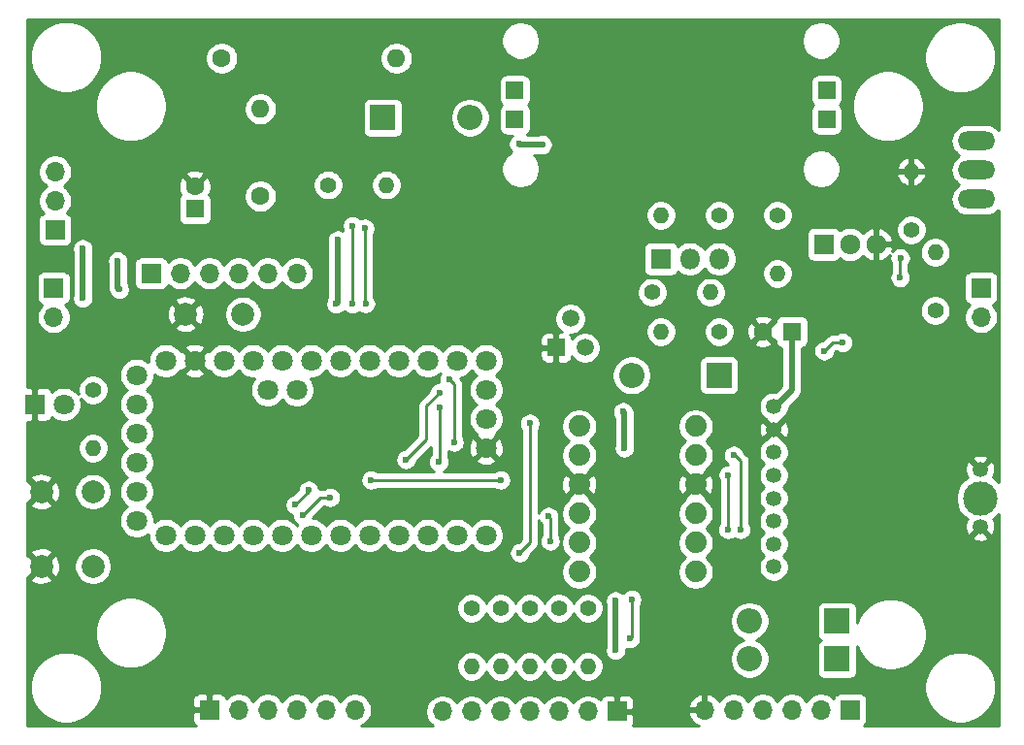
<source format=gbr>
G04 #@! TF.GenerationSoftware,KiCad,Pcbnew,5.1.12-84ad8e8a86~92~ubuntu18.04.1*
G04 #@! TF.CreationDate,2021-12-22T16:52:22+01:00*
G04 #@! TF.ProjectId,HB-UNI-SenAct-4-4-SC_DS_FUEL4EP_PCB,48422d55-4e49-42d5-9365-6e4163742d34,rev?*
G04 #@! TF.SameCoordinates,Original*
G04 #@! TF.FileFunction,Copper,L2,Bot*
G04 #@! TF.FilePolarity,Positive*
%FSLAX46Y46*%
G04 Gerber Fmt 4.6, Leading zero omitted, Abs format (unit mm)*
G04 Created by KiCad (PCBNEW 5.1.12-84ad8e8a86~92~ubuntu18.04.1) date 2021-12-22 16:52:22*
%MOMM*%
%LPD*%
G01*
G04 APERTURE LIST*
G04 #@! TA.AperFunction,ComponentPad*
%ADD10O,1.600000X1.600000*%
G04 #@! TD*
G04 #@! TA.AperFunction,ComponentPad*
%ADD11C,1.600000*%
G04 #@! TD*
G04 #@! TA.AperFunction,ComponentPad*
%ADD12R,1.500000X1.524000*%
G04 #@! TD*
G04 #@! TA.AperFunction,ComponentPad*
%ADD13O,3.251200X1.625600*%
G04 #@! TD*
G04 #@! TA.AperFunction,ComponentPad*
%ADD14O,1.400000X1.400000*%
G04 #@! TD*
G04 #@! TA.AperFunction,ComponentPad*
%ADD15C,1.400000*%
G04 #@! TD*
G04 #@! TA.AperFunction,ComponentPad*
%ADD16O,1.700000X1.700000*%
G04 #@! TD*
G04 #@! TA.AperFunction,ComponentPad*
%ADD17R,1.700000X1.700000*%
G04 #@! TD*
G04 #@! TA.AperFunction,ComponentPad*
%ADD18C,2.000000*%
G04 #@! TD*
G04 #@! TA.AperFunction,ComponentPad*
%ADD19C,1.498600*%
G04 #@! TD*
G04 #@! TA.AperFunction,ComponentPad*
%ADD20R,1.498600X1.498600*%
G04 #@! TD*
G04 #@! TA.AperFunction,ComponentPad*
%ADD21O,1.800000X1.800000*%
G04 #@! TD*
G04 #@! TA.AperFunction,ComponentPad*
%ADD22R,1.800000X1.800000*%
G04 #@! TD*
G04 #@! TA.AperFunction,ComponentPad*
%ADD23O,1.717500X1.800000*%
G04 #@! TD*
G04 #@! TA.AperFunction,ComponentPad*
%ADD24R,1.717500X1.800000*%
G04 #@! TD*
G04 #@! TA.AperFunction,ComponentPad*
%ADD25C,1.879600*%
G04 #@! TD*
G04 #@! TA.AperFunction,ComponentPad*
%ADD26C,3.000000*%
G04 #@! TD*
G04 #@! TA.AperFunction,ComponentPad*
%ADD27C,1.350000*%
G04 #@! TD*
G04 #@! TA.AperFunction,ComponentPad*
%ADD28C,1.800000*%
G04 #@! TD*
G04 #@! TA.AperFunction,ComponentPad*
%ADD29O,2.200000X2.200000*%
G04 #@! TD*
G04 #@! TA.AperFunction,ComponentPad*
%ADD30R,2.200000X2.200000*%
G04 #@! TD*
G04 #@! TA.AperFunction,ComponentPad*
%ADD31R,1.600000X1.600000*%
G04 #@! TD*
G04 #@! TA.AperFunction,ViaPad*
%ADD32C,0.600000*%
G04 #@! TD*
G04 #@! TA.AperFunction,Conductor*
%ADD33C,0.500000*%
G04 #@! TD*
G04 #@! TA.AperFunction,Conductor*
%ADD34C,0.250000*%
G04 #@! TD*
G04 #@! TA.AperFunction,Conductor*
%ADD35C,0.254000*%
G04 #@! TD*
G04 #@! TA.AperFunction,Conductor*
%ADD36C,0.100000*%
G04 #@! TD*
G04 APERTURE END LIST*
D10*
X20955000Y-8509000D03*
D11*
X20955000Y-16129000D03*
D10*
X32816800Y-4076700D03*
D11*
X17576800Y-4076700D03*
D12*
X43150000Y-9410000D03*
X43150000Y-6870000D03*
X70350000Y-9410000D03*
X70350000Y-6870000D03*
D13*
X83439000Y-11303000D03*
X83439000Y-13843000D03*
X83439000Y-16383000D03*
D14*
X39370000Y-57150000D03*
D15*
X39370000Y-52070000D03*
D14*
X77724000Y-13970000D03*
D15*
X77724000Y-19050000D03*
D14*
X79819500Y-21018500D03*
D15*
X79819500Y-26098500D03*
D14*
X49530000Y-57150000D03*
D15*
X49530000Y-52070000D03*
D14*
X46990000Y-57150000D03*
D15*
X46990000Y-52070000D03*
D14*
X44450000Y-57150000D03*
D15*
X44450000Y-52070000D03*
D14*
X41910000Y-57150000D03*
D15*
X41910000Y-52070000D03*
D16*
X36830000Y-61093000D03*
X39370000Y-61093000D03*
X41910000Y-61093000D03*
X44450000Y-61093000D03*
X46990000Y-61093000D03*
X49530000Y-61093000D03*
D17*
X52070000Y-61093000D03*
D18*
X1850000Y-41910000D03*
X6350000Y-41910000D03*
X1850000Y-48410000D03*
X6350000Y-48410000D03*
D14*
X55880000Y-27940000D03*
D15*
X60960000Y-27940000D03*
D14*
X60198000Y-24511000D03*
D15*
X55118000Y-24511000D03*
D14*
X55880000Y-17780000D03*
D15*
X60960000Y-17780000D03*
D14*
X31940500Y-15138400D03*
D15*
X26860500Y-15138400D03*
D14*
X66040000Y-22860000D03*
D15*
X66040000Y-17780000D03*
D14*
X6350000Y-38100000D03*
D15*
X6350000Y-33020000D03*
D19*
X49276000Y-29337000D03*
X48006000Y-26797000D03*
D20*
X46736000Y-29337000D03*
D21*
X60960000Y-21590000D03*
X58420000Y-21590000D03*
D22*
X55880000Y-21590000D03*
D23*
X74673000Y-20320000D03*
X72383000Y-20320000D03*
D24*
X70093000Y-20320000D03*
D25*
X58917000Y-36201000D03*
X58917000Y-38741000D03*
X58917000Y-46361000D03*
X58917000Y-48901000D03*
X58917000Y-43821000D03*
X48757000Y-36201000D03*
X48757000Y-38741000D03*
X48757000Y-46361000D03*
X48757000Y-48901000D03*
X48757000Y-43821000D03*
X48757000Y-41281000D03*
X58917000Y-41281000D03*
D26*
X83735000Y-42480000D03*
D27*
X83735000Y-44980000D03*
X83735000Y-39980000D03*
X65735000Y-46480000D03*
X65735000Y-44480000D03*
X65735000Y-42480000D03*
X65735000Y-40480000D03*
X65735000Y-38480000D03*
X65735000Y-36480000D03*
X65735000Y-34480000D03*
X65735000Y-48480000D03*
D28*
X40640000Y-35560000D03*
X40640000Y-33020000D03*
X40640000Y-30480000D03*
X38100000Y-30480000D03*
X35560000Y-30480000D03*
X33020000Y-30480000D03*
X30480000Y-30480000D03*
X27940000Y-30480000D03*
X25400000Y-30480000D03*
X22860000Y-30480000D03*
X20320000Y-30480000D03*
X17780000Y-30480000D03*
X15240000Y-30480000D03*
X12700000Y-30480000D03*
X12700000Y-45720000D03*
X15240000Y-45720000D03*
X17780000Y-45720000D03*
X20320000Y-45720000D03*
X22860000Y-45720000D03*
X25400000Y-45720000D03*
X27940000Y-45720000D03*
X30480000Y-45720000D03*
X33020000Y-45720000D03*
X35560000Y-45720000D03*
X38100000Y-45720000D03*
X40640000Y-45720000D03*
X24130000Y-33020000D03*
X21590000Y-33020000D03*
X40640000Y-38100000D03*
X10160000Y-44450000D03*
X10160000Y-41910000D03*
X10160000Y-39370000D03*
X10160000Y-36830000D03*
X10160000Y-34290000D03*
X10160000Y-31750000D03*
D16*
X3048000Y-13970000D03*
X3048000Y-16510000D03*
D17*
X3048000Y-19050000D03*
D16*
X2921000Y-26670000D03*
D17*
X2921000Y-24130000D03*
D16*
X24130000Y-22860000D03*
X21590000Y-22860000D03*
X19050000Y-22860000D03*
X16510000Y-22860000D03*
X13970000Y-22860000D03*
D17*
X11430000Y-22860000D03*
D16*
X59690000Y-60960000D03*
X62230000Y-60960000D03*
X64770000Y-60960000D03*
X67310000Y-60960000D03*
X69850000Y-60960000D03*
D17*
X72390000Y-60960000D03*
D16*
X29210000Y-60960000D03*
X26670000Y-60960000D03*
X24130000Y-60960000D03*
X21590000Y-60960000D03*
X19050000Y-60960000D03*
D17*
X16510000Y-60960000D03*
D16*
X83820000Y-26670000D03*
D17*
X83820000Y-24130000D03*
D29*
X39243000Y-9271000D03*
D30*
X31623000Y-9271000D03*
D29*
X63627000Y-56515000D03*
D30*
X71247000Y-56515000D03*
D29*
X63627000Y-53213000D03*
D30*
X71247000Y-53213000D03*
D29*
X53340000Y-31750000D03*
D30*
X60960000Y-31750000D03*
D28*
X3810000Y-34290000D03*
D22*
X1270000Y-34290000D03*
D11*
X15240000Y-15240000D03*
D31*
X15240000Y-17240000D03*
D18*
X14431000Y-26416000D03*
X19431000Y-26416000D03*
D11*
X64810000Y-27940000D03*
D31*
X67310000Y-27940000D03*
D32*
X51943000Y-51445000D03*
X51943002Y-55753000D03*
X52705000Y-38100000D03*
X52578000Y-34925000D03*
X27686001Y-19939000D03*
X27559000Y-25527000D03*
X45529500Y-11620500D03*
X43497500Y-11557000D03*
X8509000Y-21780500D03*
X8636000Y-24257000D03*
X53340000Y-51308000D03*
X53213000Y-54737000D03*
X70133501Y-29613331D03*
X71755000Y-28892500D03*
X76765104Y-23217012D03*
X76771500Y-21526500D03*
X28986169Y-18699169D03*
X28956006Y-25527000D03*
X30065669Y-18923002D03*
X30119008Y-25485233D03*
X46228000Y-46228000D03*
X46101000Y-44069000D03*
X37846000Y-37592000D03*
X37421559Y-32087559D03*
X5461000Y-20701000D03*
X5461000Y-25019000D03*
X41910000Y-40894000D03*
X25146000Y-41783000D03*
X24003000Y-43053000D03*
X30607000Y-40894002D03*
X24638000Y-43942000D03*
X27051000Y-42408000D03*
X33655000Y-39116000D03*
X36576000Y-33274000D03*
X61722000Y-45212000D03*
X61782942Y-40452058D03*
X62865000Y-45212000D03*
X62230000Y-38735000D03*
X36575996Y-34544000D03*
X36513640Y-39305360D03*
X43563551Y-47241449D03*
X44450000Y-35941000D03*
D33*
X67310000Y-27940000D02*
X67310000Y-33020000D01*
X67310000Y-33020000D02*
X65786000Y-34544000D01*
X51943000Y-55752998D02*
X51943002Y-55753000D01*
X51943000Y-51445000D02*
X51943000Y-55752998D01*
X52705000Y-38100000D02*
X52705000Y-35052000D01*
X52705000Y-35052000D02*
X52578000Y-34925000D01*
X27686001Y-25399999D02*
X27559000Y-25527000D01*
X27686001Y-19939000D02*
X27686001Y-25399999D01*
X45529500Y-11620500D02*
X43561000Y-11620500D01*
X43561000Y-11620500D02*
X43497500Y-11557000D01*
X8509000Y-21780500D02*
X8509000Y-24130000D01*
X8509000Y-24130000D02*
X8636000Y-24257000D01*
D34*
X53340000Y-51308000D02*
X53340000Y-54610000D01*
X53340000Y-54610000D02*
X53213000Y-54737000D01*
X70857842Y-28888990D02*
X71497490Y-28888990D01*
X70133501Y-29613331D02*
X70857842Y-28888990D01*
X71497490Y-28888990D02*
X71501000Y-28892500D01*
X71501000Y-28892500D02*
X71755000Y-28892500D01*
X76765104Y-21532896D02*
X76771500Y-21526500D01*
X76765104Y-23217012D02*
X76765104Y-21532896D01*
X28986169Y-25496837D02*
X28956006Y-25527000D01*
X28986169Y-18699169D02*
X28986169Y-25496837D01*
X30065669Y-18923002D02*
X30065669Y-25431894D01*
X30065669Y-25431894D02*
X30119008Y-25485233D01*
X46228000Y-46228000D02*
X46228000Y-44196000D01*
X46228000Y-44196000D02*
X46101000Y-44069000D01*
X37846000Y-37592000D02*
X37846000Y-32512000D01*
X37846000Y-32512000D02*
X37421559Y-32087559D01*
D33*
X5461000Y-20701000D02*
X5461000Y-25019000D01*
D34*
X25146000Y-41783000D02*
X25146000Y-41910000D01*
X25146000Y-41910000D02*
X24003000Y-43053000D01*
X41910000Y-40894000D02*
X30607002Y-40894000D01*
X30607002Y-40894000D02*
X30607000Y-40894002D01*
X24638000Y-43942000D02*
X26172000Y-42408000D01*
X26172000Y-42408000D02*
X27051000Y-42408000D01*
X36576000Y-33274000D02*
X35433000Y-34417000D01*
X35433000Y-37338000D02*
X33655000Y-39116000D01*
X35433000Y-34417000D02*
X35433000Y-37338000D01*
X61722000Y-45212000D02*
X61722000Y-40513000D01*
X61722000Y-40513000D02*
X61782942Y-40452058D01*
X62865000Y-45212000D02*
X62865000Y-39243000D01*
X62865000Y-39243000D02*
X62357000Y-38735000D01*
X62357000Y-38735000D02*
X62230000Y-38735000D01*
X36575996Y-34544000D02*
X36575996Y-39243004D01*
X36575996Y-39243004D02*
X36513640Y-39305360D01*
X44450000Y-46355000D02*
X43563551Y-47241449D01*
X44450000Y-43688000D02*
X44450000Y-46355000D01*
X44450000Y-43688000D02*
X44450000Y-35941000D01*
D35*
X85345950Y-10354047D02*
X85280502Y-10274298D01*
X85060046Y-10093374D01*
X84808530Y-9958935D01*
X84535618Y-9876149D01*
X84322922Y-9855200D01*
X82555078Y-9855200D01*
X82342382Y-9876149D01*
X82069470Y-9958935D01*
X81817954Y-10093374D01*
X81597498Y-10274298D01*
X81416574Y-10494754D01*
X81282135Y-10746270D01*
X81199349Y-11019182D01*
X81171395Y-11303000D01*
X81199349Y-11586818D01*
X81282135Y-11859730D01*
X81416574Y-12111246D01*
X81597498Y-12331702D01*
X81817954Y-12512626D01*
X81930905Y-12573000D01*
X81817954Y-12633374D01*
X81597498Y-12814298D01*
X81416574Y-13034754D01*
X81282135Y-13286270D01*
X81199349Y-13559182D01*
X81171395Y-13843000D01*
X81199349Y-14126818D01*
X81282135Y-14399730D01*
X81416574Y-14651246D01*
X81597498Y-14871702D01*
X81817954Y-15052626D01*
X81930905Y-15113000D01*
X81817954Y-15173374D01*
X81597498Y-15354298D01*
X81416574Y-15574754D01*
X81282135Y-15826270D01*
X81199349Y-16099182D01*
X81171395Y-16383000D01*
X81199349Y-16666818D01*
X81282135Y-16939730D01*
X81416574Y-17191246D01*
X81597498Y-17411702D01*
X81817954Y-17592626D01*
X82069470Y-17727065D01*
X82342382Y-17809851D01*
X82555078Y-17830800D01*
X84322922Y-17830800D01*
X84535618Y-17809851D01*
X84808530Y-17727065D01*
X85060046Y-17592626D01*
X85280502Y-17411702D01*
X85345950Y-17331953D01*
X85345951Y-41071605D01*
X85095983Y-40821637D01*
X84844389Y-40653527D01*
X84869621Y-40647370D01*
X84978017Y-40413192D01*
X85038645Y-40162367D01*
X85049174Y-39904535D01*
X85009200Y-39649602D01*
X84920259Y-39407367D01*
X84869621Y-39312630D01*
X84638400Y-39256205D01*
X83914605Y-39980000D01*
X83928748Y-39994143D01*
X83749143Y-40173748D01*
X83735000Y-40159605D01*
X83720858Y-40173748D01*
X83541253Y-39994143D01*
X83555395Y-39980000D01*
X82831600Y-39256205D01*
X82600379Y-39312630D01*
X82491983Y-39546808D01*
X82431355Y-39797633D01*
X82420826Y-40055465D01*
X82460800Y-40310398D01*
X82549741Y-40552633D01*
X82600379Y-40647370D01*
X82625611Y-40653527D01*
X82374017Y-40821637D01*
X82076637Y-41119017D01*
X81842988Y-41468698D01*
X81682047Y-41857244D01*
X81600000Y-42269721D01*
X81600000Y-42690279D01*
X81682047Y-43102756D01*
X81842988Y-43491302D01*
X82076637Y-43840983D01*
X82374017Y-44138363D01*
X82625611Y-44306473D01*
X82600379Y-44312630D01*
X82491983Y-44546808D01*
X82431355Y-44797633D01*
X82420826Y-45055465D01*
X82460800Y-45310398D01*
X82549741Y-45552633D01*
X82600379Y-45647370D01*
X82831600Y-45703795D01*
X83555395Y-44980000D01*
X83541253Y-44965858D01*
X83720858Y-44786253D01*
X83735000Y-44800395D01*
X83749143Y-44786253D01*
X83928748Y-44965858D01*
X83914605Y-44980000D01*
X84638400Y-45703795D01*
X84869621Y-45647370D01*
X84978017Y-45413192D01*
X85038645Y-45162367D01*
X85049174Y-44904535D01*
X85009200Y-44649602D01*
X84920259Y-44407367D01*
X84869621Y-44312630D01*
X84844389Y-44306473D01*
X85095983Y-44138363D01*
X85345951Y-43888395D01*
X85345951Y-62345950D01*
X73584367Y-62345950D01*
X73594494Y-62340537D01*
X73691185Y-62261185D01*
X73770537Y-62164494D01*
X73829502Y-62054180D01*
X73865812Y-61934482D01*
X73878072Y-61810000D01*
X73878072Y-60110000D01*
X73865812Y-59985518D01*
X73829502Y-59865820D01*
X73770537Y-59755506D01*
X73691185Y-59658815D01*
X73594494Y-59579463D01*
X73484180Y-59520498D01*
X73364482Y-59484188D01*
X73240000Y-59471928D01*
X71540000Y-59471928D01*
X71415518Y-59484188D01*
X71295820Y-59520498D01*
X71185506Y-59579463D01*
X71088815Y-59658815D01*
X71009463Y-59755506D01*
X70950498Y-59865820D01*
X70928487Y-59938380D01*
X70796632Y-59806525D01*
X70553411Y-59644010D01*
X70283158Y-59532068D01*
X69996260Y-59475000D01*
X69703740Y-59475000D01*
X69416842Y-59532068D01*
X69146589Y-59644010D01*
X68903368Y-59806525D01*
X68696525Y-60013368D01*
X68580000Y-60187760D01*
X68463475Y-60013368D01*
X68256632Y-59806525D01*
X68013411Y-59644010D01*
X67743158Y-59532068D01*
X67456260Y-59475000D01*
X67163740Y-59475000D01*
X66876842Y-59532068D01*
X66606589Y-59644010D01*
X66363368Y-59806525D01*
X66156525Y-60013368D01*
X66040000Y-60187760D01*
X65923475Y-60013368D01*
X65716632Y-59806525D01*
X65473411Y-59644010D01*
X65203158Y-59532068D01*
X64916260Y-59475000D01*
X64623740Y-59475000D01*
X64336842Y-59532068D01*
X64066589Y-59644010D01*
X63823368Y-59806525D01*
X63616525Y-60013368D01*
X63500000Y-60187760D01*
X63383475Y-60013368D01*
X63176632Y-59806525D01*
X62933411Y-59644010D01*
X62663158Y-59532068D01*
X62376260Y-59475000D01*
X62083740Y-59475000D01*
X61796842Y-59532068D01*
X61526589Y-59644010D01*
X61283368Y-59806525D01*
X61076525Y-60013368D01*
X60954805Y-60195534D01*
X60885178Y-60078645D01*
X60690269Y-59862412D01*
X60456920Y-59688359D01*
X60194099Y-59563175D01*
X60046890Y-59518524D01*
X59817000Y-59639845D01*
X59817000Y-60833000D01*
X59837000Y-60833000D01*
X59837000Y-61087000D01*
X59817000Y-61087000D01*
X59817000Y-61107000D01*
X59563000Y-61107000D01*
X59563000Y-61087000D01*
X58369186Y-61087000D01*
X58248519Y-61316891D01*
X58345843Y-61591252D01*
X58494822Y-61841355D01*
X58689731Y-62057588D01*
X58923080Y-62231641D01*
X59163069Y-62345950D01*
X53410770Y-62345950D01*
X53450537Y-62297494D01*
X53509502Y-62187180D01*
X53545812Y-62067482D01*
X53558072Y-61943000D01*
X53555000Y-61378750D01*
X53396250Y-61220000D01*
X52197000Y-61220000D01*
X52197000Y-61240000D01*
X51943000Y-61240000D01*
X51943000Y-61220000D01*
X51923000Y-61220000D01*
X51923000Y-60966000D01*
X51943000Y-60966000D01*
X51943000Y-59766750D01*
X52197000Y-59766750D01*
X52197000Y-60966000D01*
X53396250Y-60966000D01*
X53555000Y-60807250D01*
X53556111Y-60603109D01*
X58248519Y-60603109D01*
X58369186Y-60833000D01*
X59563000Y-60833000D01*
X59563000Y-59639845D01*
X59333110Y-59518524D01*
X59185901Y-59563175D01*
X58923080Y-59688359D01*
X58689731Y-59862412D01*
X58494822Y-60078645D01*
X58345843Y-60328748D01*
X58248519Y-60603109D01*
X53556111Y-60603109D01*
X53558072Y-60243000D01*
X53545812Y-60118518D01*
X53509502Y-59998820D01*
X53450537Y-59888506D01*
X53371185Y-59791815D01*
X53274494Y-59712463D01*
X53164180Y-59653498D01*
X53044482Y-59617188D01*
X52920000Y-59604928D01*
X52355750Y-59608000D01*
X52197000Y-59766750D01*
X51943000Y-59766750D01*
X51784250Y-59608000D01*
X51220000Y-59604928D01*
X51095518Y-59617188D01*
X50975820Y-59653498D01*
X50865506Y-59712463D01*
X50768815Y-59791815D01*
X50689463Y-59888506D01*
X50630498Y-59998820D01*
X50608487Y-60071380D01*
X50476632Y-59939525D01*
X50233411Y-59777010D01*
X49963158Y-59665068D01*
X49676260Y-59608000D01*
X49383740Y-59608000D01*
X49096842Y-59665068D01*
X48826589Y-59777010D01*
X48583368Y-59939525D01*
X48376525Y-60146368D01*
X48260000Y-60320760D01*
X48143475Y-60146368D01*
X47936632Y-59939525D01*
X47693411Y-59777010D01*
X47423158Y-59665068D01*
X47136260Y-59608000D01*
X46843740Y-59608000D01*
X46556842Y-59665068D01*
X46286589Y-59777010D01*
X46043368Y-59939525D01*
X45836525Y-60146368D01*
X45720000Y-60320760D01*
X45603475Y-60146368D01*
X45396632Y-59939525D01*
X45153411Y-59777010D01*
X44883158Y-59665068D01*
X44596260Y-59608000D01*
X44303740Y-59608000D01*
X44016842Y-59665068D01*
X43746589Y-59777010D01*
X43503368Y-59939525D01*
X43296525Y-60146368D01*
X43180000Y-60320760D01*
X43063475Y-60146368D01*
X42856632Y-59939525D01*
X42613411Y-59777010D01*
X42343158Y-59665068D01*
X42056260Y-59608000D01*
X41763740Y-59608000D01*
X41476842Y-59665068D01*
X41206589Y-59777010D01*
X40963368Y-59939525D01*
X40756525Y-60146368D01*
X40640000Y-60320760D01*
X40523475Y-60146368D01*
X40316632Y-59939525D01*
X40073411Y-59777010D01*
X39803158Y-59665068D01*
X39516260Y-59608000D01*
X39223740Y-59608000D01*
X38936842Y-59665068D01*
X38666589Y-59777010D01*
X38423368Y-59939525D01*
X38216525Y-60146368D01*
X38100000Y-60320760D01*
X37983475Y-60146368D01*
X37776632Y-59939525D01*
X37533411Y-59777010D01*
X37263158Y-59665068D01*
X36976260Y-59608000D01*
X36683740Y-59608000D01*
X36396842Y-59665068D01*
X36126589Y-59777010D01*
X35883368Y-59939525D01*
X35676525Y-60146368D01*
X35514010Y-60389589D01*
X35402068Y-60659842D01*
X35345000Y-60946740D01*
X35345000Y-61239260D01*
X35402068Y-61526158D01*
X35514010Y-61796411D01*
X35676525Y-62039632D01*
X35883368Y-62246475D01*
X36032243Y-62345950D01*
X29744512Y-62345950D01*
X29913411Y-62275990D01*
X30156632Y-62113475D01*
X30363475Y-61906632D01*
X30525990Y-61663411D01*
X30637932Y-61393158D01*
X30695000Y-61106260D01*
X30695000Y-60813740D01*
X30637932Y-60526842D01*
X30525990Y-60256589D01*
X30363475Y-60013368D01*
X30156632Y-59806525D01*
X29913411Y-59644010D01*
X29643158Y-59532068D01*
X29356260Y-59475000D01*
X29063740Y-59475000D01*
X28776842Y-59532068D01*
X28506589Y-59644010D01*
X28263368Y-59806525D01*
X28056525Y-60013368D01*
X27940000Y-60187760D01*
X27823475Y-60013368D01*
X27616632Y-59806525D01*
X27373411Y-59644010D01*
X27103158Y-59532068D01*
X26816260Y-59475000D01*
X26523740Y-59475000D01*
X26236842Y-59532068D01*
X25966589Y-59644010D01*
X25723368Y-59806525D01*
X25516525Y-60013368D01*
X25400000Y-60187760D01*
X25283475Y-60013368D01*
X25076632Y-59806525D01*
X24833411Y-59644010D01*
X24563158Y-59532068D01*
X24276260Y-59475000D01*
X23983740Y-59475000D01*
X23696842Y-59532068D01*
X23426589Y-59644010D01*
X23183368Y-59806525D01*
X22976525Y-60013368D01*
X22860000Y-60187760D01*
X22743475Y-60013368D01*
X22536632Y-59806525D01*
X22293411Y-59644010D01*
X22023158Y-59532068D01*
X21736260Y-59475000D01*
X21443740Y-59475000D01*
X21156842Y-59532068D01*
X20886589Y-59644010D01*
X20643368Y-59806525D01*
X20436525Y-60013368D01*
X20320000Y-60187760D01*
X20203475Y-60013368D01*
X19996632Y-59806525D01*
X19753411Y-59644010D01*
X19483158Y-59532068D01*
X19196260Y-59475000D01*
X18903740Y-59475000D01*
X18616842Y-59532068D01*
X18346589Y-59644010D01*
X18103368Y-59806525D01*
X17971513Y-59938380D01*
X17949502Y-59865820D01*
X17890537Y-59755506D01*
X17811185Y-59658815D01*
X17714494Y-59579463D01*
X17604180Y-59520498D01*
X17484482Y-59484188D01*
X17360000Y-59471928D01*
X16795750Y-59475000D01*
X16637000Y-59633750D01*
X16637000Y-60833000D01*
X16657000Y-60833000D01*
X16657000Y-61087000D01*
X16637000Y-61087000D01*
X16637000Y-61107000D01*
X16383000Y-61107000D01*
X16383000Y-61087000D01*
X15183750Y-61087000D01*
X15025000Y-61245750D01*
X15021928Y-61810000D01*
X15034188Y-61934482D01*
X15070498Y-62054180D01*
X15129463Y-62164494D01*
X15208815Y-62261185D01*
X15305506Y-62340537D01*
X15315633Y-62345950D01*
X654050Y-62345950D01*
X654050Y-58692017D01*
X873000Y-58692017D01*
X873000Y-59307983D01*
X993169Y-59912112D01*
X1228889Y-60481190D01*
X1571101Y-60993346D01*
X2006654Y-61428899D01*
X2518810Y-61771111D01*
X3087888Y-62006831D01*
X3692017Y-62127000D01*
X4307983Y-62127000D01*
X4912112Y-62006831D01*
X5481190Y-61771111D01*
X5993346Y-61428899D01*
X6428899Y-60993346D01*
X6771111Y-60481190D01*
X6924863Y-60110000D01*
X15021928Y-60110000D01*
X15025000Y-60674250D01*
X15183750Y-60833000D01*
X16383000Y-60833000D01*
X16383000Y-59633750D01*
X16224250Y-59475000D01*
X15660000Y-59471928D01*
X15535518Y-59484188D01*
X15415820Y-59520498D01*
X15305506Y-59579463D01*
X15208815Y-59658815D01*
X15129463Y-59755506D01*
X15070498Y-59865820D01*
X15034188Y-59985518D01*
X15021928Y-60110000D01*
X6924863Y-60110000D01*
X7006831Y-59912112D01*
X7127000Y-59307983D01*
X7127000Y-58692017D01*
X78873000Y-58692017D01*
X78873000Y-59307983D01*
X78993169Y-59912112D01*
X79228889Y-60481190D01*
X79571101Y-60993346D01*
X80006654Y-61428899D01*
X80518810Y-61771111D01*
X81087888Y-62006831D01*
X81692017Y-62127000D01*
X82307983Y-62127000D01*
X82912112Y-62006831D01*
X83481190Y-61771111D01*
X83993346Y-61428899D01*
X84428899Y-60993346D01*
X84771111Y-60481190D01*
X85006831Y-59912112D01*
X85127000Y-59307983D01*
X85127000Y-58692017D01*
X85006831Y-58087888D01*
X84771111Y-57518810D01*
X84428899Y-57006654D01*
X83993346Y-56571101D01*
X83481190Y-56228889D01*
X82912112Y-55993169D01*
X82307983Y-55873000D01*
X81692017Y-55873000D01*
X81087888Y-55993169D01*
X80518810Y-56228889D01*
X80006654Y-56571101D01*
X79571101Y-57006654D01*
X79228889Y-57518810D01*
X78993169Y-58087888D01*
X78873000Y-58692017D01*
X7127000Y-58692017D01*
X7006831Y-58087888D01*
X6771111Y-57518810D01*
X6428899Y-57006654D01*
X5993346Y-56571101D01*
X5481190Y-56228889D01*
X4912112Y-55993169D01*
X4307983Y-55873000D01*
X3692017Y-55873000D01*
X3087888Y-55993169D01*
X2518810Y-56228889D01*
X2006654Y-56571101D01*
X1571101Y-57006654D01*
X1228889Y-57518810D01*
X993169Y-58087888D01*
X873000Y-58692017D01*
X654050Y-58692017D01*
X654050Y-53927017D01*
X6530000Y-53927017D01*
X6530000Y-54542983D01*
X6650169Y-55147112D01*
X6885889Y-55716190D01*
X7228101Y-56228346D01*
X7663654Y-56663899D01*
X8175810Y-57006111D01*
X8744888Y-57241831D01*
X9349017Y-57362000D01*
X9964983Y-57362000D01*
X10569112Y-57241831D01*
X11108246Y-57018514D01*
X38035000Y-57018514D01*
X38035000Y-57281486D01*
X38086304Y-57539405D01*
X38186939Y-57782359D01*
X38333038Y-58001013D01*
X38518987Y-58186962D01*
X38737641Y-58333061D01*
X38980595Y-58433696D01*
X39238514Y-58485000D01*
X39501486Y-58485000D01*
X39759405Y-58433696D01*
X40002359Y-58333061D01*
X40221013Y-58186962D01*
X40406962Y-58001013D01*
X40553061Y-57782359D01*
X40640000Y-57572470D01*
X40726939Y-57782359D01*
X40873038Y-58001013D01*
X41058987Y-58186962D01*
X41277641Y-58333061D01*
X41520595Y-58433696D01*
X41778514Y-58485000D01*
X42041486Y-58485000D01*
X42299405Y-58433696D01*
X42542359Y-58333061D01*
X42761013Y-58186962D01*
X42946962Y-58001013D01*
X43093061Y-57782359D01*
X43180000Y-57572470D01*
X43266939Y-57782359D01*
X43413038Y-58001013D01*
X43598987Y-58186962D01*
X43817641Y-58333061D01*
X44060595Y-58433696D01*
X44318514Y-58485000D01*
X44581486Y-58485000D01*
X44839405Y-58433696D01*
X45082359Y-58333061D01*
X45301013Y-58186962D01*
X45486962Y-58001013D01*
X45633061Y-57782359D01*
X45720000Y-57572470D01*
X45806939Y-57782359D01*
X45953038Y-58001013D01*
X46138987Y-58186962D01*
X46357641Y-58333061D01*
X46600595Y-58433696D01*
X46858514Y-58485000D01*
X47121486Y-58485000D01*
X47379405Y-58433696D01*
X47622359Y-58333061D01*
X47841013Y-58186962D01*
X48026962Y-58001013D01*
X48173061Y-57782359D01*
X48260000Y-57572470D01*
X48346939Y-57782359D01*
X48493038Y-58001013D01*
X48678987Y-58186962D01*
X48897641Y-58333061D01*
X49140595Y-58433696D01*
X49398514Y-58485000D01*
X49661486Y-58485000D01*
X49919405Y-58433696D01*
X50162359Y-58333061D01*
X50381013Y-58186962D01*
X50566962Y-58001013D01*
X50713061Y-57782359D01*
X50813696Y-57539405D01*
X50865000Y-57281486D01*
X50865000Y-57018514D01*
X50813696Y-56760595D01*
X50713061Y-56517641D01*
X50566962Y-56298987D01*
X50381013Y-56113038D01*
X50162359Y-55966939D01*
X49919405Y-55866304D01*
X49661486Y-55815000D01*
X49398514Y-55815000D01*
X49140595Y-55866304D01*
X48897641Y-55966939D01*
X48678987Y-56113038D01*
X48493038Y-56298987D01*
X48346939Y-56517641D01*
X48260000Y-56727530D01*
X48173061Y-56517641D01*
X48026962Y-56298987D01*
X47841013Y-56113038D01*
X47622359Y-55966939D01*
X47379405Y-55866304D01*
X47121486Y-55815000D01*
X46858514Y-55815000D01*
X46600595Y-55866304D01*
X46357641Y-55966939D01*
X46138987Y-56113038D01*
X45953038Y-56298987D01*
X45806939Y-56517641D01*
X45720000Y-56727530D01*
X45633061Y-56517641D01*
X45486962Y-56298987D01*
X45301013Y-56113038D01*
X45082359Y-55966939D01*
X44839405Y-55866304D01*
X44581486Y-55815000D01*
X44318514Y-55815000D01*
X44060595Y-55866304D01*
X43817641Y-55966939D01*
X43598987Y-56113038D01*
X43413038Y-56298987D01*
X43266939Y-56517641D01*
X43180000Y-56727530D01*
X43093061Y-56517641D01*
X42946962Y-56298987D01*
X42761013Y-56113038D01*
X42542359Y-55966939D01*
X42299405Y-55866304D01*
X42041486Y-55815000D01*
X41778514Y-55815000D01*
X41520595Y-55866304D01*
X41277641Y-55966939D01*
X41058987Y-56113038D01*
X40873038Y-56298987D01*
X40726939Y-56517641D01*
X40640000Y-56727530D01*
X40553061Y-56517641D01*
X40406962Y-56298987D01*
X40221013Y-56113038D01*
X40002359Y-55966939D01*
X39759405Y-55866304D01*
X39501486Y-55815000D01*
X39238514Y-55815000D01*
X38980595Y-55866304D01*
X38737641Y-55966939D01*
X38518987Y-56113038D01*
X38333038Y-56298987D01*
X38186939Y-56517641D01*
X38086304Y-56760595D01*
X38035000Y-57018514D01*
X11108246Y-57018514D01*
X11138190Y-57006111D01*
X11650346Y-56663899D01*
X12085899Y-56228346D01*
X12428111Y-55716190D01*
X12663831Y-55147112D01*
X12784000Y-54542983D01*
X12784000Y-53927017D01*
X12663831Y-53322888D01*
X12428111Y-52753810D01*
X12085899Y-52241654D01*
X11782759Y-51938514D01*
X38035000Y-51938514D01*
X38035000Y-52201486D01*
X38086304Y-52459405D01*
X38186939Y-52702359D01*
X38333038Y-52921013D01*
X38518987Y-53106962D01*
X38737641Y-53253061D01*
X38980595Y-53353696D01*
X39238514Y-53405000D01*
X39501486Y-53405000D01*
X39759405Y-53353696D01*
X40002359Y-53253061D01*
X40221013Y-53106962D01*
X40406962Y-52921013D01*
X40553061Y-52702359D01*
X40640000Y-52492470D01*
X40726939Y-52702359D01*
X40873038Y-52921013D01*
X41058987Y-53106962D01*
X41277641Y-53253061D01*
X41520595Y-53353696D01*
X41778514Y-53405000D01*
X42041486Y-53405000D01*
X42299405Y-53353696D01*
X42542359Y-53253061D01*
X42761013Y-53106962D01*
X42946962Y-52921013D01*
X43093061Y-52702359D01*
X43180000Y-52492470D01*
X43266939Y-52702359D01*
X43413038Y-52921013D01*
X43598987Y-53106962D01*
X43817641Y-53253061D01*
X44060595Y-53353696D01*
X44318514Y-53405000D01*
X44581486Y-53405000D01*
X44839405Y-53353696D01*
X45082359Y-53253061D01*
X45301013Y-53106962D01*
X45486962Y-52921013D01*
X45633061Y-52702359D01*
X45720000Y-52492470D01*
X45806939Y-52702359D01*
X45953038Y-52921013D01*
X46138987Y-53106962D01*
X46357641Y-53253061D01*
X46600595Y-53353696D01*
X46858514Y-53405000D01*
X47121486Y-53405000D01*
X47379405Y-53353696D01*
X47622359Y-53253061D01*
X47841013Y-53106962D01*
X48026962Y-52921013D01*
X48173061Y-52702359D01*
X48260000Y-52492470D01*
X48346939Y-52702359D01*
X48493038Y-52921013D01*
X48678987Y-53106962D01*
X48897641Y-53253061D01*
X49140595Y-53353696D01*
X49398514Y-53405000D01*
X49661486Y-53405000D01*
X49919405Y-53353696D01*
X50162359Y-53253061D01*
X50381013Y-53106962D01*
X50566962Y-52921013D01*
X50713061Y-52702359D01*
X50813696Y-52459405D01*
X50865000Y-52201486D01*
X50865000Y-51938514D01*
X50813696Y-51680595D01*
X50713061Y-51437641D01*
X50656447Y-51352911D01*
X51008000Y-51352911D01*
X51008000Y-51537089D01*
X51043932Y-51717729D01*
X51058000Y-51751693D01*
X51058001Y-55446310D01*
X51043934Y-55480271D01*
X51008002Y-55660911D01*
X51008002Y-55845089D01*
X51043934Y-56025729D01*
X51114416Y-56195889D01*
X51216740Y-56349028D01*
X51346974Y-56479262D01*
X51500113Y-56581586D01*
X51670273Y-56652068D01*
X51850913Y-56688000D01*
X52035091Y-56688000D01*
X52215731Y-56652068D01*
X52385891Y-56581586D01*
X52539030Y-56479262D01*
X52669264Y-56349028D01*
X52771588Y-56195889D01*
X52842070Y-56025729D01*
X52878002Y-55845089D01*
X52878002Y-55660911D01*
X52867025Y-55605729D01*
X52940271Y-55636068D01*
X53120911Y-55672000D01*
X53305089Y-55672000D01*
X53485729Y-55636068D01*
X53655889Y-55565586D01*
X53809028Y-55463262D01*
X53939262Y-55333028D01*
X54041586Y-55179889D01*
X54112068Y-55009729D01*
X54148000Y-54829089D01*
X54148000Y-54644911D01*
X54112068Y-54464271D01*
X54100000Y-54435136D01*
X54100000Y-53042117D01*
X61892000Y-53042117D01*
X61892000Y-53383883D01*
X61958675Y-53719081D01*
X62089463Y-54034831D01*
X62279337Y-54318998D01*
X62521002Y-54560663D01*
X62805169Y-54750537D01*
X63079093Y-54864000D01*
X62805169Y-54977463D01*
X62521002Y-55167337D01*
X62279337Y-55409002D01*
X62089463Y-55693169D01*
X61958675Y-56008919D01*
X61892000Y-56344117D01*
X61892000Y-56685883D01*
X61958675Y-57021081D01*
X62089463Y-57336831D01*
X62279337Y-57620998D01*
X62521002Y-57862663D01*
X62805169Y-58052537D01*
X63120919Y-58183325D01*
X63456117Y-58250000D01*
X63797883Y-58250000D01*
X64133081Y-58183325D01*
X64448831Y-58052537D01*
X64732998Y-57862663D01*
X64974663Y-57620998D01*
X65164537Y-57336831D01*
X65295325Y-57021081D01*
X65362000Y-56685883D01*
X65362000Y-56344117D01*
X65295325Y-56008919D01*
X65164537Y-55693169D01*
X64974663Y-55409002D01*
X64732998Y-55167337D01*
X64448831Y-54977463D01*
X64174907Y-54864000D01*
X64448831Y-54750537D01*
X64732998Y-54560663D01*
X64974663Y-54318998D01*
X65164537Y-54034831D01*
X65295325Y-53719081D01*
X65362000Y-53383883D01*
X65362000Y-53042117D01*
X65295325Y-52706919D01*
X65164537Y-52391169D01*
X64978671Y-52113000D01*
X69508928Y-52113000D01*
X69508928Y-54313000D01*
X69521188Y-54437482D01*
X69557498Y-54557180D01*
X69616463Y-54667494D01*
X69695815Y-54764185D01*
X69792506Y-54843537D01*
X69830789Y-54864000D01*
X69792506Y-54884463D01*
X69695815Y-54963815D01*
X69616463Y-55060506D01*
X69557498Y-55170820D01*
X69521188Y-55290518D01*
X69508928Y-55415000D01*
X69508928Y-57615000D01*
X69521188Y-57739482D01*
X69557498Y-57859180D01*
X69616463Y-57969494D01*
X69695815Y-58066185D01*
X69792506Y-58145537D01*
X69902820Y-58204502D01*
X70022518Y-58240812D01*
X70147000Y-58253072D01*
X72347000Y-58253072D01*
X72471482Y-58240812D01*
X72591180Y-58204502D01*
X72701494Y-58145537D01*
X72798185Y-58066185D01*
X72877537Y-57969494D01*
X72936502Y-57859180D01*
X72972812Y-57739482D01*
X72985072Y-57615000D01*
X72985072Y-55415000D01*
X72979627Y-55359715D01*
X73179889Y-55843190D01*
X73522101Y-56355346D01*
X73957654Y-56790899D01*
X74469810Y-57133111D01*
X75038888Y-57368831D01*
X75643017Y-57489000D01*
X76258983Y-57489000D01*
X76863112Y-57368831D01*
X77432190Y-57133111D01*
X77944346Y-56790899D01*
X78379899Y-56355346D01*
X78722111Y-55843190D01*
X78957831Y-55274112D01*
X79078000Y-54669983D01*
X79078000Y-54054017D01*
X78957831Y-53449888D01*
X78722111Y-52880810D01*
X78379899Y-52368654D01*
X77944346Y-51933101D01*
X77432190Y-51590889D01*
X76863112Y-51355169D01*
X76258983Y-51235000D01*
X75643017Y-51235000D01*
X75038888Y-51355169D01*
X74469810Y-51590889D01*
X73957654Y-51933101D01*
X73522101Y-52368654D01*
X73179889Y-52880810D01*
X72985072Y-53351139D01*
X72985072Y-52113000D01*
X72972812Y-51988518D01*
X72936502Y-51868820D01*
X72877537Y-51758506D01*
X72798185Y-51661815D01*
X72701494Y-51582463D01*
X72591180Y-51523498D01*
X72471482Y-51487188D01*
X72347000Y-51474928D01*
X70147000Y-51474928D01*
X70022518Y-51487188D01*
X69902820Y-51523498D01*
X69792506Y-51582463D01*
X69695815Y-51661815D01*
X69616463Y-51758506D01*
X69557498Y-51868820D01*
X69521188Y-51988518D01*
X69508928Y-52113000D01*
X64978671Y-52113000D01*
X64974663Y-52107002D01*
X64732998Y-51865337D01*
X64448831Y-51675463D01*
X64133081Y-51544675D01*
X63797883Y-51478000D01*
X63456117Y-51478000D01*
X63120919Y-51544675D01*
X62805169Y-51675463D01*
X62521002Y-51865337D01*
X62279337Y-52107002D01*
X62089463Y-52391169D01*
X61958675Y-52706919D01*
X61892000Y-53042117D01*
X54100000Y-53042117D01*
X54100000Y-51853535D01*
X54168586Y-51750889D01*
X54239068Y-51580729D01*
X54275000Y-51400089D01*
X54275000Y-51215911D01*
X54239068Y-51035271D01*
X54168586Y-50865111D01*
X54066262Y-50711972D01*
X53936028Y-50581738D01*
X53782889Y-50479414D01*
X53612729Y-50408932D01*
X53432089Y-50373000D01*
X53247911Y-50373000D01*
X53067271Y-50408932D01*
X52897111Y-50479414D01*
X52743972Y-50581738D01*
X52613738Y-50711972D01*
X52581103Y-50760813D01*
X52539028Y-50718738D01*
X52385889Y-50616414D01*
X52215729Y-50545932D01*
X52035089Y-50510000D01*
X51850911Y-50510000D01*
X51670271Y-50545932D01*
X51500111Y-50616414D01*
X51346972Y-50718738D01*
X51216738Y-50848972D01*
X51114414Y-51002111D01*
X51043932Y-51172271D01*
X51008000Y-51352911D01*
X50656447Y-51352911D01*
X50566962Y-51218987D01*
X50381013Y-51033038D01*
X50162359Y-50886939D01*
X49919405Y-50786304D01*
X49661486Y-50735000D01*
X49398514Y-50735000D01*
X49140595Y-50786304D01*
X48897641Y-50886939D01*
X48678987Y-51033038D01*
X48493038Y-51218987D01*
X48346939Y-51437641D01*
X48260000Y-51647530D01*
X48173061Y-51437641D01*
X48026962Y-51218987D01*
X47841013Y-51033038D01*
X47622359Y-50886939D01*
X47379405Y-50786304D01*
X47121486Y-50735000D01*
X46858514Y-50735000D01*
X46600595Y-50786304D01*
X46357641Y-50886939D01*
X46138987Y-51033038D01*
X45953038Y-51218987D01*
X45806939Y-51437641D01*
X45720000Y-51647530D01*
X45633061Y-51437641D01*
X45486962Y-51218987D01*
X45301013Y-51033038D01*
X45082359Y-50886939D01*
X44839405Y-50786304D01*
X44581486Y-50735000D01*
X44318514Y-50735000D01*
X44060595Y-50786304D01*
X43817641Y-50886939D01*
X43598987Y-51033038D01*
X43413038Y-51218987D01*
X43266939Y-51437641D01*
X43180000Y-51647530D01*
X43093061Y-51437641D01*
X42946962Y-51218987D01*
X42761013Y-51033038D01*
X42542359Y-50886939D01*
X42299405Y-50786304D01*
X42041486Y-50735000D01*
X41778514Y-50735000D01*
X41520595Y-50786304D01*
X41277641Y-50886939D01*
X41058987Y-51033038D01*
X40873038Y-51218987D01*
X40726939Y-51437641D01*
X40640000Y-51647530D01*
X40553061Y-51437641D01*
X40406962Y-51218987D01*
X40221013Y-51033038D01*
X40002359Y-50886939D01*
X39759405Y-50786304D01*
X39501486Y-50735000D01*
X39238514Y-50735000D01*
X38980595Y-50786304D01*
X38737641Y-50886939D01*
X38518987Y-51033038D01*
X38333038Y-51218987D01*
X38186939Y-51437641D01*
X38086304Y-51680595D01*
X38035000Y-51938514D01*
X11782759Y-51938514D01*
X11650346Y-51806101D01*
X11138190Y-51463889D01*
X10569112Y-51228169D01*
X9964983Y-51108000D01*
X9349017Y-51108000D01*
X8744888Y-51228169D01*
X8175810Y-51463889D01*
X7663654Y-51806101D01*
X7228101Y-52241654D01*
X6885889Y-52753810D01*
X6650169Y-53322888D01*
X6530000Y-53927017D01*
X654050Y-53927017D01*
X654050Y-49545413D01*
X894192Y-49545413D01*
X989956Y-49809814D01*
X1279571Y-49950704D01*
X1591108Y-50032384D01*
X1912595Y-50051718D01*
X2231675Y-50007961D01*
X2536088Y-49902795D01*
X2710044Y-49809814D01*
X2805808Y-49545413D01*
X1850000Y-48589605D01*
X894192Y-49545413D01*
X654050Y-49545413D01*
X654050Y-49343882D01*
X714587Y-49365808D01*
X1670395Y-48410000D01*
X2029605Y-48410000D01*
X2985413Y-49365808D01*
X3249814Y-49270044D01*
X3390704Y-48980429D01*
X3472384Y-48668892D01*
X3491718Y-48347405D01*
X3478219Y-48248967D01*
X4715000Y-48248967D01*
X4715000Y-48571033D01*
X4777832Y-48886912D01*
X4901082Y-49184463D01*
X5080013Y-49452252D01*
X5307748Y-49679987D01*
X5575537Y-49858918D01*
X5873088Y-49982168D01*
X6188967Y-50045000D01*
X6511033Y-50045000D01*
X6826912Y-49982168D01*
X7124463Y-49858918D01*
X7392252Y-49679987D01*
X7619987Y-49452252D01*
X7798918Y-49184463D01*
X7922168Y-48886912D01*
X7985000Y-48571033D01*
X7985000Y-48248967D01*
X7922168Y-47933088D01*
X7798918Y-47635537D01*
X7619987Y-47367748D01*
X7392252Y-47140013D01*
X7124463Y-46961082D01*
X6826912Y-46837832D01*
X6511033Y-46775000D01*
X6188967Y-46775000D01*
X5873088Y-46837832D01*
X5575537Y-46961082D01*
X5307748Y-47140013D01*
X5080013Y-47367748D01*
X4901082Y-47635537D01*
X4777832Y-47933088D01*
X4715000Y-48248967D01*
X3478219Y-48248967D01*
X3447961Y-48028325D01*
X3342795Y-47723912D01*
X3249814Y-47549956D01*
X2985413Y-47454192D01*
X2029605Y-48410000D01*
X1670395Y-48410000D01*
X714587Y-47454192D01*
X654050Y-47476118D01*
X654050Y-47274587D01*
X894192Y-47274587D01*
X1850000Y-48230395D01*
X2805808Y-47274587D01*
X2710044Y-47010186D01*
X2420429Y-46869296D01*
X2108892Y-46787616D01*
X1787405Y-46768282D01*
X1468325Y-46812039D01*
X1163912Y-46917205D01*
X989956Y-47010186D01*
X894192Y-47274587D01*
X654050Y-47274587D01*
X654050Y-43045413D01*
X894192Y-43045413D01*
X989956Y-43309814D01*
X1279571Y-43450704D01*
X1591108Y-43532384D01*
X1912595Y-43551718D01*
X2231675Y-43507961D01*
X2536088Y-43402795D01*
X2710044Y-43309814D01*
X2805808Y-43045413D01*
X1850000Y-42089605D01*
X894192Y-43045413D01*
X654050Y-43045413D01*
X654050Y-42843882D01*
X714587Y-42865808D01*
X1670395Y-41910000D01*
X2029605Y-41910000D01*
X2985413Y-42865808D01*
X3249814Y-42770044D01*
X3390704Y-42480429D01*
X3472384Y-42168892D01*
X3491718Y-41847405D01*
X3478219Y-41748967D01*
X4715000Y-41748967D01*
X4715000Y-42071033D01*
X4777832Y-42386912D01*
X4901082Y-42684463D01*
X5080013Y-42952252D01*
X5307748Y-43179987D01*
X5575537Y-43358918D01*
X5873088Y-43482168D01*
X6188967Y-43545000D01*
X6511033Y-43545000D01*
X6826912Y-43482168D01*
X7124463Y-43358918D01*
X7392252Y-43179987D01*
X7619987Y-42952252D01*
X7798918Y-42684463D01*
X7922168Y-42386912D01*
X7985000Y-42071033D01*
X7985000Y-41748967D01*
X7922168Y-41433088D01*
X7798918Y-41135537D01*
X7619987Y-40867748D01*
X7392252Y-40640013D01*
X7124463Y-40461082D01*
X6826912Y-40337832D01*
X6511033Y-40275000D01*
X6188967Y-40275000D01*
X5873088Y-40337832D01*
X5575537Y-40461082D01*
X5307748Y-40640013D01*
X5080013Y-40867748D01*
X4901082Y-41135537D01*
X4777832Y-41433088D01*
X4715000Y-41748967D01*
X3478219Y-41748967D01*
X3447961Y-41528325D01*
X3342795Y-41223912D01*
X3249814Y-41049956D01*
X2985413Y-40954192D01*
X2029605Y-41910000D01*
X1670395Y-41910000D01*
X714587Y-40954192D01*
X654050Y-40976118D01*
X654050Y-40774587D01*
X894192Y-40774587D01*
X1850000Y-41730395D01*
X2805808Y-40774587D01*
X2710044Y-40510186D01*
X2420429Y-40369296D01*
X2108892Y-40287616D01*
X1787405Y-40268282D01*
X1468325Y-40312039D01*
X1163912Y-40417205D01*
X989956Y-40510186D01*
X894192Y-40774587D01*
X654050Y-40774587D01*
X654050Y-37968514D01*
X5015000Y-37968514D01*
X5015000Y-38231486D01*
X5066304Y-38489405D01*
X5166939Y-38732359D01*
X5313038Y-38951013D01*
X5498987Y-39136962D01*
X5717641Y-39283061D01*
X5960595Y-39383696D01*
X6218514Y-39435000D01*
X6481486Y-39435000D01*
X6739405Y-39383696D01*
X6982359Y-39283061D01*
X7201013Y-39136962D01*
X7386962Y-38951013D01*
X7533061Y-38732359D01*
X7633696Y-38489405D01*
X7685000Y-38231486D01*
X7685000Y-37968514D01*
X7633696Y-37710595D01*
X7533061Y-37467641D01*
X7386962Y-37248987D01*
X7201013Y-37063038D01*
X6982359Y-36916939D01*
X6739405Y-36816304D01*
X6481486Y-36765000D01*
X6218514Y-36765000D01*
X5960595Y-36816304D01*
X5717641Y-36916939D01*
X5498987Y-37063038D01*
X5313038Y-37248987D01*
X5166939Y-37467641D01*
X5066304Y-37710595D01*
X5015000Y-37968514D01*
X654050Y-37968514D01*
X654050Y-35826651D01*
X984250Y-35825000D01*
X1143000Y-35666250D01*
X1143000Y-34417000D01*
X1123000Y-34417000D01*
X1123000Y-34163000D01*
X1143000Y-34163000D01*
X1143000Y-32913750D01*
X1397000Y-32913750D01*
X1397000Y-34163000D01*
X1417000Y-34163000D01*
X1417000Y-34417000D01*
X1397000Y-34417000D01*
X1397000Y-35666250D01*
X1555750Y-35825000D01*
X2170000Y-35828072D01*
X2294482Y-35815812D01*
X2414180Y-35779502D01*
X2524494Y-35720537D01*
X2621185Y-35641185D01*
X2700537Y-35544494D01*
X2759502Y-35434180D01*
X2765056Y-35415873D01*
X2831495Y-35482312D01*
X3082905Y-35650299D01*
X3362257Y-35766011D01*
X3658816Y-35825000D01*
X3961184Y-35825000D01*
X4257743Y-35766011D01*
X4537095Y-35650299D01*
X4788505Y-35482312D01*
X5002312Y-35268505D01*
X5170299Y-35017095D01*
X5286011Y-34737743D01*
X5345000Y-34441184D01*
X5345000Y-34138816D01*
X5286011Y-33842257D01*
X5273268Y-33811492D01*
X5313038Y-33871013D01*
X5498987Y-34056962D01*
X5717641Y-34203061D01*
X5960595Y-34303696D01*
X6218514Y-34355000D01*
X6481486Y-34355000D01*
X6739405Y-34303696D01*
X6982359Y-34203061D01*
X7201013Y-34056962D01*
X7386962Y-33871013D01*
X7533061Y-33652359D01*
X7633696Y-33409405D01*
X7685000Y-33151486D01*
X7685000Y-32888514D01*
X7633696Y-32630595D01*
X7533061Y-32387641D01*
X7386962Y-32168987D01*
X7201013Y-31983038D01*
X6982359Y-31836939D01*
X6739405Y-31736304D01*
X6481486Y-31685000D01*
X6218514Y-31685000D01*
X5960595Y-31736304D01*
X5717641Y-31836939D01*
X5498987Y-31983038D01*
X5313038Y-32168987D01*
X5166939Y-32387641D01*
X5066304Y-32630595D01*
X5015000Y-32888514D01*
X5015000Y-33151486D01*
X5065698Y-33406359D01*
X5002312Y-33311495D01*
X4788505Y-33097688D01*
X4537095Y-32929701D01*
X4257743Y-32813989D01*
X3961184Y-32755000D01*
X3658816Y-32755000D01*
X3362257Y-32813989D01*
X3082905Y-32929701D01*
X2831495Y-33097688D01*
X2765056Y-33164127D01*
X2759502Y-33145820D01*
X2700537Y-33035506D01*
X2621185Y-32938815D01*
X2524494Y-32859463D01*
X2414180Y-32800498D01*
X2294482Y-32764188D01*
X2170000Y-32751928D01*
X1555750Y-32755000D01*
X1397000Y-32913750D01*
X1143000Y-32913750D01*
X984250Y-32755000D01*
X654050Y-32753349D01*
X654050Y-31598816D01*
X8625000Y-31598816D01*
X8625000Y-31901184D01*
X8683989Y-32197743D01*
X8799701Y-32477095D01*
X8967688Y-32728505D01*
X9181495Y-32942312D01*
X9297763Y-33020000D01*
X9181495Y-33097688D01*
X8967688Y-33311495D01*
X8799701Y-33562905D01*
X8683989Y-33842257D01*
X8625000Y-34138816D01*
X8625000Y-34441184D01*
X8683989Y-34737743D01*
X8799701Y-35017095D01*
X8967688Y-35268505D01*
X9181495Y-35482312D01*
X9297763Y-35560000D01*
X9181495Y-35637688D01*
X8967688Y-35851495D01*
X8799701Y-36102905D01*
X8683989Y-36382257D01*
X8625000Y-36678816D01*
X8625000Y-36981184D01*
X8683989Y-37277743D01*
X8799701Y-37557095D01*
X8967688Y-37808505D01*
X9181495Y-38022312D01*
X9297763Y-38100000D01*
X9181495Y-38177688D01*
X8967688Y-38391495D01*
X8799701Y-38642905D01*
X8683989Y-38922257D01*
X8625000Y-39218816D01*
X8625000Y-39521184D01*
X8683989Y-39817743D01*
X8799701Y-40097095D01*
X8967688Y-40348505D01*
X9181495Y-40562312D01*
X9297763Y-40640000D01*
X9181495Y-40717688D01*
X8967688Y-40931495D01*
X8799701Y-41182905D01*
X8683989Y-41462257D01*
X8625000Y-41758816D01*
X8625000Y-42061184D01*
X8683989Y-42357743D01*
X8799701Y-42637095D01*
X8967688Y-42888505D01*
X9181495Y-43102312D01*
X9297763Y-43180000D01*
X9181495Y-43257688D01*
X8967688Y-43471495D01*
X8799701Y-43722905D01*
X8683989Y-44002257D01*
X8625000Y-44298816D01*
X8625000Y-44601184D01*
X8683989Y-44897743D01*
X8799701Y-45177095D01*
X8967688Y-45428505D01*
X9181495Y-45642312D01*
X9432905Y-45810299D01*
X9712257Y-45926011D01*
X10008816Y-45985000D01*
X10311184Y-45985000D01*
X10607743Y-45926011D01*
X10887095Y-45810299D01*
X11138505Y-45642312D01*
X11165000Y-45615817D01*
X11165000Y-45871184D01*
X11223989Y-46167743D01*
X11339701Y-46447095D01*
X11507688Y-46698505D01*
X11721495Y-46912312D01*
X11972905Y-47080299D01*
X12252257Y-47196011D01*
X12548816Y-47255000D01*
X12851184Y-47255000D01*
X13147743Y-47196011D01*
X13427095Y-47080299D01*
X13678505Y-46912312D01*
X13892312Y-46698505D01*
X13970000Y-46582237D01*
X14047688Y-46698505D01*
X14261495Y-46912312D01*
X14512905Y-47080299D01*
X14792257Y-47196011D01*
X15088816Y-47255000D01*
X15391184Y-47255000D01*
X15687743Y-47196011D01*
X15967095Y-47080299D01*
X16218505Y-46912312D01*
X16432312Y-46698505D01*
X16510000Y-46582237D01*
X16587688Y-46698505D01*
X16801495Y-46912312D01*
X17052905Y-47080299D01*
X17332257Y-47196011D01*
X17628816Y-47255000D01*
X17931184Y-47255000D01*
X18227743Y-47196011D01*
X18507095Y-47080299D01*
X18758505Y-46912312D01*
X18972312Y-46698505D01*
X19050000Y-46582237D01*
X19127688Y-46698505D01*
X19341495Y-46912312D01*
X19592905Y-47080299D01*
X19872257Y-47196011D01*
X20168816Y-47255000D01*
X20471184Y-47255000D01*
X20767743Y-47196011D01*
X21047095Y-47080299D01*
X21298505Y-46912312D01*
X21512312Y-46698505D01*
X21590000Y-46582237D01*
X21667688Y-46698505D01*
X21881495Y-46912312D01*
X22132905Y-47080299D01*
X22412257Y-47196011D01*
X22708816Y-47255000D01*
X23011184Y-47255000D01*
X23307743Y-47196011D01*
X23587095Y-47080299D01*
X23838505Y-46912312D01*
X24052312Y-46698505D01*
X24130000Y-46582237D01*
X24207688Y-46698505D01*
X24421495Y-46912312D01*
X24672905Y-47080299D01*
X24952257Y-47196011D01*
X25248816Y-47255000D01*
X25551184Y-47255000D01*
X25847743Y-47196011D01*
X26127095Y-47080299D01*
X26378505Y-46912312D01*
X26592312Y-46698505D01*
X26670000Y-46582237D01*
X26747688Y-46698505D01*
X26961495Y-46912312D01*
X27212905Y-47080299D01*
X27492257Y-47196011D01*
X27788816Y-47255000D01*
X28091184Y-47255000D01*
X28387743Y-47196011D01*
X28667095Y-47080299D01*
X28918505Y-46912312D01*
X29132312Y-46698505D01*
X29210000Y-46582237D01*
X29287688Y-46698505D01*
X29501495Y-46912312D01*
X29752905Y-47080299D01*
X30032257Y-47196011D01*
X30328816Y-47255000D01*
X30631184Y-47255000D01*
X30927743Y-47196011D01*
X31207095Y-47080299D01*
X31458505Y-46912312D01*
X31672312Y-46698505D01*
X31750000Y-46582237D01*
X31827688Y-46698505D01*
X32041495Y-46912312D01*
X32292905Y-47080299D01*
X32572257Y-47196011D01*
X32868816Y-47255000D01*
X33171184Y-47255000D01*
X33467743Y-47196011D01*
X33747095Y-47080299D01*
X33998505Y-46912312D01*
X34212312Y-46698505D01*
X34290000Y-46582237D01*
X34367688Y-46698505D01*
X34581495Y-46912312D01*
X34832905Y-47080299D01*
X35112257Y-47196011D01*
X35408816Y-47255000D01*
X35711184Y-47255000D01*
X36007743Y-47196011D01*
X36287095Y-47080299D01*
X36538505Y-46912312D01*
X36752312Y-46698505D01*
X36830000Y-46582237D01*
X36907688Y-46698505D01*
X37121495Y-46912312D01*
X37372905Y-47080299D01*
X37652257Y-47196011D01*
X37948816Y-47255000D01*
X38251184Y-47255000D01*
X38547743Y-47196011D01*
X38827095Y-47080299D01*
X39078505Y-46912312D01*
X39292312Y-46698505D01*
X39370000Y-46582237D01*
X39447688Y-46698505D01*
X39661495Y-46912312D01*
X39912905Y-47080299D01*
X40192257Y-47196011D01*
X40488816Y-47255000D01*
X40791184Y-47255000D01*
X41087743Y-47196011D01*
X41200367Y-47149360D01*
X42628551Y-47149360D01*
X42628551Y-47333538D01*
X42664483Y-47514178D01*
X42734965Y-47684338D01*
X42837289Y-47837477D01*
X42967523Y-47967711D01*
X43120662Y-48070035D01*
X43290822Y-48140517D01*
X43471462Y-48176449D01*
X43655640Y-48176449D01*
X43836280Y-48140517D01*
X44006440Y-48070035D01*
X44159579Y-47967711D01*
X44289813Y-47837477D01*
X44392137Y-47684338D01*
X44462619Y-47514178D01*
X44486704Y-47393098D01*
X44961003Y-46918799D01*
X44990001Y-46895001D01*
X45084974Y-46779276D01*
X45155546Y-46647247D01*
X45199003Y-46503986D01*
X45210000Y-46392333D01*
X45210000Y-46392324D01*
X45213676Y-46355001D01*
X45210000Y-46317678D01*
X45210000Y-44361207D01*
X45272414Y-44511889D01*
X45374738Y-44665028D01*
X45468001Y-44758291D01*
X45468000Y-45682464D01*
X45399414Y-45785111D01*
X45328932Y-45955271D01*
X45293000Y-46135911D01*
X45293000Y-46320089D01*
X45328932Y-46500729D01*
X45399414Y-46670889D01*
X45501738Y-46824028D01*
X45631972Y-46954262D01*
X45785111Y-47056586D01*
X45955271Y-47127068D01*
X46135911Y-47163000D01*
X46320089Y-47163000D01*
X46500729Y-47127068D01*
X46670889Y-47056586D01*
X46824028Y-46954262D01*
X46954262Y-46824028D01*
X47056586Y-46670889D01*
X47127068Y-46500729D01*
X47163000Y-46320089D01*
X47163000Y-46135911D01*
X47127068Y-45955271D01*
X47056586Y-45785111D01*
X46988000Y-45682465D01*
X46988000Y-44370864D01*
X47000068Y-44341729D01*
X47036000Y-44161089D01*
X47036000Y-43976911D01*
X47000068Y-43796271D01*
X46946066Y-43665896D01*
X47182200Y-43665896D01*
X47182200Y-43976104D01*
X47242718Y-44280352D01*
X47361430Y-44566948D01*
X47533773Y-44824877D01*
X47753123Y-45044227D01*
X47823124Y-45091000D01*
X47753123Y-45137773D01*
X47533773Y-45357123D01*
X47361430Y-45615052D01*
X47242718Y-45901648D01*
X47182200Y-46205896D01*
X47182200Y-46516104D01*
X47242718Y-46820352D01*
X47361430Y-47106948D01*
X47533773Y-47364877D01*
X47753123Y-47584227D01*
X47823124Y-47631000D01*
X47753123Y-47677773D01*
X47533773Y-47897123D01*
X47361430Y-48155052D01*
X47242718Y-48441648D01*
X47182200Y-48745896D01*
X47182200Y-49056104D01*
X47242718Y-49360352D01*
X47361430Y-49646948D01*
X47533773Y-49904877D01*
X47753123Y-50124227D01*
X48011052Y-50296570D01*
X48297648Y-50415282D01*
X48601896Y-50475800D01*
X48912104Y-50475800D01*
X49216352Y-50415282D01*
X49502948Y-50296570D01*
X49760877Y-50124227D01*
X49980227Y-49904877D01*
X50152570Y-49646948D01*
X50271282Y-49360352D01*
X50331800Y-49056104D01*
X50331800Y-48745896D01*
X50271282Y-48441648D01*
X50152570Y-48155052D01*
X49980227Y-47897123D01*
X49760877Y-47677773D01*
X49690876Y-47631000D01*
X49760877Y-47584227D01*
X49980227Y-47364877D01*
X50152570Y-47106948D01*
X50271282Y-46820352D01*
X50331800Y-46516104D01*
X50331800Y-46205896D01*
X50271282Y-45901648D01*
X50152570Y-45615052D01*
X49980227Y-45357123D01*
X49760877Y-45137773D01*
X49690876Y-45091000D01*
X49760877Y-45044227D01*
X49980227Y-44824877D01*
X50152570Y-44566948D01*
X50271282Y-44280352D01*
X50331800Y-43976104D01*
X50331800Y-43665896D01*
X57342200Y-43665896D01*
X57342200Y-43976104D01*
X57402718Y-44280352D01*
X57521430Y-44566948D01*
X57693773Y-44824877D01*
X57913123Y-45044227D01*
X57983124Y-45091000D01*
X57913123Y-45137773D01*
X57693773Y-45357123D01*
X57521430Y-45615052D01*
X57402718Y-45901648D01*
X57342200Y-46205896D01*
X57342200Y-46516104D01*
X57402718Y-46820352D01*
X57521430Y-47106948D01*
X57693773Y-47364877D01*
X57913123Y-47584227D01*
X57983124Y-47631000D01*
X57913123Y-47677773D01*
X57693773Y-47897123D01*
X57521430Y-48155052D01*
X57402718Y-48441648D01*
X57342200Y-48745896D01*
X57342200Y-49056104D01*
X57402718Y-49360352D01*
X57521430Y-49646948D01*
X57693773Y-49904877D01*
X57913123Y-50124227D01*
X58171052Y-50296570D01*
X58457648Y-50415282D01*
X58761896Y-50475800D01*
X59072104Y-50475800D01*
X59376352Y-50415282D01*
X59662948Y-50296570D01*
X59920877Y-50124227D01*
X60140227Y-49904877D01*
X60312570Y-49646948D01*
X60431282Y-49360352D01*
X60491800Y-49056104D01*
X60491800Y-48745896D01*
X60431282Y-48441648D01*
X60312570Y-48155052D01*
X60140227Y-47897123D01*
X59920877Y-47677773D01*
X59850876Y-47631000D01*
X59920877Y-47584227D01*
X60140227Y-47364877D01*
X60312570Y-47106948D01*
X60431282Y-46820352D01*
X60491800Y-46516104D01*
X60491800Y-46205896D01*
X60431282Y-45901648D01*
X60312570Y-45615052D01*
X60140227Y-45357123D01*
X59920877Y-45137773D01*
X59894145Y-45119911D01*
X60787000Y-45119911D01*
X60787000Y-45304089D01*
X60822932Y-45484729D01*
X60893414Y-45654889D01*
X60995738Y-45808028D01*
X61125972Y-45938262D01*
X61279111Y-46040586D01*
X61449271Y-46111068D01*
X61629911Y-46147000D01*
X61814089Y-46147000D01*
X61994729Y-46111068D01*
X62164889Y-46040586D01*
X62293500Y-45954651D01*
X62422111Y-46040586D01*
X62592271Y-46111068D01*
X62772911Y-46147000D01*
X62957089Y-46147000D01*
X63137729Y-46111068D01*
X63307889Y-46040586D01*
X63461028Y-45938262D01*
X63591262Y-45808028D01*
X63693586Y-45654889D01*
X63764068Y-45484729D01*
X63800000Y-45304089D01*
X63800000Y-45119911D01*
X63764068Y-44939271D01*
X63693586Y-44769111D01*
X63625000Y-44666465D01*
X63625000Y-39280322D01*
X63628676Y-39242999D01*
X63625000Y-39205676D01*
X63625000Y-39205667D01*
X63614003Y-39094014D01*
X63570546Y-38950753D01*
X63499974Y-38818724D01*
X63405001Y-38702999D01*
X63376002Y-38679200D01*
X63107852Y-38411051D01*
X63082969Y-38350976D01*
X64425000Y-38350976D01*
X64425000Y-38609024D01*
X64475342Y-38862113D01*
X64574093Y-39100518D01*
X64717456Y-39315077D01*
X64882379Y-39480000D01*
X64717456Y-39644923D01*
X64574093Y-39859482D01*
X64475342Y-40097887D01*
X64425000Y-40350976D01*
X64425000Y-40609024D01*
X64475342Y-40862113D01*
X64574093Y-41100518D01*
X64717456Y-41315077D01*
X64882379Y-41480000D01*
X64717456Y-41644923D01*
X64574093Y-41859482D01*
X64475342Y-42097887D01*
X64425000Y-42350976D01*
X64425000Y-42609024D01*
X64475342Y-42862113D01*
X64574093Y-43100518D01*
X64717456Y-43315077D01*
X64882379Y-43480000D01*
X64717456Y-43644923D01*
X64574093Y-43859482D01*
X64475342Y-44097887D01*
X64425000Y-44350976D01*
X64425000Y-44609024D01*
X64475342Y-44862113D01*
X64574093Y-45100518D01*
X64717456Y-45315077D01*
X64882379Y-45480000D01*
X64717456Y-45644923D01*
X64574093Y-45859482D01*
X64475342Y-46097887D01*
X64425000Y-46350976D01*
X64425000Y-46609024D01*
X64475342Y-46862113D01*
X64574093Y-47100518D01*
X64717456Y-47315077D01*
X64882379Y-47480000D01*
X64717456Y-47644923D01*
X64574093Y-47859482D01*
X64475342Y-48097887D01*
X64425000Y-48350976D01*
X64425000Y-48609024D01*
X64475342Y-48862113D01*
X64574093Y-49100518D01*
X64717456Y-49315077D01*
X64899923Y-49497544D01*
X65114482Y-49640907D01*
X65352887Y-49739658D01*
X65605976Y-49790000D01*
X65864024Y-49790000D01*
X66117113Y-49739658D01*
X66355518Y-49640907D01*
X66570077Y-49497544D01*
X66752544Y-49315077D01*
X66895907Y-49100518D01*
X66994658Y-48862113D01*
X67045000Y-48609024D01*
X67045000Y-48350976D01*
X66994658Y-48097887D01*
X66895907Y-47859482D01*
X66752544Y-47644923D01*
X66587621Y-47480000D01*
X66752544Y-47315077D01*
X66895907Y-47100518D01*
X66994658Y-46862113D01*
X67045000Y-46609024D01*
X67045000Y-46350976D01*
X66994658Y-46097887D01*
X66905815Y-45883400D01*
X83011205Y-45883400D01*
X83067630Y-46114621D01*
X83301808Y-46223017D01*
X83552633Y-46283645D01*
X83810465Y-46294174D01*
X84065398Y-46254200D01*
X84307633Y-46165259D01*
X84402370Y-46114621D01*
X84458795Y-45883400D01*
X83735000Y-45159605D01*
X83011205Y-45883400D01*
X66905815Y-45883400D01*
X66895907Y-45859482D01*
X66752544Y-45644923D01*
X66587621Y-45480000D01*
X66752544Y-45315077D01*
X66895907Y-45100518D01*
X66994658Y-44862113D01*
X67045000Y-44609024D01*
X67045000Y-44350976D01*
X66994658Y-44097887D01*
X66895907Y-43859482D01*
X66752544Y-43644923D01*
X66587621Y-43480000D01*
X66752544Y-43315077D01*
X66895907Y-43100518D01*
X66994658Y-42862113D01*
X67045000Y-42609024D01*
X67045000Y-42350976D01*
X66994658Y-42097887D01*
X66895907Y-41859482D01*
X66752544Y-41644923D01*
X66587621Y-41480000D01*
X66752544Y-41315077D01*
X66895907Y-41100518D01*
X66994658Y-40862113D01*
X67045000Y-40609024D01*
X67045000Y-40350976D01*
X66994658Y-40097887D01*
X66895907Y-39859482D01*
X66752544Y-39644923D01*
X66587621Y-39480000D01*
X66752544Y-39315077D01*
X66895907Y-39100518D01*
X66905814Y-39076600D01*
X83011205Y-39076600D01*
X83735000Y-39800395D01*
X84458795Y-39076600D01*
X84402370Y-38845379D01*
X84168192Y-38736983D01*
X83917367Y-38676355D01*
X83659535Y-38665826D01*
X83404602Y-38705800D01*
X83162367Y-38794741D01*
X83067630Y-38845379D01*
X83011205Y-39076600D01*
X66905814Y-39076600D01*
X66994658Y-38862113D01*
X67045000Y-38609024D01*
X67045000Y-38350976D01*
X66994658Y-38097887D01*
X66895907Y-37859482D01*
X66752544Y-37644923D01*
X66570077Y-37462456D01*
X66457809Y-37387441D01*
X66458795Y-37383400D01*
X65735000Y-36659605D01*
X65011205Y-37383400D01*
X65012191Y-37387441D01*
X64899923Y-37462456D01*
X64717456Y-37644923D01*
X64574093Y-37859482D01*
X64475342Y-38097887D01*
X64425000Y-38350976D01*
X63082969Y-38350976D01*
X63058586Y-38292111D01*
X62956262Y-38138972D01*
X62826028Y-38008738D01*
X62672889Y-37906414D01*
X62502729Y-37835932D01*
X62322089Y-37800000D01*
X62137911Y-37800000D01*
X61957271Y-37835932D01*
X61787111Y-37906414D01*
X61633972Y-38008738D01*
X61503738Y-38138972D01*
X61401414Y-38292111D01*
X61330932Y-38462271D01*
X61295000Y-38642911D01*
X61295000Y-38827089D01*
X61330932Y-39007729D01*
X61401414Y-39177889D01*
X61503738Y-39331028D01*
X61633972Y-39461262D01*
X61717477Y-39517058D01*
X61690853Y-39517058D01*
X61510213Y-39552990D01*
X61340053Y-39623472D01*
X61186914Y-39725796D01*
X61056680Y-39856030D01*
X60954356Y-40009169D01*
X60883874Y-40179329D01*
X60847942Y-40359969D01*
X60847942Y-40544147D01*
X60883874Y-40724787D01*
X60954356Y-40894947D01*
X60962001Y-40906388D01*
X60962000Y-44666464D01*
X60893414Y-44769111D01*
X60822932Y-44939271D01*
X60787000Y-45119911D01*
X59894145Y-45119911D01*
X59850876Y-45091000D01*
X59920877Y-45044227D01*
X60140227Y-44824877D01*
X60312570Y-44566948D01*
X60431282Y-44280352D01*
X60491800Y-43976104D01*
X60491800Y-43665896D01*
X60431282Y-43361648D01*
X60312570Y-43075052D01*
X60140227Y-42817123D01*
X59920877Y-42597773D01*
X59784286Y-42506505D01*
X59829871Y-42373476D01*
X58917000Y-41460605D01*
X58004129Y-42373476D01*
X58049714Y-42506505D01*
X57913123Y-42597773D01*
X57693773Y-42817123D01*
X57521430Y-43075052D01*
X57402718Y-43361648D01*
X57342200Y-43665896D01*
X50331800Y-43665896D01*
X50271282Y-43361648D01*
X50152570Y-43075052D01*
X49980227Y-42817123D01*
X49760877Y-42597773D01*
X49624286Y-42506505D01*
X49669871Y-42373476D01*
X48757000Y-41460605D01*
X47844129Y-42373476D01*
X47889714Y-42506505D01*
X47753123Y-42597773D01*
X47533773Y-42817123D01*
X47361430Y-43075052D01*
X47242718Y-43361648D01*
X47182200Y-43665896D01*
X46946066Y-43665896D01*
X46929586Y-43626111D01*
X46827262Y-43472972D01*
X46697028Y-43342738D01*
X46543889Y-43240414D01*
X46373729Y-43169932D01*
X46193089Y-43134000D01*
X46008911Y-43134000D01*
X45828271Y-43169932D01*
X45658111Y-43240414D01*
X45504972Y-43342738D01*
X45374738Y-43472972D01*
X45272414Y-43626111D01*
X45210000Y-43776793D01*
X45210000Y-41345977D01*
X47175916Y-41345977D01*
X47218973Y-41653184D01*
X47321135Y-41946086D01*
X47406277Y-42105377D01*
X47664524Y-42193871D01*
X48577395Y-41281000D01*
X48936605Y-41281000D01*
X49849476Y-42193871D01*
X50107723Y-42105377D01*
X50242597Y-41826024D01*
X50320381Y-41525725D01*
X50330655Y-41345977D01*
X57335916Y-41345977D01*
X57378973Y-41653184D01*
X57481135Y-41946086D01*
X57566277Y-42105377D01*
X57824524Y-42193871D01*
X58737395Y-41281000D01*
X59096605Y-41281000D01*
X60009476Y-42193871D01*
X60267723Y-42105377D01*
X60402597Y-41826024D01*
X60480381Y-41525725D01*
X60498084Y-41216023D01*
X60455027Y-40908816D01*
X60352865Y-40615914D01*
X60267723Y-40456623D01*
X60009476Y-40368129D01*
X59096605Y-41281000D01*
X58737395Y-41281000D01*
X57824524Y-40368129D01*
X57566277Y-40456623D01*
X57431403Y-40735976D01*
X57353619Y-41036275D01*
X57335916Y-41345977D01*
X50330655Y-41345977D01*
X50338084Y-41216023D01*
X50295027Y-40908816D01*
X50192865Y-40615914D01*
X50107723Y-40456623D01*
X49849476Y-40368129D01*
X48936605Y-41281000D01*
X48577395Y-41281000D01*
X47664524Y-40368129D01*
X47406277Y-40456623D01*
X47271403Y-40735976D01*
X47193619Y-41036275D01*
X47175916Y-41345977D01*
X45210000Y-41345977D01*
X45210000Y-36486535D01*
X45278586Y-36383889D01*
X45349068Y-36213729D01*
X45382452Y-36045896D01*
X47182200Y-36045896D01*
X47182200Y-36356104D01*
X47242718Y-36660352D01*
X47361430Y-36946948D01*
X47533773Y-37204877D01*
X47753123Y-37424227D01*
X47823124Y-37471000D01*
X47753123Y-37517773D01*
X47533773Y-37737123D01*
X47361430Y-37995052D01*
X47242718Y-38281648D01*
X47182200Y-38585896D01*
X47182200Y-38896104D01*
X47242718Y-39200352D01*
X47361430Y-39486948D01*
X47533773Y-39744877D01*
X47753123Y-39964227D01*
X47889714Y-40055495D01*
X47844129Y-40188524D01*
X48757000Y-41101395D01*
X49669871Y-40188524D01*
X49624286Y-40055495D01*
X49760877Y-39964227D01*
X49980227Y-39744877D01*
X50152570Y-39486948D01*
X50271282Y-39200352D01*
X50331800Y-38896104D01*
X50331800Y-38585896D01*
X50271282Y-38281648D01*
X50152570Y-37995052D01*
X49980227Y-37737123D01*
X49760877Y-37517773D01*
X49690876Y-37471000D01*
X49760877Y-37424227D01*
X49980227Y-37204877D01*
X50152570Y-36946948D01*
X50271282Y-36660352D01*
X50331800Y-36356104D01*
X50331800Y-36045896D01*
X50271282Y-35741648D01*
X50152570Y-35455052D01*
X49980227Y-35197123D01*
X49760877Y-34977773D01*
X49544077Y-34832911D01*
X51643000Y-34832911D01*
X51643000Y-35017089D01*
X51678932Y-35197729D01*
X51749414Y-35367889D01*
X51820001Y-35473530D01*
X51820000Y-37793307D01*
X51805932Y-37827271D01*
X51770000Y-38007911D01*
X51770000Y-38192089D01*
X51805932Y-38372729D01*
X51876414Y-38542889D01*
X51978738Y-38696028D01*
X52108972Y-38826262D01*
X52262111Y-38928586D01*
X52432271Y-38999068D01*
X52612911Y-39035000D01*
X52797089Y-39035000D01*
X52977729Y-38999068D01*
X53147889Y-38928586D01*
X53301028Y-38826262D01*
X53431262Y-38696028D01*
X53533586Y-38542889D01*
X53604068Y-38372729D01*
X53640000Y-38192089D01*
X53640000Y-38007911D01*
X53604068Y-37827271D01*
X53590000Y-37793308D01*
X53590000Y-36045896D01*
X57342200Y-36045896D01*
X57342200Y-36356104D01*
X57402718Y-36660352D01*
X57521430Y-36946948D01*
X57693773Y-37204877D01*
X57913123Y-37424227D01*
X57983124Y-37471000D01*
X57913123Y-37517773D01*
X57693773Y-37737123D01*
X57521430Y-37995052D01*
X57402718Y-38281648D01*
X57342200Y-38585896D01*
X57342200Y-38896104D01*
X57402718Y-39200352D01*
X57521430Y-39486948D01*
X57693773Y-39744877D01*
X57913123Y-39964227D01*
X58049714Y-40055495D01*
X58004129Y-40188524D01*
X58917000Y-41101395D01*
X59829871Y-40188524D01*
X59784286Y-40055495D01*
X59920877Y-39964227D01*
X60140227Y-39744877D01*
X60312570Y-39486948D01*
X60431282Y-39200352D01*
X60491800Y-38896104D01*
X60491800Y-38585896D01*
X60431282Y-38281648D01*
X60312570Y-37995052D01*
X60140227Y-37737123D01*
X59920877Y-37517773D01*
X59850876Y-37471000D01*
X59920877Y-37424227D01*
X60140227Y-37204877D01*
X60312570Y-36946948D01*
X60431282Y-36660352D01*
X60452145Y-36555465D01*
X64420826Y-36555465D01*
X64460800Y-36810398D01*
X64549741Y-37052633D01*
X64600379Y-37147370D01*
X64831600Y-37203795D01*
X65555395Y-36480000D01*
X65914605Y-36480000D01*
X66638400Y-37203795D01*
X66869621Y-37147370D01*
X66978017Y-36913192D01*
X67038645Y-36662367D01*
X67049174Y-36404535D01*
X67009200Y-36149602D01*
X66920259Y-35907367D01*
X66869621Y-35812630D01*
X66638400Y-35756205D01*
X65914605Y-36480000D01*
X65555395Y-36480000D01*
X64831600Y-35756205D01*
X64600379Y-35812630D01*
X64491983Y-36046808D01*
X64431355Y-36297633D01*
X64420826Y-36555465D01*
X60452145Y-36555465D01*
X60491800Y-36356104D01*
X60491800Y-36045896D01*
X60431282Y-35741648D01*
X60312570Y-35455052D01*
X60140227Y-35197123D01*
X59920877Y-34977773D01*
X59662948Y-34805430D01*
X59376352Y-34686718D01*
X59072104Y-34626200D01*
X58761896Y-34626200D01*
X58457648Y-34686718D01*
X58171052Y-34805430D01*
X57913123Y-34977773D01*
X57693773Y-35197123D01*
X57521430Y-35455052D01*
X57402718Y-35741648D01*
X57342200Y-36045896D01*
X53590000Y-36045896D01*
X53590000Y-35095465D01*
X53594281Y-35051999D01*
X53590000Y-35008533D01*
X53590000Y-35008523D01*
X53577195Y-34878510D01*
X53526589Y-34711687D01*
X53444411Y-34557941D01*
X53431458Y-34542158D01*
X53406586Y-34482111D01*
X53318965Y-34350976D01*
X64425000Y-34350976D01*
X64425000Y-34609024D01*
X64475342Y-34862113D01*
X64574093Y-35100518D01*
X64717456Y-35315077D01*
X64899923Y-35497544D01*
X65012191Y-35572559D01*
X65011205Y-35576600D01*
X65735000Y-36300395D01*
X66458795Y-35576600D01*
X66457809Y-35572559D01*
X66570077Y-35497544D01*
X66752544Y-35315077D01*
X66895907Y-35100518D01*
X66994658Y-34862113D01*
X67045000Y-34609024D01*
X67045000Y-34536578D01*
X67905049Y-33676530D01*
X67938817Y-33648817D01*
X67971495Y-33609000D01*
X68049410Y-33514060D01*
X68120779Y-33380537D01*
X68131589Y-33360313D01*
X68182195Y-33193490D01*
X68195000Y-33063477D01*
X68195000Y-33063467D01*
X68199281Y-33020001D01*
X68195000Y-32976535D01*
X68195000Y-29521242D01*
X69198501Y-29521242D01*
X69198501Y-29705420D01*
X69234433Y-29886060D01*
X69304915Y-30056220D01*
X69407239Y-30209359D01*
X69537473Y-30339593D01*
X69690612Y-30441917D01*
X69860772Y-30512399D01*
X70041412Y-30548331D01*
X70225590Y-30548331D01*
X70406230Y-30512399D01*
X70576390Y-30441917D01*
X70729529Y-30339593D01*
X70859763Y-30209359D01*
X70962087Y-30056220D01*
X71032569Y-29886060D01*
X71056654Y-29764980D01*
X71172644Y-29648990D01*
X71204211Y-29648990D01*
X71312111Y-29721086D01*
X71482271Y-29791568D01*
X71662911Y-29827500D01*
X71847089Y-29827500D01*
X72027729Y-29791568D01*
X72197889Y-29721086D01*
X72351028Y-29618762D01*
X72481262Y-29488528D01*
X72583586Y-29335389D01*
X72654068Y-29165229D01*
X72690000Y-28984589D01*
X72690000Y-28800411D01*
X72654068Y-28619771D01*
X72583586Y-28449611D01*
X72481262Y-28296472D01*
X72351028Y-28166238D01*
X72197889Y-28063914D01*
X72027729Y-27993432D01*
X71847089Y-27957500D01*
X71662911Y-27957500D01*
X71482271Y-27993432D01*
X71312111Y-28063914D01*
X71214718Y-28128990D01*
X70895165Y-28128990D01*
X70857842Y-28125314D01*
X70820519Y-28128990D01*
X70820509Y-28128990D01*
X70708856Y-28139987D01*
X70565595Y-28183444D01*
X70433566Y-28254016D01*
X70317841Y-28348989D01*
X70294043Y-28377988D01*
X69981852Y-28690178D01*
X69860772Y-28714263D01*
X69690612Y-28784745D01*
X69537473Y-28887069D01*
X69407239Y-29017303D01*
X69304915Y-29170442D01*
X69234433Y-29340602D01*
X69198501Y-29521242D01*
X68195000Y-29521242D01*
X68195000Y-29369701D01*
X68234482Y-29365812D01*
X68354180Y-29329502D01*
X68464494Y-29270537D01*
X68561185Y-29191185D01*
X68640537Y-29094494D01*
X68699502Y-28984180D01*
X68735812Y-28864482D01*
X68748072Y-28740000D01*
X68748072Y-27140000D01*
X68735812Y-27015518D01*
X68699502Y-26895820D01*
X68640537Y-26785506D01*
X68561185Y-26688815D01*
X68464494Y-26609463D01*
X68354180Y-26550498D01*
X68234482Y-26514188D01*
X68110000Y-26501928D01*
X66510000Y-26501928D01*
X66385518Y-26514188D01*
X66265820Y-26550498D01*
X66155506Y-26609463D01*
X66058815Y-26688815D01*
X65979463Y-26785506D01*
X65920498Y-26895820D01*
X65884188Y-27015518D01*
X65871928Y-27140000D01*
X65871928Y-27147215D01*
X65802702Y-27126903D01*
X64989605Y-27940000D01*
X65802702Y-28753097D01*
X65871928Y-28732785D01*
X65871928Y-28740000D01*
X65884188Y-28864482D01*
X65920498Y-28984180D01*
X65979463Y-29094494D01*
X66058815Y-29191185D01*
X66155506Y-29270537D01*
X66265820Y-29329502D01*
X66385518Y-29365812D01*
X66425000Y-29369701D01*
X66425001Y-32653420D01*
X65901056Y-33177366D01*
X65864024Y-33170000D01*
X65605976Y-33170000D01*
X65352887Y-33220342D01*
X65114482Y-33319093D01*
X64899923Y-33462456D01*
X64717456Y-33644923D01*
X64574093Y-33859482D01*
X64475342Y-34097887D01*
X64425000Y-34350976D01*
X53318965Y-34350976D01*
X53304262Y-34328972D01*
X53174028Y-34198738D01*
X53020889Y-34096414D01*
X52850729Y-34025932D01*
X52670089Y-33990000D01*
X52485911Y-33990000D01*
X52305271Y-34025932D01*
X52135111Y-34096414D01*
X51981972Y-34198738D01*
X51851738Y-34328972D01*
X51749414Y-34482111D01*
X51678932Y-34652271D01*
X51643000Y-34832911D01*
X49544077Y-34832911D01*
X49502948Y-34805430D01*
X49216352Y-34686718D01*
X48912104Y-34626200D01*
X48601896Y-34626200D01*
X48297648Y-34686718D01*
X48011052Y-34805430D01*
X47753123Y-34977773D01*
X47533773Y-35197123D01*
X47361430Y-35455052D01*
X47242718Y-35741648D01*
X47182200Y-36045896D01*
X45382452Y-36045896D01*
X45385000Y-36033089D01*
X45385000Y-35848911D01*
X45349068Y-35668271D01*
X45278586Y-35498111D01*
X45176262Y-35344972D01*
X45046028Y-35214738D01*
X44892889Y-35112414D01*
X44722729Y-35041932D01*
X44542089Y-35006000D01*
X44357911Y-35006000D01*
X44177271Y-35041932D01*
X44007111Y-35112414D01*
X43853972Y-35214738D01*
X43723738Y-35344972D01*
X43621414Y-35498111D01*
X43550932Y-35668271D01*
X43515000Y-35848911D01*
X43515000Y-36033089D01*
X43550932Y-36213729D01*
X43621414Y-36383889D01*
X43690001Y-36486537D01*
X43690000Y-43650667D01*
X43690000Y-43650668D01*
X43690001Y-46040197D01*
X43411902Y-46318296D01*
X43290822Y-46342381D01*
X43120662Y-46412863D01*
X42967523Y-46515187D01*
X42837289Y-46645421D01*
X42734965Y-46798560D01*
X42664483Y-46968720D01*
X42628551Y-47149360D01*
X41200367Y-47149360D01*
X41367095Y-47080299D01*
X41618505Y-46912312D01*
X41832312Y-46698505D01*
X42000299Y-46447095D01*
X42116011Y-46167743D01*
X42175000Y-45871184D01*
X42175000Y-45568816D01*
X42116011Y-45272257D01*
X42000299Y-44992905D01*
X41832312Y-44741495D01*
X41618505Y-44527688D01*
X41367095Y-44359701D01*
X41087743Y-44243989D01*
X40791184Y-44185000D01*
X40488816Y-44185000D01*
X40192257Y-44243989D01*
X39912905Y-44359701D01*
X39661495Y-44527688D01*
X39447688Y-44741495D01*
X39370000Y-44857763D01*
X39292312Y-44741495D01*
X39078505Y-44527688D01*
X38827095Y-44359701D01*
X38547743Y-44243989D01*
X38251184Y-44185000D01*
X37948816Y-44185000D01*
X37652257Y-44243989D01*
X37372905Y-44359701D01*
X37121495Y-44527688D01*
X36907688Y-44741495D01*
X36830000Y-44857763D01*
X36752312Y-44741495D01*
X36538505Y-44527688D01*
X36287095Y-44359701D01*
X36007743Y-44243989D01*
X35711184Y-44185000D01*
X35408816Y-44185000D01*
X35112257Y-44243989D01*
X34832905Y-44359701D01*
X34581495Y-44527688D01*
X34367688Y-44741495D01*
X34290000Y-44857763D01*
X34212312Y-44741495D01*
X33998505Y-44527688D01*
X33747095Y-44359701D01*
X33467743Y-44243989D01*
X33171184Y-44185000D01*
X32868816Y-44185000D01*
X32572257Y-44243989D01*
X32292905Y-44359701D01*
X32041495Y-44527688D01*
X31827688Y-44741495D01*
X31750000Y-44857763D01*
X31672312Y-44741495D01*
X31458505Y-44527688D01*
X31207095Y-44359701D01*
X30927743Y-44243989D01*
X30631184Y-44185000D01*
X30328816Y-44185000D01*
X30032257Y-44243989D01*
X29752905Y-44359701D01*
X29501495Y-44527688D01*
X29287688Y-44741495D01*
X29210000Y-44857763D01*
X29132312Y-44741495D01*
X28918505Y-44527688D01*
X28667095Y-44359701D01*
X28387743Y-44243989D01*
X28091184Y-44185000D01*
X27788816Y-44185000D01*
X27492257Y-44243989D01*
X27212905Y-44359701D01*
X26961495Y-44527688D01*
X26747688Y-44741495D01*
X26670000Y-44857763D01*
X26592312Y-44741495D01*
X26378505Y-44527688D01*
X26127095Y-44359701D01*
X25847743Y-44243989D01*
X25551184Y-44185000D01*
X25542982Y-44185000D01*
X25561153Y-44093649D01*
X26486802Y-43168000D01*
X26505465Y-43168000D01*
X26608111Y-43236586D01*
X26778271Y-43307068D01*
X26958911Y-43343000D01*
X27143089Y-43343000D01*
X27323729Y-43307068D01*
X27493889Y-43236586D01*
X27647028Y-43134262D01*
X27777262Y-43004028D01*
X27879586Y-42850889D01*
X27950068Y-42680729D01*
X27986000Y-42500089D01*
X27986000Y-42315911D01*
X27950068Y-42135271D01*
X27879586Y-41965111D01*
X27777262Y-41811972D01*
X27647028Y-41681738D01*
X27493889Y-41579414D01*
X27323729Y-41508932D01*
X27143089Y-41473000D01*
X26958911Y-41473000D01*
X26778271Y-41508932D01*
X26608111Y-41579414D01*
X26505465Y-41648000D01*
X26209333Y-41648000D01*
X26172000Y-41644323D01*
X26134667Y-41648000D01*
X26073660Y-41654009D01*
X26045068Y-41510271D01*
X25974586Y-41340111D01*
X25872262Y-41186972D01*
X25742028Y-41056738D01*
X25588889Y-40954414D01*
X25418729Y-40883932D01*
X25238089Y-40848000D01*
X25053911Y-40848000D01*
X24873271Y-40883932D01*
X24703111Y-40954414D01*
X24549972Y-41056738D01*
X24419738Y-41186972D01*
X24317414Y-41340111D01*
X24246932Y-41510271D01*
X24211000Y-41690911D01*
X24211000Y-41770198D01*
X23851351Y-42129847D01*
X23730271Y-42153932D01*
X23560111Y-42224414D01*
X23406972Y-42326738D01*
X23276738Y-42456972D01*
X23174414Y-42610111D01*
X23103932Y-42780271D01*
X23068000Y-42960911D01*
X23068000Y-43145089D01*
X23103932Y-43325729D01*
X23174414Y-43495889D01*
X23276738Y-43649028D01*
X23406972Y-43779262D01*
X23560111Y-43881586D01*
X23703000Y-43940772D01*
X23703000Y-44034089D01*
X23738932Y-44214729D01*
X23809414Y-44384889D01*
X23911738Y-44538028D01*
X24041972Y-44668262D01*
X24190368Y-44767417D01*
X24130000Y-44857763D01*
X24052312Y-44741495D01*
X23838505Y-44527688D01*
X23587095Y-44359701D01*
X23307743Y-44243989D01*
X23011184Y-44185000D01*
X22708816Y-44185000D01*
X22412257Y-44243989D01*
X22132905Y-44359701D01*
X21881495Y-44527688D01*
X21667688Y-44741495D01*
X21590000Y-44857763D01*
X21512312Y-44741495D01*
X21298505Y-44527688D01*
X21047095Y-44359701D01*
X20767743Y-44243989D01*
X20471184Y-44185000D01*
X20168816Y-44185000D01*
X19872257Y-44243989D01*
X19592905Y-44359701D01*
X19341495Y-44527688D01*
X19127688Y-44741495D01*
X19050000Y-44857763D01*
X18972312Y-44741495D01*
X18758505Y-44527688D01*
X18507095Y-44359701D01*
X18227743Y-44243989D01*
X17931184Y-44185000D01*
X17628816Y-44185000D01*
X17332257Y-44243989D01*
X17052905Y-44359701D01*
X16801495Y-44527688D01*
X16587688Y-44741495D01*
X16510000Y-44857763D01*
X16432312Y-44741495D01*
X16218505Y-44527688D01*
X15967095Y-44359701D01*
X15687743Y-44243989D01*
X15391184Y-44185000D01*
X15088816Y-44185000D01*
X14792257Y-44243989D01*
X14512905Y-44359701D01*
X14261495Y-44527688D01*
X14047688Y-44741495D01*
X13970000Y-44857763D01*
X13892312Y-44741495D01*
X13678505Y-44527688D01*
X13427095Y-44359701D01*
X13147743Y-44243989D01*
X12851184Y-44185000D01*
X12548816Y-44185000D01*
X12252257Y-44243989D01*
X11972905Y-44359701D01*
X11721495Y-44527688D01*
X11695000Y-44554183D01*
X11695000Y-44298816D01*
X11636011Y-44002257D01*
X11520299Y-43722905D01*
X11352312Y-43471495D01*
X11138505Y-43257688D01*
X11022237Y-43180000D01*
X11138505Y-43102312D01*
X11352312Y-42888505D01*
X11520299Y-42637095D01*
X11636011Y-42357743D01*
X11695000Y-42061184D01*
X11695000Y-41758816D01*
X11636011Y-41462257D01*
X11520299Y-41182905D01*
X11352312Y-40931495D01*
X11138505Y-40717688D01*
X11022237Y-40640000D01*
X11138505Y-40562312D01*
X11352312Y-40348505D01*
X11520299Y-40097095D01*
X11636011Y-39817743D01*
X11695000Y-39521184D01*
X11695000Y-39218816D01*
X11636011Y-38922257D01*
X11520299Y-38642905D01*
X11352312Y-38391495D01*
X11138505Y-38177688D01*
X11022237Y-38100000D01*
X11138505Y-38022312D01*
X11352312Y-37808505D01*
X11520299Y-37557095D01*
X11636011Y-37277743D01*
X11695000Y-36981184D01*
X11695000Y-36678816D01*
X11636011Y-36382257D01*
X11520299Y-36102905D01*
X11352312Y-35851495D01*
X11138505Y-35637688D01*
X11022237Y-35560000D01*
X11138505Y-35482312D01*
X11352312Y-35268505D01*
X11520299Y-35017095D01*
X11636011Y-34737743D01*
X11695000Y-34441184D01*
X11695000Y-34138816D01*
X11636011Y-33842257D01*
X11520299Y-33562905D01*
X11352312Y-33311495D01*
X11138505Y-33097688D01*
X11022237Y-33020000D01*
X11138505Y-32942312D01*
X11352312Y-32728505D01*
X11520299Y-32477095D01*
X11636011Y-32197743D01*
X11695000Y-31901184D01*
X11695000Y-31645817D01*
X11721495Y-31672312D01*
X11972905Y-31840299D01*
X12252257Y-31956011D01*
X12548816Y-32015000D01*
X12851184Y-32015000D01*
X13147743Y-31956011D01*
X13427095Y-31840299D01*
X13678505Y-31672312D01*
X13806737Y-31544080D01*
X14355525Y-31544080D01*
X14439208Y-31798261D01*
X14711775Y-31929158D01*
X15004642Y-32004365D01*
X15306553Y-32020991D01*
X15605907Y-31978397D01*
X15891199Y-31878222D01*
X16040792Y-31798261D01*
X16124475Y-31544080D01*
X15240000Y-30659605D01*
X14355525Y-31544080D01*
X13806737Y-31544080D01*
X13892312Y-31458505D01*
X13994951Y-31304895D01*
X14175920Y-31364475D01*
X15060395Y-30480000D01*
X15419605Y-30480000D01*
X16304080Y-31364475D01*
X16485049Y-31304895D01*
X16587688Y-31458505D01*
X16801495Y-31672312D01*
X17052905Y-31840299D01*
X17332257Y-31956011D01*
X17628816Y-32015000D01*
X17931184Y-32015000D01*
X18227743Y-31956011D01*
X18507095Y-31840299D01*
X18758505Y-31672312D01*
X18972312Y-31458505D01*
X19050000Y-31342237D01*
X19127688Y-31458505D01*
X19341495Y-31672312D01*
X19592905Y-31840299D01*
X19872257Y-31956011D01*
X20168816Y-32015000D01*
X20424183Y-32015000D01*
X20397688Y-32041495D01*
X20229701Y-32292905D01*
X20113989Y-32572257D01*
X20055000Y-32868816D01*
X20055000Y-33171184D01*
X20113989Y-33467743D01*
X20229701Y-33747095D01*
X20397688Y-33998505D01*
X20611495Y-34212312D01*
X20862905Y-34380299D01*
X21142257Y-34496011D01*
X21438816Y-34555000D01*
X21741184Y-34555000D01*
X22037743Y-34496011D01*
X22317095Y-34380299D01*
X22568505Y-34212312D01*
X22782312Y-33998505D01*
X22860000Y-33882237D01*
X22937688Y-33998505D01*
X23151495Y-34212312D01*
X23402905Y-34380299D01*
X23682257Y-34496011D01*
X23978816Y-34555000D01*
X24281184Y-34555000D01*
X24577743Y-34496011D01*
X24857095Y-34380299D01*
X25108505Y-34212312D01*
X25322312Y-33998505D01*
X25490299Y-33747095D01*
X25606011Y-33467743D01*
X25665000Y-33171184D01*
X25665000Y-32868816D01*
X25606011Y-32572257D01*
X25490299Y-32292905D01*
X25322312Y-32041495D01*
X25295817Y-32015000D01*
X25551184Y-32015000D01*
X25847743Y-31956011D01*
X26127095Y-31840299D01*
X26378505Y-31672312D01*
X26592312Y-31458505D01*
X26670000Y-31342237D01*
X26747688Y-31458505D01*
X26961495Y-31672312D01*
X27212905Y-31840299D01*
X27492257Y-31956011D01*
X27788816Y-32015000D01*
X28091184Y-32015000D01*
X28387743Y-31956011D01*
X28667095Y-31840299D01*
X28918505Y-31672312D01*
X29132312Y-31458505D01*
X29210000Y-31342237D01*
X29287688Y-31458505D01*
X29501495Y-31672312D01*
X29752905Y-31840299D01*
X30032257Y-31956011D01*
X30328816Y-32015000D01*
X30631184Y-32015000D01*
X30927743Y-31956011D01*
X31207095Y-31840299D01*
X31458505Y-31672312D01*
X31672312Y-31458505D01*
X31750000Y-31342237D01*
X31827688Y-31458505D01*
X32041495Y-31672312D01*
X32292905Y-31840299D01*
X32572257Y-31956011D01*
X32868816Y-32015000D01*
X33171184Y-32015000D01*
X33467743Y-31956011D01*
X33747095Y-31840299D01*
X33998505Y-31672312D01*
X34212312Y-31458505D01*
X34290000Y-31342237D01*
X34367688Y-31458505D01*
X34581495Y-31672312D01*
X34832905Y-31840299D01*
X35112257Y-31956011D01*
X35408816Y-32015000D01*
X35711184Y-32015000D01*
X36007743Y-31956011D01*
X36287095Y-31840299D01*
X36538505Y-31672312D01*
X36646991Y-31563826D01*
X36592973Y-31644670D01*
X36522491Y-31814830D01*
X36486559Y-31995470D01*
X36486559Y-32179648D01*
X36518256Y-32339000D01*
X36483911Y-32339000D01*
X36303271Y-32374932D01*
X36133111Y-32445414D01*
X35979972Y-32547738D01*
X35849738Y-32677972D01*
X35747414Y-32831111D01*
X35676932Y-33001271D01*
X35652847Y-33122351D01*
X34922002Y-33853196D01*
X34892999Y-33876999D01*
X34837871Y-33944174D01*
X34798026Y-33992724D01*
X34742602Y-34096414D01*
X34727454Y-34124754D01*
X34683997Y-34268015D01*
X34673000Y-34379668D01*
X34673000Y-34379678D01*
X34669324Y-34417000D01*
X34673000Y-34454323D01*
X34673001Y-37023197D01*
X33503351Y-38192847D01*
X33382271Y-38216932D01*
X33212111Y-38287414D01*
X33058972Y-38389738D01*
X32928738Y-38519972D01*
X32826414Y-38673111D01*
X32755932Y-38843271D01*
X32720000Y-39023911D01*
X32720000Y-39208089D01*
X32755932Y-39388729D01*
X32826414Y-39558889D01*
X32928738Y-39712028D01*
X33058972Y-39842262D01*
X33212111Y-39944586D01*
X33382271Y-40015068D01*
X33562911Y-40051000D01*
X33747089Y-40051000D01*
X33927729Y-40015068D01*
X34097889Y-39944586D01*
X34251028Y-39842262D01*
X34381262Y-39712028D01*
X34483586Y-39558889D01*
X34554068Y-39388729D01*
X34578153Y-39267649D01*
X35815997Y-38029805D01*
X35815997Y-38680713D01*
X35787378Y-38709332D01*
X35685054Y-38862471D01*
X35614572Y-39032631D01*
X35578640Y-39213271D01*
X35578640Y-39397449D01*
X35614572Y-39578089D01*
X35685054Y-39748249D01*
X35787378Y-39901388D01*
X35917612Y-40031622D01*
X36070751Y-40133946D01*
X36070881Y-40134000D01*
X31152532Y-40134000D01*
X31049889Y-40065416D01*
X30879729Y-39994934D01*
X30699089Y-39959002D01*
X30514911Y-39959002D01*
X30334271Y-39994934D01*
X30164111Y-40065416D01*
X30010972Y-40167740D01*
X29880738Y-40297974D01*
X29778414Y-40451113D01*
X29707932Y-40621273D01*
X29672000Y-40801913D01*
X29672000Y-40986091D01*
X29707932Y-41166731D01*
X29778414Y-41336891D01*
X29880738Y-41490030D01*
X30010972Y-41620264D01*
X30164111Y-41722588D01*
X30334271Y-41793070D01*
X30514911Y-41829002D01*
X30699089Y-41829002D01*
X30879729Y-41793070D01*
X31049889Y-41722588D01*
X31152538Y-41654000D01*
X41364465Y-41654000D01*
X41467111Y-41722586D01*
X41637271Y-41793068D01*
X41817911Y-41829000D01*
X42002089Y-41829000D01*
X42182729Y-41793068D01*
X42352889Y-41722586D01*
X42506028Y-41620262D01*
X42636262Y-41490028D01*
X42738586Y-41336889D01*
X42809068Y-41166729D01*
X42845000Y-40986089D01*
X42845000Y-40801911D01*
X42809068Y-40621271D01*
X42738586Y-40451111D01*
X42636262Y-40297972D01*
X42506028Y-40167738D01*
X42352889Y-40065414D01*
X42182729Y-39994932D01*
X42002089Y-39959000D01*
X41817911Y-39959000D01*
X41637271Y-39994932D01*
X41467111Y-40065414D01*
X41364465Y-40134000D01*
X36956399Y-40134000D01*
X36956529Y-40133946D01*
X37109668Y-40031622D01*
X37239902Y-39901388D01*
X37342226Y-39748249D01*
X37412708Y-39578089D01*
X37448640Y-39397449D01*
X37448640Y-39213271D01*
X37438856Y-39164080D01*
X39755525Y-39164080D01*
X39839208Y-39418261D01*
X40111775Y-39549158D01*
X40404642Y-39624365D01*
X40706553Y-39640991D01*
X41005907Y-39598397D01*
X41291199Y-39498222D01*
X41440792Y-39418261D01*
X41524475Y-39164080D01*
X40640000Y-38279605D01*
X39755525Y-39164080D01*
X37438856Y-39164080D01*
X37412708Y-39032631D01*
X37342226Y-38862471D01*
X37335996Y-38853147D01*
X37335996Y-38375741D01*
X37403111Y-38420586D01*
X37573271Y-38491068D01*
X37753911Y-38527000D01*
X37938089Y-38527000D01*
X38118729Y-38491068D01*
X38288889Y-38420586D01*
X38442028Y-38318262D01*
X38572262Y-38188028D01*
X38586611Y-38166553D01*
X39099009Y-38166553D01*
X39141603Y-38465907D01*
X39241778Y-38751199D01*
X39321739Y-38900792D01*
X39575920Y-38984475D01*
X40460395Y-38100000D01*
X40819605Y-38100000D01*
X41704080Y-38984475D01*
X41958261Y-38900792D01*
X42089158Y-38628225D01*
X42164365Y-38335358D01*
X42180991Y-38033447D01*
X42138397Y-37734093D01*
X42038222Y-37448801D01*
X41958261Y-37299208D01*
X41704080Y-37215525D01*
X40819605Y-38100000D01*
X40460395Y-38100000D01*
X39575920Y-37215525D01*
X39321739Y-37299208D01*
X39190842Y-37571775D01*
X39115635Y-37864642D01*
X39099009Y-38166553D01*
X38586611Y-38166553D01*
X38674586Y-38034889D01*
X38745068Y-37864729D01*
X38781000Y-37684089D01*
X38781000Y-37499911D01*
X38745068Y-37319271D01*
X38674586Y-37149111D01*
X38606000Y-37046465D01*
X38606000Y-32549322D01*
X38609676Y-32511999D01*
X38606000Y-32474676D01*
X38606000Y-32474667D01*
X38595003Y-32363014D01*
X38551546Y-32219753D01*
X38480974Y-32087724D01*
X38397419Y-31985912D01*
X38547743Y-31956011D01*
X38827095Y-31840299D01*
X39078505Y-31672312D01*
X39292312Y-31458505D01*
X39370000Y-31342237D01*
X39447688Y-31458505D01*
X39661495Y-31672312D01*
X39777763Y-31750000D01*
X39661495Y-31827688D01*
X39447688Y-32041495D01*
X39279701Y-32292905D01*
X39163989Y-32572257D01*
X39105000Y-32868816D01*
X39105000Y-33171184D01*
X39163989Y-33467743D01*
X39279701Y-33747095D01*
X39447688Y-33998505D01*
X39661495Y-34212312D01*
X39777763Y-34290000D01*
X39661495Y-34367688D01*
X39447688Y-34581495D01*
X39279701Y-34832905D01*
X39163989Y-35112257D01*
X39105000Y-35408816D01*
X39105000Y-35711184D01*
X39163989Y-36007743D01*
X39279701Y-36287095D01*
X39447688Y-36538505D01*
X39661495Y-36752312D01*
X39815105Y-36854951D01*
X39755525Y-37035920D01*
X40640000Y-37920395D01*
X41524475Y-37035920D01*
X41464895Y-36854951D01*
X41618505Y-36752312D01*
X41832312Y-36538505D01*
X42000299Y-36287095D01*
X42116011Y-36007743D01*
X42175000Y-35711184D01*
X42175000Y-35408816D01*
X42116011Y-35112257D01*
X42000299Y-34832905D01*
X41832312Y-34581495D01*
X41618505Y-34367688D01*
X41502237Y-34290000D01*
X41618505Y-34212312D01*
X41832312Y-33998505D01*
X42000299Y-33747095D01*
X42116011Y-33467743D01*
X42175000Y-33171184D01*
X42175000Y-32868816D01*
X42116011Y-32572257D01*
X42000299Y-32292905D01*
X41832312Y-32041495D01*
X41618505Y-31827688D01*
X41502237Y-31750000D01*
X41618505Y-31672312D01*
X41711700Y-31579117D01*
X51605000Y-31579117D01*
X51605000Y-31920883D01*
X51671675Y-32256081D01*
X51802463Y-32571831D01*
X51992337Y-32855998D01*
X52234002Y-33097663D01*
X52518169Y-33287537D01*
X52833919Y-33418325D01*
X53169117Y-33485000D01*
X53510883Y-33485000D01*
X53846081Y-33418325D01*
X54161831Y-33287537D01*
X54445998Y-33097663D01*
X54687663Y-32855998D01*
X54877537Y-32571831D01*
X55008325Y-32256081D01*
X55075000Y-31920883D01*
X55075000Y-31579117D01*
X55008325Y-31243919D01*
X54877537Y-30928169D01*
X54691671Y-30650000D01*
X59221928Y-30650000D01*
X59221928Y-32850000D01*
X59234188Y-32974482D01*
X59270498Y-33094180D01*
X59329463Y-33204494D01*
X59408815Y-33301185D01*
X59505506Y-33380537D01*
X59615820Y-33439502D01*
X59735518Y-33475812D01*
X59860000Y-33488072D01*
X62060000Y-33488072D01*
X62184482Y-33475812D01*
X62304180Y-33439502D01*
X62414494Y-33380537D01*
X62511185Y-33301185D01*
X62590537Y-33204494D01*
X62649502Y-33094180D01*
X62685812Y-32974482D01*
X62698072Y-32850000D01*
X62698072Y-30650000D01*
X62685812Y-30525518D01*
X62649502Y-30405820D01*
X62590537Y-30295506D01*
X62511185Y-30198815D01*
X62414494Y-30119463D01*
X62304180Y-30060498D01*
X62184482Y-30024188D01*
X62060000Y-30011928D01*
X59860000Y-30011928D01*
X59735518Y-30024188D01*
X59615820Y-30060498D01*
X59505506Y-30119463D01*
X59408815Y-30198815D01*
X59329463Y-30295506D01*
X59270498Y-30405820D01*
X59234188Y-30525518D01*
X59221928Y-30650000D01*
X54691671Y-30650000D01*
X54687663Y-30644002D01*
X54445998Y-30402337D01*
X54161831Y-30212463D01*
X53846081Y-30081675D01*
X53510883Y-30015000D01*
X53169117Y-30015000D01*
X52833919Y-30081675D01*
X52518169Y-30212463D01*
X52234002Y-30402337D01*
X51992337Y-30644002D01*
X51802463Y-30928169D01*
X51671675Y-31243919D01*
X51605000Y-31579117D01*
X41711700Y-31579117D01*
X41832312Y-31458505D01*
X42000299Y-31207095D01*
X42116011Y-30927743D01*
X42175000Y-30631184D01*
X42175000Y-30328816D01*
X42126761Y-30086300D01*
X45348628Y-30086300D01*
X45360888Y-30210782D01*
X45397198Y-30330480D01*
X45456163Y-30440794D01*
X45535515Y-30537485D01*
X45632206Y-30616837D01*
X45742520Y-30675802D01*
X45862218Y-30712112D01*
X45986700Y-30724372D01*
X46450250Y-30721300D01*
X46609000Y-30562550D01*
X46609000Y-29464000D01*
X45510450Y-29464000D01*
X45351700Y-29622750D01*
X45348628Y-30086300D01*
X42126761Y-30086300D01*
X42116011Y-30032257D01*
X42000299Y-29752905D01*
X41832312Y-29501495D01*
X41618505Y-29287688D01*
X41367095Y-29119701D01*
X41087743Y-29003989D01*
X40791184Y-28945000D01*
X40488816Y-28945000D01*
X40192257Y-29003989D01*
X39912905Y-29119701D01*
X39661495Y-29287688D01*
X39447688Y-29501495D01*
X39370000Y-29617763D01*
X39292312Y-29501495D01*
X39078505Y-29287688D01*
X38827095Y-29119701D01*
X38547743Y-29003989D01*
X38251184Y-28945000D01*
X37948816Y-28945000D01*
X37652257Y-29003989D01*
X37372905Y-29119701D01*
X37121495Y-29287688D01*
X36907688Y-29501495D01*
X36830000Y-29617763D01*
X36752312Y-29501495D01*
X36538505Y-29287688D01*
X36287095Y-29119701D01*
X36007743Y-29003989D01*
X35711184Y-28945000D01*
X35408816Y-28945000D01*
X35112257Y-29003989D01*
X34832905Y-29119701D01*
X34581495Y-29287688D01*
X34367688Y-29501495D01*
X34290000Y-29617763D01*
X34212312Y-29501495D01*
X33998505Y-29287688D01*
X33747095Y-29119701D01*
X33467743Y-29003989D01*
X33171184Y-28945000D01*
X32868816Y-28945000D01*
X32572257Y-29003989D01*
X32292905Y-29119701D01*
X32041495Y-29287688D01*
X31827688Y-29501495D01*
X31750000Y-29617763D01*
X31672312Y-29501495D01*
X31458505Y-29287688D01*
X31207095Y-29119701D01*
X30927743Y-29003989D01*
X30631184Y-28945000D01*
X30328816Y-28945000D01*
X30032257Y-29003989D01*
X29752905Y-29119701D01*
X29501495Y-29287688D01*
X29287688Y-29501495D01*
X29210000Y-29617763D01*
X29132312Y-29501495D01*
X28918505Y-29287688D01*
X28667095Y-29119701D01*
X28387743Y-29003989D01*
X28091184Y-28945000D01*
X27788816Y-28945000D01*
X27492257Y-29003989D01*
X27212905Y-29119701D01*
X26961495Y-29287688D01*
X26747688Y-29501495D01*
X26670000Y-29617763D01*
X26592312Y-29501495D01*
X26378505Y-29287688D01*
X26127095Y-29119701D01*
X25847743Y-29003989D01*
X25551184Y-28945000D01*
X25248816Y-28945000D01*
X24952257Y-29003989D01*
X24672905Y-29119701D01*
X24421495Y-29287688D01*
X24207688Y-29501495D01*
X24130000Y-29617763D01*
X24052312Y-29501495D01*
X23838505Y-29287688D01*
X23587095Y-29119701D01*
X23307743Y-29003989D01*
X23011184Y-28945000D01*
X22708816Y-28945000D01*
X22412257Y-29003989D01*
X22132905Y-29119701D01*
X21881495Y-29287688D01*
X21667688Y-29501495D01*
X21590000Y-29617763D01*
X21512312Y-29501495D01*
X21298505Y-29287688D01*
X21047095Y-29119701D01*
X20767743Y-29003989D01*
X20471184Y-28945000D01*
X20168816Y-28945000D01*
X19872257Y-29003989D01*
X19592905Y-29119701D01*
X19341495Y-29287688D01*
X19127688Y-29501495D01*
X19050000Y-29617763D01*
X18972312Y-29501495D01*
X18758505Y-29287688D01*
X18507095Y-29119701D01*
X18227743Y-29003989D01*
X17931184Y-28945000D01*
X17628816Y-28945000D01*
X17332257Y-29003989D01*
X17052905Y-29119701D01*
X16801495Y-29287688D01*
X16587688Y-29501495D01*
X16485049Y-29655105D01*
X16304080Y-29595525D01*
X15419605Y-30480000D01*
X15060395Y-30480000D01*
X14175920Y-29595525D01*
X13994951Y-29655105D01*
X13892312Y-29501495D01*
X13806737Y-29415920D01*
X14355525Y-29415920D01*
X15240000Y-30300395D01*
X16124475Y-29415920D01*
X16040792Y-29161739D01*
X15768225Y-29030842D01*
X15475358Y-28955635D01*
X15173447Y-28939009D01*
X14874093Y-28981603D01*
X14588801Y-29081778D01*
X14439208Y-29161739D01*
X14355525Y-29415920D01*
X13806737Y-29415920D01*
X13678505Y-29287688D01*
X13427095Y-29119701D01*
X13147743Y-29003989D01*
X12851184Y-28945000D01*
X12548816Y-28945000D01*
X12252257Y-29003989D01*
X11972905Y-29119701D01*
X11721495Y-29287688D01*
X11507688Y-29501495D01*
X11339701Y-29752905D01*
X11223989Y-30032257D01*
X11165000Y-30328816D01*
X11165000Y-30584183D01*
X11138505Y-30557688D01*
X10887095Y-30389701D01*
X10607743Y-30273989D01*
X10311184Y-30215000D01*
X10008816Y-30215000D01*
X9712257Y-30273989D01*
X9432905Y-30389701D01*
X9181495Y-30557688D01*
X8967688Y-30771495D01*
X8799701Y-31022905D01*
X8683989Y-31302257D01*
X8625000Y-31598816D01*
X654050Y-31598816D01*
X654050Y-28587700D01*
X45348628Y-28587700D01*
X45351700Y-29051250D01*
X45510450Y-29210000D01*
X46609000Y-29210000D01*
X46609000Y-28111450D01*
X46450250Y-27952700D01*
X45986700Y-27949628D01*
X45862218Y-27961888D01*
X45742520Y-27998198D01*
X45632206Y-28057163D01*
X45535515Y-28136515D01*
X45456163Y-28233206D01*
X45397198Y-28343520D01*
X45360888Y-28463218D01*
X45348628Y-28587700D01*
X654050Y-28587700D01*
X654050Y-23280000D01*
X1432928Y-23280000D01*
X1432928Y-24980000D01*
X1445188Y-25104482D01*
X1481498Y-25224180D01*
X1540463Y-25334494D01*
X1619815Y-25431185D01*
X1716506Y-25510537D01*
X1826820Y-25569502D01*
X1899380Y-25591513D01*
X1767525Y-25723368D01*
X1605010Y-25966589D01*
X1493068Y-26236842D01*
X1436000Y-26523740D01*
X1436000Y-26816260D01*
X1493068Y-27103158D01*
X1605010Y-27373411D01*
X1767525Y-27616632D01*
X1974368Y-27823475D01*
X2217589Y-27985990D01*
X2487842Y-28097932D01*
X2774740Y-28155000D01*
X3067260Y-28155000D01*
X3354158Y-28097932D01*
X3624411Y-27985990D01*
X3867632Y-27823475D01*
X4074475Y-27616632D01*
X4118052Y-27551413D01*
X13475192Y-27551413D01*
X13570956Y-27815814D01*
X13860571Y-27956704D01*
X14172108Y-28038384D01*
X14493595Y-28057718D01*
X14812675Y-28013961D01*
X15117088Y-27908795D01*
X15291044Y-27815814D01*
X15386808Y-27551413D01*
X14431000Y-26595605D01*
X13475192Y-27551413D01*
X4118052Y-27551413D01*
X4236990Y-27373411D01*
X4348932Y-27103158D01*
X4406000Y-26816260D01*
X4406000Y-26523740D01*
X4397021Y-26478595D01*
X12789282Y-26478595D01*
X12833039Y-26797675D01*
X12938205Y-27102088D01*
X13031186Y-27276044D01*
X13295587Y-27371808D01*
X14251395Y-26416000D01*
X14610605Y-26416000D01*
X15566413Y-27371808D01*
X15830814Y-27276044D01*
X15971704Y-26986429D01*
X16053384Y-26674892D01*
X16072718Y-26353405D01*
X16059219Y-26254967D01*
X17796000Y-26254967D01*
X17796000Y-26577033D01*
X17858832Y-26892912D01*
X17982082Y-27190463D01*
X18161013Y-27458252D01*
X18388748Y-27685987D01*
X18656537Y-27864918D01*
X18954088Y-27988168D01*
X19269967Y-28051000D01*
X19592033Y-28051000D01*
X19907912Y-27988168D01*
X20205463Y-27864918D01*
X20473252Y-27685987D01*
X20700987Y-27458252D01*
X20879918Y-27190463D01*
X21003168Y-26892912D01*
X21049366Y-26660658D01*
X46621700Y-26660658D01*
X46621700Y-26933342D01*
X46674898Y-27200785D01*
X46779249Y-27452712D01*
X46930744Y-27679440D01*
X47123560Y-27872256D01*
X47241771Y-27951242D01*
X47021750Y-27952700D01*
X46863000Y-28111450D01*
X46863000Y-29210000D01*
X46883000Y-29210000D01*
X46883000Y-29464000D01*
X46863000Y-29464000D01*
X46863000Y-30562550D01*
X47021750Y-30721300D01*
X47485300Y-30724372D01*
X47609782Y-30712112D01*
X47729480Y-30675802D01*
X47839794Y-30616837D01*
X47936485Y-30537485D01*
X48015837Y-30440794D01*
X48074802Y-30330480D01*
X48111112Y-30210782D01*
X48121883Y-30101417D01*
X48200744Y-30219440D01*
X48393560Y-30412256D01*
X48620288Y-30563751D01*
X48872215Y-30668102D01*
X49139658Y-30721300D01*
X49412342Y-30721300D01*
X49679785Y-30668102D01*
X49931712Y-30563751D01*
X50158440Y-30412256D01*
X50351256Y-30219440D01*
X50502751Y-29992712D01*
X50607102Y-29740785D01*
X50660300Y-29473342D01*
X50660300Y-29200658D01*
X50607102Y-28933215D01*
X50502751Y-28681288D01*
X50351256Y-28454560D01*
X50158440Y-28261744D01*
X49931712Y-28110249D01*
X49679785Y-28005898D01*
X49412342Y-27952700D01*
X49139658Y-27952700D01*
X48872215Y-28005898D01*
X48620288Y-28110249D01*
X48393560Y-28261744D01*
X48200744Y-28454560D01*
X48121883Y-28572583D01*
X48111112Y-28463218D01*
X48074802Y-28343520D01*
X48015837Y-28233206D01*
X47973239Y-28181300D01*
X48142342Y-28181300D01*
X48409785Y-28128102D01*
X48661712Y-28023751D01*
X48888440Y-27872256D01*
X48952182Y-27808514D01*
X54545000Y-27808514D01*
X54545000Y-28071486D01*
X54596304Y-28329405D01*
X54696939Y-28572359D01*
X54843038Y-28791013D01*
X55028987Y-28976962D01*
X55247641Y-29123061D01*
X55490595Y-29223696D01*
X55748514Y-29275000D01*
X56011486Y-29275000D01*
X56269405Y-29223696D01*
X56512359Y-29123061D01*
X56731013Y-28976962D01*
X56916962Y-28791013D01*
X57063061Y-28572359D01*
X57163696Y-28329405D01*
X57215000Y-28071486D01*
X57215000Y-27808514D01*
X59625000Y-27808514D01*
X59625000Y-28071486D01*
X59676304Y-28329405D01*
X59776939Y-28572359D01*
X59923038Y-28791013D01*
X60108987Y-28976962D01*
X60327641Y-29123061D01*
X60570595Y-29223696D01*
X60828514Y-29275000D01*
X61091486Y-29275000D01*
X61349405Y-29223696D01*
X61592359Y-29123061D01*
X61811013Y-28976962D01*
X61855273Y-28932702D01*
X63996903Y-28932702D01*
X64068486Y-29176671D01*
X64323996Y-29297571D01*
X64598184Y-29366300D01*
X64880512Y-29380217D01*
X65160130Y-29338787D01*
X65426292Y-29243603D01*
X65551514Y-29176671D01*
X65623097Y-28932702D01*
X64810000Y-28119605D01*
X63996903Y-28932702D01*
X61855273Y-28932702D01*
X61996962Y-28791013D01*
X62143061Y-28572359D01*
X62243696Y-28329405D01*
X62295000Y-28071486D01*
X62295000Y-28010512D01*
X63369783Y-28010512D01*
X63411213Y-28290130D01*
X63506397Y-28556292D01*
X63573329Y-28681514D01*
X63817298Y-28753097D01*
X64630395Y-27940000D01*
X63817298Y-27126903D01*
X63573329Y-27198486D01*
X63452429Y-27453996D01*
X63383700Y-27728184D01*
X63369783Y-28010512D01*
X62295000Y-28010512D01*
X62295000Y-27808514D01*
X62243696Y-27550595D01*
X62143061Y-27307641D01*
X61996962Y-27088987D01*
X61855273Y-26947298D01*
X63996903Y-26947298D01*
X64810000Y-27760395D01*
X65623097Y-26947298D01*
X65551514Y-26703329D01*
X65296004Y-26582429D01*
X65021816Y-26513700D01*
X64739488Y-26499783D01*
X64459870Y-26541213D01*
X64193708Y-26636397D01*
X64068486Y-26703329D01*
X63996903Y-26947298D01*
X61855273Y-26947298D01*
X61811013Y-26903038D01*
X61592359Y-26756939D01*
X61349405Y-26656304D01*
X61091486Y-26605000D01*
X60828514Y-26605000D01*
X60570595Y-26656304D01*
X60327641Y-26756939D01*
X60108987Y-26903038D01*
X59923038Y-27088987D01*
X59776939Y-27307641D01*
X59676304Y-27550595D01*
X59625000Y-27808514D01*
X57215000Y-27808514D01*
X57163696Y-27550595D01*
X57063061Y-27307641D01*
X56916962Y-27088987D01*
X56731013Y-26903038D01*
X56512359Y-26756939D01*
X56269405Y-26656304D01*
X56011486Y-26605000D01*
X55748514Y-26605000D01*
X55490595Y-26656304D01*
X55247641Y-26756939D01*
X55028987Y-26903038D01*
X54843038Y-27088987D01*
X54696939Y-27307641D01*
X54596304Y-27550595D01*
X54545000Y-27808514D01*
X48952182Y-27808514D01*
X49081256Y-27679440D01*
X49232751Y-27452712D01*
X49337102Y-27200785D01*
X49390300Y-26933342D01*
X49390300Y-26660658D01*
X49337102Y-26393215D01*
X49232751Y-26141288D01*
X49116305Y-25967014D01*
X78484500Y-25967014D01*
X78484500Y-26229986D01*
X78535804Y-26487905D01*
X78636439Y-26730859D01*
X78782538Y-26949513D01*
X78968487Y-27135462D01*
X79187141Y-27281561D01*
X79430095Y-27382196D01*
X79688014Y-27433500D01*
X79950986Y-27433500D01*
X80208905Y-27382196D01*
X80451859Y-27281561D01*
X80670513Y-27135462D01*
X80856462Y-26949513D01*
X81002561Y-26730859D01*
X81103196Y-26487905D01*
X81154500Y-26229986D01*
X81154500Y-25967014D01*
X81103196Y-25709095D01*
X81002561Y-25466141D01*
X80856462Y-25247487D01*
X80670513Y-25061538D01*
X80451859Y-24915439D01*
X80208905Y-24814804D01*
X79950986Y-24763500D01*
X79688014Y-24763500D01*
X79430095Y-24814804D01*
X79187141Y-24915439D01*
X78968487Y-25061538D01*
X78782538Y-25247487D01*
X78636439Y-25466141D01*
X78535804Y-25709095D01*
X78484500Y-25967014D01*
X49116305Y-25967014D01*
X49081256Y-25914560D01*
X48888440Y-25721744D01*
X48661712Y-25570249D01*
X48409785Y-25465898D01*
X48142342Y-25412700D01*
X47869658Y-25412700D01*
X47602215Y-25465898D01*
X47350288Y-25570249D01*
X47123560Y-25721744D01*
X46930744Y-25914560D01*
X46779249Y-26141288D01*
X46674898Y-26393215D01*
X46621700Y-26660658D01*
X21049366Y-26660658D01*
X21066000Y-26577033D01*
X21066000Y-26254967D01*
X21003168Y-25939088D01*
X20879918Y-25641537D01*
X20741855Y-25434911D01*
X26624000Y-25434911D01*
X26624000Y-25619089D01*
X26659932Y-25799729D01*
X26730414Y-25969889D01*
X26832738Y-26123028D01*
X26962972Y-26253262D01*
X27116111Y-26355586D01*
X27286271Y-26426068D01*
X27466911Y-26462000D01*
X27651089Y-26462000D01*
X27831729Y-26426068D01*
X28001889Y-26355586D01*
X28155028Y-26253262D01*
X28257503Y-26150787D01*
X28359978Y-26253262D01*
X28513117Y-26355586D01*
X28683277Y-26426068D01*
X28863917Y-26462000D01*
X29048095Y-26462000D01*
X29228735Y-26426068D01*
X29398895Y-26355586D01*
X29552034Y-26253262D01*
X29565434Y-26239862D01*
X29676119Y-26313819D01*
X29846279Y-26384301D01*
X30026919Y-26420233D01*
X30211097Y-26420233D01*
X30391737Y-26384301D01*
X30561897Y-26313819D01*
X30715036Y-26211495D01*
X30845270Y-26081261D01*
X30947594Y-25928122D01*
X31018076Y-25757962D01*
X31054008Y-25577322D01*
X31054008Y-25393144D01*
X31018076Y-25212504D01*
X30947594Y-25042344D01*
X30845270Y-24889205D01*
X30825669Y-24869604D01*
X30825669Y-24379514D01*
X53783000Y-24379514D01*
X53783000Y-24642486D01*
X53834304Y-24900405D01*
X53934939Y-25143359D01*
X54081038Y-25362013D01*
X54266987Y-25547962D01*
X54485641Y-25694061D01*
X54728595Y-25794696D01*
X54986514Y-25846000D01*
X55249486Y-25846000D01*
X55507405Y-25794696D01*
X55750359Y-25694061D01*
X55969013Y-25547962D01*
X56154962Y-25362013D01*
X56301061Y-25143359D01*
X56401696Y-24900405D01*
X56453000Y-24642486D01*
X56453000Y-24379514D01*
X58863000Y-24379514D01*
X58863000Y-24642486D01*
X58914304Y-24900405D01*
X59014939Y-25143359D01*
X59161038Y-25362013D01*
X59346987Y-25547962D01*
X59565641Y-25694061D01*
X59808595Y-25794696D01*
X60066514Y-25846000D01*
X60329486Y-25846000D01*
X60587405Y-25794696D01*
X60830359Y-25694061D01*
X61049013Y-25547962D01*
X61234962Y-25362013D01*
X61381061Y-25143359D01*
X61481696Y-24900405D01*
X61533000Y-24642486D01*
X61533000Y-24379514D01*
X61481696Y-24121595D01*
X61381061Y-23878641D01*
X61234962Y-23659987D01*
X61049013Y-23474038D01*
X60830359Y-23327939D01*
X60587405Y-23227304D01*
X60329486Y-23176000D01*
X60066514Y-23176000D01*
X59808595Y-23227304D01*
X59565641Y-23327939D01*
X59346987Y-23474038D01*
X59161038Y-23659987D01*
X59014939Y-23878641D01*
X58914304Y-24121595D01*
X58863000Y-24379514D01*
X56453000Y-24379514D01*
X56401696Y-24121595D01*
X56301061Y-23878641D01*
X56154962Y-23659987D01*
X55969013Y-23474038D01*
X55750359Y-23327939D01*
X55507405Y-23227304D01*
X55249486Y-23176000D01*
X54986514Y-23176000D01*
X54728595Y-23227304D01*
X54485641Y-23327939D01*
X54266987Y-23474038D01*
X54081038Y-23659987D01*
X53934939Y-23878641D01*
X53834304Y-24121595D01*
X53783000Y-24379514D01*
X30825669Y-24379514D01*
X30825669Y-20690000D01*
X54341928Y-20690000D01*
X54341928Y-22490000D01*
X54354188Y-22614482D01*
X54390498Y-22734180D01*
X54449463Y-22844494D01*
X54528815Y-22941185D01*
X54625506Y-23020537D01*
X54735820Y-23079502D01*
X54855518Y-23115812D01*
X54980000Y-23128072D01*
X56780000Y-23128072D01*
X56904482Y-23115812D01*
X57024180Y-23079502D01*
X57134494Y-23020537D01*
X57231185Y-22941185D01*
X57310537Y-22844494D01*
X57369502Y-22734180D01*
X57375056Y-22715873D01*
X57441495Y-22782312D01*
X57692905Y-22950299D01*
X57972257Y-23066011D01*
X58268816Y-23125000D01*
X58571184Y-23125000D01*
X58867743Y-23066011D01*
X59147095Y-22950299D01*
X59398505Y-22782312D01*
X59612312Y-22568505D01*
X59690000Y-22452237D01*
X59767688Y-22568505D01*
X59981495Y-22782312D01*
X60232905Y-22950299D01*
X60512257Y-23066011D01*
X60808816Y-23125000D01*
X61111184Y-23125000D01*
X61407743Y-23066011D01*
X61687095Y-22950299D01*
X61938505Y-22782312D01*
X61992303Y-22728514D01*
X64705000Y-22728514D01*
X64705000Y-22991486D01*
X64756304Y-23249405D01*
X64856939Y-23492359D01*
X65003038Y-23711013D01*
X65188987Y-23896962D01*
X65407641Y-24043061D01*
X65650595Y-24143696D01*
X65908514Y-24195000D01*
X66171486Y-24195000D01*
X66429405Y-24143696D01*
X66672359Y-24043061D01*
X66891013Y-23896962D01*
X67076962Y-23711013D01*
X67223061Y-23492359D01*
X67323696Y-23249405D01*
X67375000Y-22991486D01*
X67375000Y-22728514D01*
X67323696Y-22470595D01*
X67223061Y-22227641D01*
X67076962Y-22008987D01*
X66891013Y-21823038D01*
X66672359Y-21676939D01*
X66429405Y-21576304D01*
X66171486Y-21525000D01*
X65908514Y-21525000D01*
X65650595Y-21576304D01*
X65407641Y-21676939D01*
X65188987Y-21823038D01*
X65003038Y-22008987D01*
X64856939Y-22227641D01*
X64756304Y-22470595D01*
X64705000Y-22728514D01*
X61992303Y-22728514D01*
X62152312Y-22568505D01*
X62320299Y-22317095D01*
X62436011Y-22037743D01*
X62495000Y-21741184D01*
X62495000Y-21438816D01*
X62436011Y-21142257D01*
X62320299Y-20862905D01*
X62152312Y-20611495D01*
X61938505Y-20397688D01*
X61687095Y-20229701D01*
X61407743Y-20113989D01*
X61111184Y-20055000D01*
X60808816Y-20055000D01*
X60512257Y-20113989D01*
X60232905Y-20229701D01*
X59981495Y-20397688D01*
X59767688Y-20611495D01*
X59690000Y-20727763D01*
X59612312Y-20611495D01*
X59398505Y-20397688D01*
X59147095Y-20229701D01*
X58867743Y-20113989D01*
X58571184Y-20055000D01*
X58268816Y-20055000D01*
X57972257Y-20113989D01*
X57692905Y-20229701D01*
X57441495Y-20397688D01*
X57375056Y-20464127D01*
X57369502Y-20445820D01*
X57310537Y-20335506D01*
X57231185Y-20238815D01*
X57134494Y-20159463D01*
X57024180Y-20100498D01*
X56904482Y-20064188D01*
X56780000Y-20051928D01*
X54980000Y-20051928D01*
X54855518Y-20064188D01*
X54735820Y-20100498D01*
X54625506Y-20159463D01*
X54528815Y-20238815D01*
X54449463Y-20335506D01*
X54390498Y-20445820D01*
X54354188Y-20565518D01*
X54341928Y-20690000D01*
X30825669Y-20690000D01*
X30825669Y-19468537D01*
X30858100Y-19420000D01*
X68596178Y-19420000D01*
X68596178Y-21220000D01*
X68608438Y-21344482D01*
X68644748Y-21464180D01*
X68703713Y-21574494D01*
X68783065Y-21671185D01*
X68879756Y-21750537D01*
X68990070Y-21809502D01*
X69109768Y-21845812D01*
X69234250Y-21858072D01*
X70951750Y-21858072D01*
X71076232Y-21845812D01*
X71195930Y-21809502D01*
X71306244Y-21750537D01*
X71402935Y-21671185D01*
X71482287Y-21574494D01*
X71489741Y-21560550D01*
X71549103Y-21609267D01*
X71808602Y-21747972D01*
X72090175Y-21833386D01*
X72383000Y-21862227D01*
X72675826Y-21833386D01*
X72957399Y-21747972D01*
X73216898Y-21609267D01*
X73444351Y-21422601D01*
X73533413Y-21314078D01*
X73636990Y-21435702D01*
X73866512Y-21617172D01*
X74127027Y-21750378D01*
X74314736Y-21811400D01*
X74546000Y-21690195D01*
X74546000Y-20447000D01*
X74800000Y-20447000D01*
X74800000Y-21690195D01*
X75031264Y-21811400D01*
X75218973Y-21750378D01*
X75479488Y-21617172D01*
X75709010Y-21435702D01*
X75880468Y-21234371D01*
X75872432Y-21253771D01*
X75836500Y-21434411D01*
X75836500Y-21618589D01*
X75872432Y-21799229D01*
X75942914Y-21969389D01*
X76005105Y-22062464D01*
X76005104Y-22671476D01*
X75936518Y-22774123D01*
X75866036Y-22944283D01*
X75830104Y-23124923D01*
X75830104Y-23309101D01*
X75866036Y-23489741D01*
X75936518Y-23659901D01*
X76038842Y-23813040D01*
X76169076Y-23943274D01*
X76322215Y-24045598D01*
X76492375Y-24116080D01*
X76673015Y-24152012D01*
X76857193Y-24152012D01*
X77037833Y-24116080D01*
X77207993Y-24045598D01*
X77361132Y-23943274D01*
X77491366Y-23813040D01*
X77593690Y-23659901D01*
X77664172Y-23489741D01*
X77700104Y-23309101D01*
X77700104Y-23280000D01*
X82331928Y-23280000D01*
X82331928Y-24980000D01*
X82344188Y-25104482D01*
X82380498Y-25224180D01*
X82439463Y-25334494D01*
X82518815Y-25431185D01*
X82615506Y-25510537D01*
X82725820Y-25569502D01*
X82798380Y-25591513D01*
X82666525Y-25723368D01*
X82504010Y-25966589D01*
X82392068Y-26236842D01*
X82335000Y-26523740D01*
X82335000Y-26816260D01*
X82392068Y-27103158D01*
X82504010Y-27373411D01*
X82666525Y-27616632D01*
X82873368Y-27823475D01*
X83116589Y-27985990D01*
X83386842Y-28097932D01*
X83673740Y-28155000D01*
X83966260Y-28155000D01*
X84253158Y-28097932D01*
X84523411Y-27985990D01*
X84766632Y-27823475D01*
X84973475Y-27616632D01*
X85135990Y-27373411D01*
X85247932Y-27103158D01*
X85305000Y-26816260D01*
X85305000Y-26523740D01*
X85247932Y-26236842D01*
X85135990Y-25966589D01*
X84973475Y-25723368D01*
X84841620Y-25591513D01*
X84914180Y-25569502D01*
X85024494Y-25510537D01*
X85121185Y-25431185D01*
X85200537Y-25334494D01*
X85259502Y-25224180D01*
X85295812Y-25104482D01*
X85308072Y-24980000D01*
X85308072Y-23280000D01*
X85295812Y-23155518D01*
X85259502Y-23035820D01*
X85200537Y-22925506D01*
X85121185Y-22828815D01*
X85024494Y-22749463D01*
X84914180Y-22690498D01*
X84794482Y-22654188D01*
X84670000Y-22641928D01*
X82970000Y-22641928D01*
X82845518Y-22654188D01*
X82725820Y-22690498D01*
X82615506Y-22749463D01*
X82518815Y-22828815D01*
X82439463Y-22925506D01*
X82380498Y-23035820D01*
X82344188Y-23155518D01*
X82331928Y-23280000D01*
X77700104Y-23280000D01*
X77700104Y-23124923D01*
X77664172Y-22944283D01*
X77593690Y-22774123D01*
X77525104Y-22671477D01*
X77525104Y-22081608D01*
X77600086Y-21969389D01*
X77670568Y-21799229D01*
X77706500Y-21618589D01*
X77706500Y-21434411D01*
X77670568Y-21253771D01*
X77600086Y-21083611D01*
X77497762Y-20930472D01*
X77454304Y-20887014D01*
X78484500Y-20887014D01*
X78484500Y-21149986D01*
X78535804Y-21407905D01*
X78636439Y-21650859D01*
X78782538Y-21869513D01*
X78968487Y-22055462D01*
X79187141Y-22201561D01*
X79430095Y-22302196D01*
X79688014Y-22353500D01*
X79950986Y-22353500D01*
X80208905Y-22302196D01*
X80451859Y-22201561D01*
X80670513Y-22055462D01*
X80856462Y-21869513D01*
X81002561Y-21650859D01*
X81103196Y-21407905D01*
X81154500Y-21149986D01*
X81154500Y-20887014D01*
X81103196Y-20629095D01*
X81002561Y-20386141D01*
X80856462Y-20167487D01*
X80670513Y-19981538D01*
X80451859Y-19835439D01*
X80208905Y-19734804D01*
X79950986Y-19683500D01*
X79688014Y-19683500D01*
X79430095Y-19734804D01*
X79187141Y-19835439D01*
X78968487Y-19981538D01*
X78782538Y-20167487D01*
X78636439Y-20386141D01*
X78535804Y-20629095D01*
X78484500Y-20887014D01*
X77454304Y-20887014D01*
X77367528Y-20800238D01*
X77214389Y-20697914D01*
X77044229Y-20627432D01*
X76863589Y-20591500D01*
X76679411Y-20591500D01*
X76498771Y-20627432D01*
X76328611Y-20697914D01*
X76175472Y-20800238D01*
X76052344Y-20923366D01*
X76131344Y-20679048D01*
X76004354Y-20447000D01*
X74800000Y-20447000D01*
X74546000Y-20447000D01*
X74526000Y-20447000D01*
X74526000Y-20193000D01*
X74546000Y-20193000D01*
X74546000Y-18949805D01*
X74800000Y-18949805D01*
X74800000Y-20193000D01*
X76004354Y-20193000D01*
X76131344Y-19960952D01*
X76041323Y-19682550D01*
X75898718Y-19427059D01*
X75709010Y-19204298D01*
X75479488Y-19022828D01*
X75275478Y-18918514D01*
X76389000Y-18918514D01*
X76389000Y-19181486D01*
X76440304Y-19439405D01*
X76540939Y-19682359D01*
X76687038Y-19901013D01*
X76872987Y-20086962D01*
X77091641Y-20233061D01*
X77334595Y-20333696D01*
X77592514Y-20385000D01*
X77855486Y-20385000D01*
X78113405Y-20333696D01*
X78356359Y-20233061D01*
X78575013Y-20086962D01*
X78760962Y-19901013D01*
X78907061Y-19682359D01*
X79007696Y-19439405D01*
X79059000Y-19181486D01*
X79059000Y-18918514D01*
X79007696Y-18660595D01*
X78907061Y-18417641D01*
X78760962Y-18198987D01*
X78575013Y-18013038D01*
X78356359Y-17866939D01*
X78113405Y-17766304D01*
X77855486Y-17715000D01*
X77592514Y-17715000D01*
X77334595Y-17766304D01*
X77091641Y-17866939D01*
X76872987Y-18013038D01*
X76687038Y-18198987D01*
X76540939Y-18417641D01*
X76440304Y-18660595D01*
X76389000Y-18918514D01*
X75275478Y-18918514D01*
X75218973Y-18889622D01*
X75031264Y-18828600D01*
X74800000Y-18949805D01*
X74546000Y-18949805D01*
X74314736Y-18828600D01*
X74127027Y-18889622D01*
X73866512Y-19022828D01*
X73636990Y-19204298D01*
X73533413Y-19325921D01*
X73444351Y-19217399D01*
X73216897Y-19030733D01*
X72957398Y-18892028D01*
X72675825Y-18806614D01*
X72383000Y-18777773D01*
X72090174Y-18806614D01*
X71808601Y-18892028D01*
X71549102Y-19030733D01*
X71489740Y-19079450D01*
X71482287Y-19065506D01*
X71402935Y-18968815D01*
X71306244Y-18889463D01*
X71195930Y-18830498D01*
X71076232Y-18794188D01*
X70951750Y-18781928D01*
X69234250Y-18781928D01*
X69109768Y-18794188D01*
X68990070Y-18830498D01*
X68879756Y-18889463D01*
X68783065Y-18968815D01*
X68703713Y-19065506D01*
X68644748Y-19175820D01*
X68608438Y-19295518D01*
X68596178Y-19420000D01*
X30858100Y-19420000D01*
X30894255Y-19365891D01*
X30964737Y-19195731D01*
X31000669Y-19015091D01*
X31000669Y-18830913D01*
X30964737Y-18650273D01*
X30894255Y-18480113D01*
X30791931Y-18326974D01*
X30661697Y-18196740D01*
X30508558Y-18094416D01*
X30338398Y-18023934D01*
X30157758Y-17988002D01*
X29973580Y-17988002D01*
X29792940Y-18023934D01*
X29680003Y-18070713D01*
X29582197Y-17972907D01*
X29429058Y-17870583D01*
X29258898Y-17800101D01*
X29078258Y-17764169D01*
X28894080Y-17764169D01*
X28713440Y-17800101D01*
X28543280Y-17870583D01*
X28390141Y-17972907D01*
X28259907Y-18103141D01*
X28157583Y-18256280D01*
X28087101Y-18426440D01*
X28051169Y-18607080D01*
X28051169Y-18791258D01*
X28087101Y-18971898D01*
X28150440Y-19124813D01*
X28128890Y-19110414D01*
X27958730Y-19039932D01*
X27778090Y-19004000D01*
X27593912Y-19004000D01*
X27413272Y-19039932D01*
X27243112Y-19110414D01*
X27089973Y-19212738D01*
X26959739Y-19342972D01*
X26857415Y-19496111D01*
X26786933Y-19666271D01*
X26751001Y-19846911D01*
X26751001Y-20031089D01*
X26786933Y-20211729D01*
X26801001Y-20245693D01*
X26801002Y-24978469D01*
X26730414Y-25084111D01*
X26659932Y-25254271D01*
X26624000Y-25434911D01*
X20741855Y-25434911D01*
X20700987Y-25373748D01*
X20473252Y-25146013D01*
X20205463Y-24967082D01*
X19907912Y-24843832D01*
X19592033Y-24781000D01*
X19269967Y-24781000D01*
X18954088Y-24843832D01*
X18656537Y-24967082D01*
X18388748Y-25146013D01*
X18161013Y-25373748D01*
X17982082Y-25641537D01*
X17858832Y-25939088D01*
X17796000Y-26254967D01*
X16059219Y-26254967D01*
X16028961Y-26034325D01*
X15923795Y-25729912D01*
X15830814Y-25555956D01*
X15566413Y-25460192D01*
X14610605Y-26416000D01*
X14251395Y-26416000D01*
X13295587Y-25460192D01*
X13031186Y-25555956D01*
X12890296Y-25845571D01*
X12808616Y-26157108D01*
X12789282Y-26478595D01*
X4397021Y-26478595D01*
X4348932Y-26236842D01*
X4236990Y-25966589D01*
X4074475Y-25723368D01*
X3942620Y-25591513D01*
X4015180Y-25569502D01*
X4125494Y-25510537D01*
X4222185Y-25431185D01*
X4301537Y-25334494D01*
X4360502Y-25224180D01*
X4396812Y-25104482D01*
X4409072Y-24980000D01*
X4409072Y-23280000D01*
X4396812Y-23155518D01*
X4360502Y-23035820D01*
X4301537Y-22925506D01*
X4222185Y-22828815D01*
X4125494Y-22749463D01*
X4015180Y-22690498D01*
X3895482Y-22654188D01*
X3771000Y-22641928D01*
X2071000Y-22641928D01*
X1946518Y-22654188D01*
X1826820Y-22690498D01*
X1716506Y-22749463D01*
X1619815Y-22828815D01*
X1540463Y-22925506D01*
X1481498Y-23035820D01*
X1445188Y-23155518D01*
X1432928Y-23280000D01*
X654050Y-23280000D01*
X654050Y-20608911D01*
X4526000Y-20608911D01*
X4526000Y-20793089D01*
X4561932Y-20973729D01*
X4576000Y-21007693D01*
X4576001Y-24712305D01*
X4561932Y-24746271D01*
X4526000Y-24926911D01*
X4526000Y-25111089D01*
X4561932Y-25291729D01*
X4632414Y-25461889D01*
X4734738Y-25615028D01*
X4864972Y-25745262D01*
X5018111Y-25847586D01*
X5188271Y-25918068D01*
X5368911Y-25954000D01*
X5553089Y-25954000D01*
X5733729Y-25918068D01*
X5903889Y-25847586D01*
X6057028Y-25745262D01*
X6187262Y-25615028D01*
X6289586Y-25461889D01*
X6360068Y-25291729D01*
X6362284Y-25280587D01*
X13475192Y-25280587D01*
X14431000Y-26236395D01*
X15386808Y-25280587D01*
X15291044Y-25016186D01*
X15001429Y-24875296D01*
X14689892Y-24793616D01*
X14368405Y-24774282D01*
X14049325Y-24818039D01*
X13744912Y-24923205D01*
X13570956Y-25016186D01*
X13475192Y-25280587D01*
X6362284Y-25280587D01*
X6396000Y-25111089D01*
X6396000Y-24926911D01*
X6360068Y-24746271D01*
X6346000Y-24712308D01*
X6346000Y-21688411D01*
X7574000Y-21688411D01*
X7574000Y-21872589D01*
X7609932Y-22053229D01*
X7624000Y-22087193D01*
X7624001Y-24086521D01*
X7619719Y-24130000D01*
X7636805Y-24303490D01*
X7687412Y-24470313D01*
X7769590Y-24624059D01*
X7782541Y-24639840D01*
X7807414Y-24699889D01*
X7909738Y-24853028D01*
X8039972Y-24983262D01*
X8193111Y-25085586D01*
X8363271Y-25156068D01*
X8543911Y-25192000D01*
X8728089Y-25192000D01*
X8908729Y-25156068D01*
X9078889Y-25085586D01*
X9232028Y-24983262D01*
X9362262Y-24853028D01*
X9464586Y-24699889D01*
X9535068Y-24529729D01*
X9571000Y-24349089D01*
X9571000Y-24164911D01*
X9535068Y-23984271D01*
X9464586Y-23814111D01*
X9394000Y-23708471D01*
X9394000Y-22087192D01*
X9408068Y-22053229D01*
X9416666Y-22010000D01*
X9941928Y-22010000D01*
X9941928Y-23710000D01*
X9954188Y-23834482D01*
X9990498Y-23954180D01*
X10049463Y-24064494D01*
X10128815Y-24161185D01*
X10225506Y-24240537D01*
X10335820Y-24299502D01*
X10455518Y-24335812D01*
X10580000Y-24348072D01*
X12280000Y-24348072D01*
X12404482Y-24335812D01*
X12524180Y-24299502D01*
X12634494Y-24240537D01*
X12731185Y-24161185D01*
X12810537Y-24064494D01*
X12869502Y-23954180D01*
X12891513Y-23881620D01*
X13023368Y-24013475D01*
X13266589Y-24175990D01*
X13536842Y-24287932D01*
X13823740Y-24345000D01*
X14116260Y-24345000D01*
X14403158Y-24287932D01*
X14673411Y-24175990D01*
X14916632Y-24013475D01*
X15123475Y-23806632D01*
X15240000Y-23632240D01*
X15356525Y-23806632D01*
X15563368Y-24013475D01*
X15806589Y-24175990D01*
X16076842Y-24287932D01*
X16363740Y-24345000D01*
X16656260Y-24345000D01*
X16943158Y-24287932D01*
X17213411Y-24175990D01*
X17456632Y-24013475D01*
X17663475Y-23806632D01*
X17780000Y-23632240D01*
X17896525Y-23806632D01*
X18103368Y-24013475D01*
X18346589Y-24175990D01*
X18616842Y-24287932D01*
X18903740Y-24345000D01*
X19196260Y-24345000D01*
X19483158Y-24287932D01*
X19753411Y-24175990D01*
X19996632Y-24013475D01*
X20203475Y-23806632D01*
X20320000Y-23632240D01*
X20436525Y-23806632D01*
X20643368Y-24013475D01*
X20886589Y-24175990D01*
X21156842Y-24287932D01*
X21443740Y-24345000D01*
X21736260Y-24345000D01*
X22023158Y-24287932D01*
X22293411Y-24175990D01*
X22536632Y-24013475D01*
X22743475Y-23806632D01*
X22860000Y-23632240D01*
X22976525Y-23806632D01*
X23183368Y-24013475D01*
X23426589Y-24175990D01*
X23696842Y-24287932D01*
X23983740Y-24345000D01*
X24276260Y-24345000D01*
X24563158Y-24287932D01*
X24833411Y-24175990D01*
X25076632Y-24013475D01*
X25283475Y-23806632D01*
X25445990Y-23563411D01*
X25557932Y-23293158D01*
X25615000Y-23006260D01*
X25615000Y-22713740D01*
X25557932Y-22426842D01*
X25445990Y-22156589D01*
X25283475Y-21913368D01*
X25076632Y-21706525D01*
X24833411Y-21544010D01*
X24563158Y-21432068D01*
X24276260Y-21375000D01*
X23983740Y-21375000D01*
X23696842Y-21432068D01*
X23426589Y-21544010D01*
X23183368Y-21706525D01*
X22976525Y-21913368D01*
X22860000Y-22087760D01*
X22743475Y-21913368D01*
X22536632Y-21706525D01*
X22293411Y-21544010D01*
X22023158Y-21432068D01*
X21736260Y-21375000D01*
X21443740Y-21375000D01*
X21156842Y-21432068D01*
X20886589Y-21544010D01*
X20643368Y-21706525D01*
X20436525Y-21913368D01*
X20320000Y-22087760D01*
X20203475Y-21913368D01*
X19996632Y-21706525D01*
X19753411Y-21544010D01*
X19483158Y-21432068D01*
X19196260Y-21375000D01*
X18903740Y-21375000D01*
X18616842Y-21432068D01*
X18346589Y-21544010D01*
X18103368Y-21706525D01*
X17896525Y-21913368D01*
X17780000Y-22087760D01*
X17663475Y-21913368D01*
X17456632Y-21706525D01*
X17213411Y-21544010D01*
X16943158Y-21432068D01*
X16656260Y-21375000D01*
X16363740Y-21375000D01*
X16076842Y-21432068D01*
X15806589Y-21544010D01*
X15563368Y-21706525D01*
X15356525Y-21913368D01*
X15240000Y-22087760D01*
X15123475Y-21913368D01*
X14916632Y-21706525D01*
X14673411Y-21544010D01*
X14403158Y-21432068D01*
X14116260Y-21375000D01*
X13823740Y-21375000D01*
X13536842Y-21432068D01*
X13266589Y-21544010D01*
X13023368Y-21706525D01*
X12891513Y-21838380D01*
X12869502Y-21765820D01*
X12810537Y-21655506D01*
X12731185Y-21558815D01*
X12634494Y-21479463D01*
X12524180Y-21420498D01*
X12404482Y-21384188D01*
X12280000Y-21371928D01*
X10580000Y-21371928D01*
X10455518Y-21384188D01*
X10335820Y-21420498D01*
X10225506Y-21479463D01*
X10128815Y-21558815D01*
X10049463Y-21655506D01*
X9990498Y-21765820D01*
X9954188Y-21885518D01*
X9941928Y-22010000D01*
X9416666Y-22010000D01*
X9444000Y-21872589D01*
X9444000Y-21688411D01*
X9408068Y-21507771D01*
X9337586Y-21337611D01*
X9235262Y-21184472D01*
X9105028Y-21054238D01*
X8951889Y-20951914D01*
X8781729Y-20881432D01*
X8601089Y-20845500D01*
X8416911Y-20845500D01*
X8236271Y-20881432D01*
X8066111Y-20951914D01*
X7912972Y-21054238D01*
X7782738Y-21184472D01*
X7680414Y-21337611D01*
X7609932Y-21507771D01*
X7574000Y-21688411D01*
X6346000Y-21688411D01*
X6346000Y-21007692D01*
X6360068Y-20973729D01*
X6396000Y-20793089D01*
X6396000Y-20608911D01*
X6360068Y-20428271D01*
X6289586Y-20258111D01*
X6187262Y-20104972D01*
X6057028Y-19974738D01*
X5903889Y-19872414D01*
X5733729Y-19801932D01*
X5553089Y-19766000D01*
X5368911Y-19766000D01*
X5188271Y-19801932D01*
X5018111Y-19872414D01*
X4864972Y-19974738D01*
X4734738Y-20104972D01*
X4632414Y-20258111D01*
X4561932Y-20428271D01*
X4526000Y-20608911D01*
X654050Y-20608911D01*
X654050Y-18200000D01*
X1559928Y-18200000D01*
X1559928Y-19900000D01*
X1572188Y-20024482D01*
X1608498Y-20144180D01*
X1667463Y-20254494D01*
X1746815Y-20351185D01*
X1843506Y-20430537D01*
X1953820Y-20489502D01*
X2073518Y-20525812D01*
X2198000Y-20538072D01*
X3898000Y-20538072D01*
X4022482Y-20525812D01*
X4142180Y-20489502D01*
X4252494Y-20430537D01*
X4349185Y-20351185D01*
X4428537Y-20254494D01*
X4487502Y-20144180D01*
X4523812Y-20024482D01*
X4536072Y-19900000D01*
X4536072Y-18200000D01*
X4523812Y-18075518D01*
X4487502Y-17955820D01*
X4428537Y-17845506D01*
X4349185Y-17748815D01*
X4252494Y-17669463D01*
X4142180Y-17610498D01*
X4069620Y-17588487D01*
X4201475Y-17456632D01*
X4363990Y-17213411D01*
X4475932Y-16943158D01*
X4533000Y-16656260D01*
X4533000Y-16363740D01*
X4475932Y-16076842D01*
X4363990Y-15806589D01*
X4201475Y-15563368D01*
X3994632Y-15356525D01*
X3925769Y-15310512D01*
X13799783Y-15310512D01*
X13841213Y-15590130D01*
X13936397Y-15856292D01*
X14001616Y-15978309D01*
X13988815Y-15988815D01*
X13909463Y-16085506D01*
X13850498Y-16195820D01*
X13814188Y-16315518D01*
X13801928Y-16440000D01*
X13801928Y-18040000D01*
X13814188Y-18164482D01*
X13850498Y-18284180D01*
X13909463Y-18394494D01*
X13988815Y-18491185D01*
X14085506Y-18570537D01*
X14195820Y-18629502D01*
X14315518Y-18665812D01*
X14440000Y-18678072D01*
X16040000Y-18678072D01*
X16164482Y-18665812D01*
X16284180Y-18629502D01*
X16394494Y-18570537D01*
X16491185Y-18491185D01*
X16570537Y-18394494D01*
X16629502Y-18284180D01*
X16665812Y-18164482D01*
X16678072Y-18040000D01*
X16678072Y-17648514D01*
X54545000Y-17648514D01*
X54545000Y-17911486D01*
X54596304Y-18169405D01*
X54696939Y-18412359D01*
X54843038Y-18631013D01*
X55028987Y-18816962D01*
X55247641Y-18963061D01*
X55490595Y-19063696D01*
X55748514Y-19115000D01*
X56011486Y-19115000D01*
X56269405Y-19063696D01*
X56512359Y-18963061D01*
X56731013Y-18816962D01*
X56916962Y-18631013D01*
X57063061Y-18412359D01*
X57163696Y-18169405D01*
X57215000Y-17911486D01*
X57215000Y-17648514D01*
X59625000Y-17648514D01*
X59625000Y-17911486D01*
X59676304Y-18169405D01*
X59776939Y-18412359D01*
X59923038Y-18631013D01*
X60108987Y-18816962D01*
X60327641Y-18963061D01*
X60570595Y-19063696D01*
X60828514Y-19115000D01*
X61091486Y-19115000D01*
X61349405Y-19063696D01*
X61592359Y-18963061D01*
X61811013Y-18816962D01*
X61996962Y-18631013D01*
X62143061Y-18412359D01*
X62243696Y-18169405D01*
X62295000Y-17911486D01*
X62295000Y-17648514D01*
X64705000Y-17648514D01*
X64705000Y-17911486D01*
X64756304Y-18169405D01*
X64856939Y-18412359D01*
X65003038Y-18631013D01*
X65188987Y-18816962D01*
X65407641Y-18963061D01*
X65650595Y-19063696D01*
X65908514Y-19115000D01*
X66171486Y-19115000D01*
X66429405Y-19063696D01*
X66672359Y-18963061D01*
X66891013Y-18816962D01*
X67076962Y-18631013D01*
X67223061Y-18412359D01*
X67323696Y-18169405D01*
X67375000Y-17911486D01*
X67375000Y-17648514D01*
X67323696Y-17390595D01*
X67223061Y-17147641D01*
X67076962Y-16928987D01*
X66891013Y-16743038D01*
X66672359Y-16596939D01*
X66429405Y-16496304D01*
X66171486Y-16445000D01*
X65908514Y-16445000D01*
X65650595Y-16496304D01*
X65407641Y-16596939D01*
X65188987Y-16743038D01*
X65003038Y-16928987D01*
X64856939Y-17147641D01*
X64756304Y-17390595D01*
X64705000Y-17648514D01*
X62295000Y-17648514D01*
X62243696Y-17390595D01*
X62143061Y-17147641D01*
X61996962Y-16928987D01*
X61811013Y-16743038D01*
X61592359Y-16596939D01*
X61349405Y-16496304D01*
X61091486Y-16445000D01*
X60828514Y-16445000D01*
X60570595Y-16496304D01*
X60327641Y-16596939D01*
X60108987Y-16743038D01*
X59923038Y-16928987D01*
X59776939Y-17147641D01*
X59676304Y-17390595D01*
X59625000Y-17648514D01*
X57215000Y-17648514D01*
X57163696Y-17390595D01*
X57063061Y-17147641D01*
X56916962Y-16928987D01*
X56731013Y-16743038D01*
X56512359Y-16596939D01*
X56269405Y-16496304D01*
X56011486Y-16445000D01*
X55748514Y-16445000D01*
X55490595Y-16496304D01*
X55247641Y-16596939D01*
X55028987Y-16743038D01*
X54843038Y-16928987D01*
X54696939Y-17147641D01*
X54596304Y-17390595D01*
X54545000Y-17648514D01*
X16678072Y-17648514D01*
X16678072Y-16440000D01*
X16665812Y-16315518D01*
X16629502Y-16195820D01*
X16570537Y-16085506D01*
X16491185Y-15988815D01*
X16489784Y-15987665D01*
X19520000Y-15987665D01*
X19520000Y-16270335D01*
X19575147Y-16547574D01*
X19683320Y-16808727D01*
X19840363Y-17043759D01*
X20040241Y-17243637D01*
X20275273Y-17400680D01*
X20536426Y-17508853D01*
X20813665Y-17564000D01*
X21096335Y-17564000D01*
X21373574Y-17508853D01*
X21634727Y-17400680D01*
X21869759Y-17243637D01*
X22069637Y-17043759D01*
X22226680Y-16808727D01*
X22334853Y-16547574D01*
X22390000Y-16270335D01*
X22390000Y-15987665D01*
X22334853Y-15710426D01*
X22226680Y-15449273D01*
X22069637Y-15214241D01*
X21869759Y-15014363D01*
X21858611Y-15006914D01*
X25525500Y-15006914D01*
X25525500Y-15269886D01*
X25576804Y-15527805D01*
X25677439Y-15770759D01*
X25823538Y-15989413D01*
X26009487Y-16175362D01*
X26228141Y-16321461D01*
X26471095Y-16422096D01*
X26729014Y-16473400D01*
X26991986Y-16473400D01*
X27249905Y-16422096D01*
X27492859Y-16321461D01*
X27711513Y-16175362D01*
X27897462Y-15989413D01*
X28043561Y-15770759D01*
X28144196Y-15527805D01*
X28195500Y-15269886D01*
X28195500Y-15006914D01*
X30605500Y-15006914D01*
X30605500Y-15269886D01*
X30656804Y-15527805D01*
X30757439Y-15770759D01*
X30903538Y-15989413D01*
X31089487Y-16175362D01*
X31308141Y-16321461D01*
X31551095Y-16422096D01*
X31809014Y-16473400D01*
X32071986Y-16473400D01*
X32329905Y-16422096D01*
X32572859Y-16321461D01*
X32791513Y-16175362D01*
X32977462Y-15989413D01*
X33123561Y-15770759D01*
X33224196Y-15527805D01*
X33275500Y-15269886D01*
X33275500Y-15006914D01*
X33224196Y-14748995D01*
X33123561Y-14506041D01*
X32977462Y-14287387D01*
X32791513Y-14101438D01*
X32572859Y-13955339D01*
X32329905Y-13854704D01*
X32071986Y-13803400D01*
X31809014Y-13803400D01*
X31551095Y-13854704D01*
X31308141Y-13955339D01*
X31089487Y-14101438D01*
X30903538Y-14287387D01*
X30757439Y-14506041D01*
X30656804Y-14748995D01*
X30605500Y-15006914D01*
X28195500Y-15006914D01*
X28144196Y-14748995D01*
X28043561Y-14506041D01*
X27897462Y-14287387D01*
X27711513Y-14101438D01*
X27492859Y-13955339D01*
X27249905Y-13854704D01*
X26991986Y-13803400D01*
X26729014Y-13803400D01*
X26471095Y-13854704D01*
X26228141Y-13955339D01*
X26009487Y-14101438D01*
X25823538Y-14287387D01*
X25677439Y-14506041D01*
X25576804Y-14748995D01*
X25525500Y-15006914D01*
X21858611Y-15006914D01*
X21634727Y-14857320D01*
X21373574Y-14749147D01*
X21096335Y-14694000D01*
X20813665Y-14694000D01*
X20536426Y-14749147D01*
X20275273Y-14857320D01*
X20040241Y-15014363D01*
X19840363Y-15214241D01*
X19683320Y-15449273D01*
X19575147Y-15710426D01*
X19520000Y-15987665D01*
X16489784Y-15987665D01*
X16478242Y-15978193D01*
X16597571Y-15726004D01*
X16666300Y-15451816D01*
X16680217Y-15169488D01*
X16638787Y-14889870D01*
X16543603Y-14623708D01*
X16476671Y-14498486D01*
X16232702Y-14426903D01*
X15419605Y-15240000D01*
X15433748Y-15254143D01*
X15254143Y-15433748D01*
X15240000Y-15419605D01*
X15225858Y-15433748D01*
X15046253Y-15254143D01*
X15060395Y-15240000D01*
X14247298Y-14426903D01*
X14003329Y-14498486D01*
X13882429Y-14753996D01*
X13813700Y-15028184D01*
X13799783Y-15310512D01*
X3925769Y-15310512D01*
X3820240Y-15240000D01*
X3994632Y-15123475D01*
X4201475Y-14916632D01*
X4363990Y-14673411D01*
X4475932Y-14403158D01*
X4506934Y-14247298D01*
X14426903Y-14247298D01*
X15240000Y-15060395D01*
X16053097Y-14247298D01*
X15981514Y-14003329D01*
X15726004Y-13882429D01*
X15451816Y-13813700D01*
X15169488Y-13799783D01*
X14889870Y-13841213D01*
X14623708Y-13936397D01*
X14498486Y-14003329D01*
X14426903Y-14247298D01*
X4506934Y-14247298D01*
X4533000Y-14116260D01*
X4533000Y-13823740D01*
X4475932Y-13536842D01*
X4363990Y-13266589D01*
X4201475Y-13023368D01*
X3994632Y-12816525D01*
X3751411Y-12654010D01*
X3481158Y-12542068D01*
X3194260Y-12485000D01*
X2901740Y-12485000D01*
X2614842Y-12542068D01*
X2344589Y-12654010D01*
X2101368Y-12816525D01*
X1894525Y-13023368D01*
X1732010Y-13266589D01*
X1620068Y-13536842D01*
X1563000Y-13823740D01*
X1563000Y-14116260D01*
X1620068Y-14403158D01*
X1732010Y-14673411D01*
X1894525Y-14916632D01*
X2101368Y-15123475D01*
X2275760Y-15240000D01*
X2101368Y-15356525D01*
X1894525Y-15563368D01*
X1732010Y-15806589D01*
X1620068Y-16076842D01*
X1563000Y-16363740D01*
X1563000Y-16656260D01*
X1620068Y-16943158D01*
X1732010Y-17213411D01*
X1894525Y-17456632D01*
X2026380Y-17588487D01*
X1953820Y-17610498D01*
X1843506Y-17669463D01*
X1746815Y-17748815D01*
X1667463Y-17845506D01*
X1608498Y-17955820D01*
X1572188Y-18075518D01*
X1559928Y-18200000D01*
X654050Y-18200000D01*
X654050Y-7953017D01*
X6530000Y-7953017D01*
X6530000Y-8568983D01*
X6650169Y-9173112D01*
X6885889Y-9742190D01*
X7228101Y-10254346D01*
X7663654Y-10689899D01*
X8175810Y-11032111D01*
X8744888Y-11267831D01*
X9349017Y-11388000D01*
X9964983Y-11388000D01*
X10569112Y-11267831D01*
X11138190Y-11032111D01*
X11650346Y-10689899D01*
X12085899Y-10254346D01*
X12428111Y-9742190D01*
X12663831Y-9173112D01*
X12784000Y-8568983D01*
X12784000Y-8367665D01*
X19520000Y-8367665D01*
X19520000Y-8650335D01*
X19575147Y-8927574D01*
X19683320Y-9188727D01*
X19840363Y-9423759D01*
X20040241Y-9623637D01*
X20275273Y-9780680D01*
X20536426Y-9888853D01*
X20813665Y-9944000D01*
X21096335Y-9944000D01*
X21373574Y-9888853D01*
X21634727Y-9780680D01*
X21869759Y-9623637D01*
X22069637Y-9423759D01*
X22226680Y-9188727D01*
X22334853Y-8927574D01*
X22390000Y-8650335D01*
X22390000Y-8367665D01*
X22350881Y-8171000D01*
X29884928Y-8171000D01*
X29884928Y-10371000D01*
X29897188Y-10495482D01*
X29933498Y-10615180D01*
X29992463Y-10725494D01*
X30071815Y-10822185D01*
X30168506Y-10901537D01*
X30278820Y-10960502D01*
X30398518Y-10996812D01*
X30523000Y-11009072D01*
X32723000Y-11009072D01*
X32847482Y-10996812D01*
X32967180Y-10960502D01*
X33077494Y-10901537D01*
X33174185Y-10822185D01*
X33253537Y-10725494D01*
X33312502Y-10615180D01*
X33348812Y-10495482D01*
X33361072Y-10371000D01*
X33361072Y-9100117D01*
X37508000Y-9100117D01*
X37508000Y-9441883D01*
X37574675Y-9777081D01*
X37705463Y-10092831D01*
X37895337Y-10376998D01*
X38137002Y-10618663D01*
X38421169Y-10808537D01*
X38736919Y-10939325D01*
X39072117Y-11006000D01*
X39413883Y-11006000D01*
X39749081Y-10939325D01*
X40064831Y-10808537D01*
X40348998Y-10618663D01*
X40590663Y-10376998D01*
X40780537Y-10092831D01*
X40911325Y-9777081D01*
X40978000Y-9441883D01*
X40978000Y-9100117D01*
X40911325Y-8764919D01*
X40780537Y-8449169D01*
X40590663Y-8165002D01*
X40348998Y-7923337D01*
X40064831Y-7733463D01*
X39749081Y-7602675D01*
X39413883Y-7536000D01*
X39072117Y-7536000D01*
X38736919Y-7602675D01*
X38421169Y-7733463D01*
X38137002Y-7923337D01*
X37895337Y-8165002D01*
X37705463Y-8449169D01*
X37574675Y-8764919D01*
X37508000Y-9100117D01*
X33361072Y-9100117D01*
X33361072Y-8171000D01*
X33348812Y-8046518D01*
X33312502Y-7926820D01*
X33253537Y-7816506D01*
X33174185Y-7719815D01*
X33077494Y-7640463D01*
X32967180Y-7581498D01*
X32847482Y-7545188D01*
X32723000Y-7532928D01*
X30523000Y-7532928D01*
X30398518Y-7545188D01*
X30278820Y-7581498D01*
X30168506Y-7640463D01*
X30071815Y-7719815D01*
X29992463Y-7816506D01*
X29933498Y-7926820D01*
X29897188Y-8046518D01*
X29884928Y-8171000D01*
X22350881Y-8171000D01*
X22334853Y-8090426D01*
X22226680Y-7829273D01*
X22069637Y-7594241D01*
X21869759Y-7394363D01*
X21634727Y-7237320D01*
X21373574Y-7129147D01*
X21096335Y-7074000D01*
X20813665Y-7074000D01*
X20536426Y-7129147D01*
X20275273Y-7237320D01*
X20040241Y-7394363D01*
X19840363Y-7594241D01*
X19683320Y-7829273D01*
X19575147Y-8090426D01*
X19520000Y-8367665D01*
X12784000Y-8367665D01*
X12784000Y-7953017D01*
X12663831Y-7348888D01*
X12428111Y-6779810D01*
X12085899Y-6267654D01*
X11926245Y-6108000D01*
X41761928Y-6108000D01*
X41761928Y-7632000D01*
X41774188Y-7756482D01*
X41810498Y-7876180D01*
X41869463Y-7986494D01*
X41948815Y-8083185D01*
X42018044Y-8140000D01*
X41948815Y-8196815D01*
X41869463Y-8293506D01*
X41810498Y-8403820D01*
X41774188Y-8523518D01*
X41761928Y-8648000D01*
X41761928Y-10172000D01*
X41774188Y-10296482D01*
X41810498Y-10416180D01*
X41869463Y-10526494D01*
X41948815Y-10623185D01*
X42045506Y-10702537D01*
X42155820Y-10761502D01*
X42275518Y-10797812D01*
X42400000Y-10810072D01*
X42932401Y-10810072D01*
X42901472Y-10830738D01*
X42771238Y-10960972D01*
X42668914Y-11114111D01*
X42598432Y-11284271D01*
X42562500Y-11464911D01*
X42562500Y-11649089D01*
X42598432Y-11829729D01*
X42668914Y-11999889D01*
X42771238Y-12153028D01*
X42861137Y-12242927D01*
X42851853Y-12246772D01*
X42575875Y-12431175D01*
X42341175Y-12665875D01*
X42156772Y-12941853D01*
X42029754Y-13248504D01*
X41965000Y-13574042D01*
X41965000Y-13905958D01*
X42029754Y-14231496D01*
X42156772Y-14538147D01*
X42341175Y-14814125D01*
X42575875Y-15048825D01*
X42851853Y-15233228D01*
X43158504Y-15360246D01*
X43484042Y-15425000D01*
X43815958Y-15425000D01*
X44141496Y-15360246D01*
X44448147Y-15233228D01*
X44724125Y-15048825D01*
X44958825Y-14814125D01*
X45143228Y-14538147D01*
X45270246Y-14231496D01*
X45335000Y-13905958D01*
X45335000Y-13574042D01*
X68165000Y-13574042D01*
X68165000Y-13905958D01*
X68229754Y-14231496D01*
X68356772Y-14538147D01*
X68541175Y-14814125D01*
X68775875Y-15048825D01*
X69051853Y-15233228D01*
X69358504Y-15360246D01*
X69684042Y-15425000D01*
X70015958Y-15425000D01*
X70341496Y-15360246D01*
X70648147Y-15233228D01*
X70924125Y-15048825D01*
X71158825Y-14814125D01*
X71343228Y-14538147D01*
X71440491Y-14303330D01*
X76431278Y-14303330D01*
X76521147Y-14549123D01*
X76657241Y-14772660D01*
X76834330Y-14965351D01*
X77045608Y-15119792D01*
X77282956Y-15230047D01*
X77390671Y-15262716D01*
X77597000Y-15139374D01*
X77597000Y-14097000D01*
X77851000Y-14097000D01*
X77851000Y-15139374D01*
X78057329Y-15262716D01*
X78165044Y-15230047D01*
X78402392Y-15119792D01*
X78613670Y-14965351D01*
X78790759Y-14772660D01*
X78926853Y-14549123D01*
X79016722Y-14303330D01*
X78894201Y-14097000D01*
X77851000Y-14097000D01*
X77597000Y-14097000D01*
X76553799Y-14097000D01*
X76431278Y-14303330D01*
X71440491Y-14303330D01*
X71470246Y-14231496D01*
X71535000Y-13905958D01*
X71535000Y-13636670D01*
X76431278Y-13636670D01*
X76553799Y-13843000D01*
X77597000Y-13843000D01*
X77597000Y-12800626D01*
X77851000Y-12800626D01*
X77851000Y-13843000D01*
X78894201Y-13843000D01*
X79016722Y-13636670D01*
X78926853Y-13390877D01*
X78790759Y-13167340D01*
X78613670Y-12974649D01*
X78402392Y-12820208D01*
X78165044Y-12709953D01*
X78057329Y-12677284D01*
X77851000Y-12800626D01*
X77597000Y-12800626D01*
X77390671Y-12677284D01*
X77282956Y-12709953D01*
X77045608Y-12820208D01*
X76834330Y-12974649D01*
X76657241Y-13167340D01*
X76521147Y-13390877D01*
X76431278Y-13636670D01*
X71535000Y-13636670D01*
X71535000Y-13574042D01*
X71470246Y-13248504D01*
X71343228Y-12941853D01*
X71158825Y-12665875D01*
X70924125Y-12431175D01*
X70648147Y-12246772D01*
X70341496Y-12119754D01*
X70015958Y-12055000D01*
X69684042Y-12055000D01*
X69358504Y-12119754D01*
X69051853Y-12246772D01*
X68775875Y-12431175D01*
X68541175Y-12665875D01*
X68356772Y-12941853D01*
X68229754Y-13248504D01*
X68165000Y-13574042D01*
X45335000Y-13574042D01*
X45270246Y-13248504D01*
X45143228Y-12941853D01*
X44958825Y-12665875D01*
X44798450Y-12505500D01*
X45222808Y-12505500D01*
X45256771Y-12519568D01*
X45437411Y-12555500D01*
X45621589Y-12555500D01*
X45802229Y-12519568D01*
X45972389Y-12449086D01*
X46125528Y-12346762D01*
X46255762Y-12216528D01*
X46358086Y-12063389D01*
X46428568Y-11893229D01*
X46464500Y-11712589D01*
X46464500Y-11528411D01*
X46428568Y-11347771D01*
X46358086Y-11177611D01*
X46255762Y-11024472D01*
X46125528Y-10894238D01*
X45972389Y-10791914D01*
X45802229Y-10721432D01*
X45621589Y-10685500D01*
X45437411Y-10685500D01*
X45256771Y-10721432D01*
X45222808Y-10735500D01*
X44192826Y-10735500D01*
X44254494Y-10702537D01*
X44351185Y-10623185D01*
X44430537Y-10526494D01*
X44489502Y-10416180D01*
X44525812Y-10296482D01*
X44538072Y-10172000D01*
X44538072Y-8648000D01*
X44525812Y-8523518D01*
X44489502Y-8403820D01*
X44430537Y-8293506D01*
X44351185Y-8196815D01*
X44281956Y-8140000D01*
X44351185Y-8083185D01*
X44430537Y-7986494D01*
X44489502Y-7876180D01*
X44525812Y-7756482D01*
X44538072Y-7632000D01*
X44538072Y-6108000D01*
X68961928Y-6108000D01*
X68961928Y-7632000D01*
X68974188Y-7756482D01*
X69010498Y-7876180D01*
X69069463Y-7986494D01*
X69148815Y-8083185D01*
X69218044Y-8140000D01*
X69148815Y-8196815D01*
X69069463Y-8293506D01*
X69010498Y-8403820D01*
X68974188Y-8523518D01*
X68961928Y-8648000D01*
X68961928Y-10172000D01*
X68974188Y-10296482D01*
X69010498Y-10416180D01*
X69069463Y-10526494D01*
X69148815Y-10623185D01*
X69245506Y-10702537D01*
X69355820Y-10761502D01*
X69475518Y-10797812D01*
X69600000Y-10810072D01*
X71100000Y-10810072D01*
X71224482Y-10797812D01*
X71344180Y-10761502D01*
X71454494Y-10702537D01*
X71551185Y-10623185D01*
X71630537Y-10526494D01*
X71689502Y-10416180D01*
X71725812Y-10296482D01*
X71738072Y-10172000D01*
X71738072Y-8648000D01*
X71725812Y-8523518D01*
X71689502Y-8403820D01*
X71630537Y-8293506D01*
X71551185Y-8196815D01*
X71481956Y-8140000D01*
X71551185Y-8083185D01*
X71630537Y-7986494D01*
X71648431Y-7953017D01*
X72570000Y-7953017D01*
X72570000Y-8568983D01*
X72690169Y-9173112D01*
X72925889Y-9742190D01*
X73268101Y-10254346D01*
X73703654Y-10689899D01*
X74215810Y-11032111D01*
X74784888Y-11267831D01*
X75389017Y-11388000D01*
X76004983Y-11388000D01*
X76609112Y-11267831D01*
X77178190Y-11032111D01*
X77690346Y-10689899D01*
X78125899Y-10254346D01*
X78468111Y-9742190D01*
X78703831Y-9173112D01*
X78824000Y-8568983D01*
X78824000Y-7953017D01*
X78703831Y-7348888D01*
X78468111Y-6779810D01*
X78125899Y-6267654D01*
X77690346Y-5832101D01*
X77178190Y-5489889D01*
X76609112Y-5254169D01*
X76004983Y-5134000D01*
X75389017Y-5134000D01*
X74784888Y-5254169D01*
X74215810Y-5489889D01*
X73703654Y-5832101D01*
X73268101Y-6267654D01*
X72925889Y-6779810D01*
X72690169Y-7348888D01*
X72570000Y-7953017D01*
X71648431Y-7953017D01*
X71689502Y-7876180D01*
X71725812Y-7756482D01*
X71738072Y-7632000D01*
X71738072Y-6108000D01*
X71725812Y-5983518D01*
X71689502Y-5863820D01*
X71630537Y-5753506D01*
X71551185Y-5656815D01*
X71454494Y-5577463D01*
X71344180Y-5518498D01*
X71224482Y-5482188D01*
X71100000Y-5469928D01*
X69600000Y-5469928D01*
X69475518Y-5482188D01*
X69355820Y-5518498D01*
X69245506Y-5577463D01*
X69148815Y-5656815D01*
X69069463Y-5753506D01*
X69010498Y-5863820D01*
X68974188Y-5983518D01*
X68961928Y-6108000D01*
X44538072Y-6108000D01*
X44525812Y-5983518D01*
X44489502Y-5863820D01*
X44430537Y-5753506D01*
X44351185Y-5656815D01*
X44254494Y-5577463D01*
X44144180Y-5518498D01*
X44024482Y-5482188D01*
X43900000Y-5469928D01*
X42400000Y-5469928D01*
X42275518Y-5482188D01*
X42155820Y-5518498D01*
X42045506Y-5577463D01*
X41948815Y-5656815D01*
X41869463Y-5753506D01*
X41810498Y-5863820D01*
X41774188Y-5983518D01*
X41761928Y-6108000D01*
X11926245Y-6108000D01*
X11650346Y-5832101D01*
X11138190Y-5489889D01*
X10569112Y-5254169D01*
X9964983Y-5134000D01*
X9349017Y-5134000D01*
X8744888Y-5254169D01*
X8175810Y-5489889D01*
X7663654Y-5832101D01*
X7228101Y-6267654D01*
X6885889Y-6779810D01*
X6650169Y-7348888D01*
X6530000Y-7953017D01*
X654050Y-7953017D01*
X654050Y-3672017D01*
X873000Y-3672017D01*
X873000Y-4287983D01*
X993169Y-4892112D01*
X1228889Y-5461190D01*
X1571101Y-5973346D01*
X2006654Y-6408899D01*
X2518810Y-6751111D01*
X3087888Y-6986831D01*
X3692017Y-7107000D01*
X4307983Y-7107000D01*
X4912112Y-6986831D01*
X5481190Y-6751111D01*
X5993346Y-6408899D01*
X6428899Y-5973346D01*
X6771111Y-5461190D01*
X7006831Y-4892112D01*
X7127000Y-4287983D01*
X7127000Y-3935365D01*
X16141800Y-3935365D01*
X16141800Y-4218035D01*
X16196947Y-4495274D01*
X16305120Y-4756427D01*
X16462163Y-4991459D01*
X16662041Y-5191337D01*
X16897073Y-5348380D01*
X17158226Y-5456553D01*
X17435465Y-5511700D01*
X17718135Y-5511700D01*
X17995374Y-5456553D01*
X18256527Y-5348380D01*
X18491559Y-5191337D01*
X18691437Y-4991459D01*
X18848480Y-4756427D01*
X18956653Y-4495274D01*
X19011800Y-4218035D01*
X19011800Y-3935365D01*
X31381800Y-3935365D01*
X31381800Y-4218035D01*
X31436947Y-4495274D01*
X31545120Y-4756427D01*
X31702163Y-4991459D01*
X31902041Y-5191337D01*
X32137073Y-5348380D01*
X32398226Y-5456553D01*
X32675465Y-5511700D01*
X32958135Y-5511700D01*
X33235374Y-5456553D01*
X33496527Y-5348380D01*
X33731559Y-5191337D01*
X33931437Y-4991459D01*
X34088480Y-4756427D01*
X34196653Y-4495274D01*
X34251800Y-4218035D01*
X34251800Y-3935365D01*
X34196653Y-3658126D01*
X34088480Y-3396973D01*
X33931437Y-3161941D01*
X33731559Y-2962063D01*
X33496527Y-2805020D01*
X33235374Y-2696847D01*
X32958135Y-2641700D01*
X32675465Y-2641700D01*
X32398226Y-2696847D01*
X32137073Y-2805020D01*
X31902041Y-2962063D01*
X31702163Y-3161941D01*
X31545120Y-3396973D01*
X31436947Y-3658126D01*
X31381800Y-3935365D01*
X19011800Y-3935365D01*
X18956653Y-3658126D01*
X18848480Y-3396973D01*
X18691437Y-3161941D01*
X18491559Y-2962063D01*
X18256527Y-2805020D01*
X17995374Y-2696847D01*
X17718135Y-2641700D01*
X17435465Y-2641700D01*
X17158226Y-2696847D01*
X16897073Y-2805020D01*
X16662041Y-2962063D01*
X16462163Y-3161941D01*
X16305120Y-3396973D01*
X16196947Y-3658126D01*
X16141800Y-3935365D01*
X7127000Y-3935365D01*
X7127000Y-3672017D01*
X7006831Y-3067888D01*
X6771111Y-2498810D01*
X6687744Y-2374042D01*
X41965000Y-2374042D01*
X41965000Y-2705958D01*
X42029754Y-3031496D01*
X42156772Y-3338147D01*
X42341175Y-3614125D01*
X42575875Y-3848825D01*
X42851853Y-4033228D01*
X43158504Y-4160246D01*
X43484042Y-4225000D01*
X43815958Y-4225000D01*
X44141496Y-4160246D01*
X44448147Y-4033228D01*
X44724125Y-3848825D01*
X44958825Y-3614125D01*
X45143228Y-3338147D01*
X45270246Y-3031496D01*
X45335000Y-2705958D01*
X45335000Y-2374042D01*
X68165000Y-2374042D01*
X68165000Y-2705958D01*
X68229754Y-3031496D01*
X68356772Y-3338147D01*
X68541175Y-3614125D01*
X68775875Y-3848825D01*
X69051853Y-4033228D01*
X69358504Y-4160246D01*
X69684042Y-4225000D01*
X70015958Y-4225000D01*
X70341496Y-4160246D01*
X70648147Y-4033228D01*
X70924125Y-3848825D01*
X71080933Y-3692017D01*
X78873000Y-3692017D01*
X78873000Y-4307983D01*
X78993169Y-4912112D01*
X79228889Y-5481190D01*
X79571101Y-5993346D01*
X80006654Y-6428899D01*
X80518810Y-6771111D01*
X81087888Y-7006831D01*
X81692017Y-7127000D01*
X82307983Y-7127000D01*
X82912112Y-7006831D01*
X83481190Y-6771111D01*
X83993346Y-6428899D01*
X84428899Y-5993346D01*
X84771111Y-5481190D01*
X85006831Y-4912112D01*
X85127000Y-4307983D01*
X85127000Y-3692017D01*
X85006831Y-3087888D01*
X84771111Y-2518810D01*
X84428899Y-2006654D01*
X83993346Y-1571101D01*
X83481190Y-1228889D01*
X82912112Y-993169D01*
X82307983Y-873000D01*
X81692017Y-873000D01*
X81087888Y-993169D01*
X80518810Y-1228889D01*
X80006654Y-1571101D01*
X79571101Y-2006654D01*
X79228889Y-2518810D01*
X78993169Y-3087888D01*
X78873000Y-3692017D01*
X71080933Y-3692017D01*
X71158825Y-3614125D01*
X71343228Y-3338147D01*
X71470246Y-3031496D01*
X71535000Y-2705958D01*
X71535000Y-2374042D01*
X71470246Y-2048504D01*
X71343228Y-1741853D01*
X71158825Y-1465875D01*
X70924125Y-1231175D01*
X70648147Y-1046772D01*
X70341496Y-919754D01*
X70015958Y-855000D01*
X69684042Y-855000D01*
X69358504Y-919754D01*
X69051853Y-1046772D01*
X68775875Y-1231175D01*
X68541175Y-1465875D01*
X68356772Y-1741853D01*
X68229754Y-2048504D01*
X68165000Y-2374042D01*
X45335000Y-2374042D01*
X45270246Y-2048504D01*
X45143228Y-1741853D01*
X44958825Y-1465875D01*
X44724125Y-1231175D01*
X44448147Y-1046772D01*
X44141496Y-919754D01*
X43815958Y-855000D01*
X43484042Y-855000D01*
X43158504Y-919754D01*
X42851853Y-1046772D01*
X42575875Y-1231175D01*
X42341175Y-1465875D01*
X42156772Y-1741853D01*
X42029754Y-2048504D01*
X41965000Y-2374042D01*
X6687744Y-2374042D01*
X6428899Y-1986654D01*
X5993346Y-1551101D01*
X5481190Y-1208889D01*
X4912112Y-973169D01*
X4307983Y-853000D01*
X3692017Y-853000D01*
X3087888Y-973169D01*
X2518810Y-1208889D01*
X2006654Y-1551101D01*
X1571101Y-1986654D01*
X1228889Y-2498810D01*
X993169Y-3067888D01*
X873000Y-3672017D01*
X654050Y-3672017D01*
X654050Y-654050D01*
X85345950Y-654050D01*
X85345950Y-10354047D01*
G04 #@! TA.AperFunction,Conductor*
D36*
G36*
X85345950Y-10354047D02*
G01*
X85280502Y-10274298D01*
X85060046Y-10093374D01*
X84808530Y-9958935D01*
X84535618Y-9876149D01*
X84322922Y-9855200D01*
X82555078Y-9855200D01*
X82342382Y-9876149D01*
X82069470Y-9958935D01*
X81817954Y-10093374D01*
X81597498Y-10274298D01*
X81416574Y-10494754D01*
X81282135Y-10746270D01*
X81199349Y-11019182D01*
X81171395Y-11303000D01*
X81199349Y-11586818D01*
X81282135Y-11859730D01*
X81416574Y-12111246D01*
X81597498Y-12331702D01*
X81817954Y-12512626D01*
X81930905Y-12573000D01*
X81817954Y-12633374D01*
X81597498Y-12814298D01*
X81416574Y-13034754D01*
X81282135Y-13286270D01*
X81199349Y-13559182D01*
X81171395Y-13843000D01*
X81199349Y-14126818D01*
X81282135Y-14399730D01*
X81416574Y-14651246D01*
X81597498Y-14871702D01*
X81817954Y-15052626D01*
X81930905Y-15113000D01*
X81817954Y-15173374D01*
X81597498Y-15354298D01*
X81416574Y-15574754D01*
X81282135Y-15826270D01*
X81199349Y-16099182D01*
X81171395Y-16383000D01*
X81199349Y-16666818D01*
X81282135Y-16939730D01*
X81416574Y-17191246D01*
X81597498Y-17411702D01*
X81817954Y-17592626D01*
X82069470Y-17727065D01*
X82342382Y-17809851D01*
X82555078Y-17830800D01*
X84322922Y-17830800D01*
X84535618Y-17809851D01*
X84808530Y-17727065D01*
X85060046Y-17592626D01*
X85280502Y-17411702D01*
X85345950Y-17331953D01*
X85345951Y-41071605D01*
X85095983Y-40821637D01*
X84844389Y-40653527D01*
X84869621Y-40647370D01*
X84978017Y-40413192D01*
X85038645Y-40162367D01*
X85049174Y-39904535D01*
X85009200Y-39649602D01*
X84920259Y-39407367D01*
X84869621Y-39312630D01*
X84638400Y-39256205D01*
X83914605Y-39980000D01*
X83928748Y-39994143D01*
X83749143Y-40173748D01*
X83735000Y-40159605D01*
X83720858Y-40173748D01*
X83541253Y-39994143D01*
X83555395Y-39980000D01*
X82831600Y-39256205D01*
X82600379Y-39312630D01*
X82491983Y-39546808D01*
X82431355Y-39797633D01*
X82420826Y-40055465D01*
X82460800Y-40310398D01*
X82549741Y-40552633D01*
X82600379Y-40647370D01*
X82625611Y-40653527D01*
X82374017Y-40821637D01*
X82076637Y-41119017D01*
X81842988Y-41468698D01*
X81682047Y-41857244D01*
X81600000Y-42269721D01*
X81600000Y-42690279D01*
X81682047Y-43102756D01*
X81842988Y-43491302D01*
X82076637Y-43840983D01*
X82374017Y-44138363D01*
X82625611Y-44306473D01*
X82600379Y-44312630D01*
X82491983Y-44546808D01*
X82431355Y-44797633D01*
X82420826Y-45055465D01*
X82460800Y-45310398D01*
X82549741Y-45552633D01*
X82600379Y-45647370D01*
X82831600Y-45703795D01*
X83555395Y-44980000D01*
X83541253Y-44965858D01*
X83720858Y-44786253D01*
X83735000Y-44800395D01*
X83749143Y-44786253D01*
X83928748Y-44965858D01*
X83914605Y-44980000D01*
X84638400Y-45703795D01*
X84869621Y-45647370D01*
X84978017Y-45413192D01*
X85038645Y-45162367D01*
X85049174Y-44904535D01*
X85009200Y-44649602D01*
X84920259Y-44407367D01*
X84869621Y-44312630D01*
X84844389Y-44306473D01*
X85095983Y-44138363D01*
X85345951Y-43888395D01*
X85345951Y-62345950D01*
X73584367Y-62345950D01*
X73594494Y-62340537D01*
X73691185Y-62261185D01*
X73770537Y-62164494D01*
X73829502Y-62054180D01*
X73865812Y-61934482D01*
X73878072Y-61810000D01*
X73878072Y-60110000D01*
X73865812Y-59985518D01*
X73829502Y-59865820D01*
X73770537Y-59755506D01*
X73691185Y-59658815D01*
X73594494Y-59579463D01*
X73484180Y-59520498D01*
X73364482Y-59484188D01*
X73240000Y-59471928D01*
X71540000Y-59471928D01*
X71415518Y-59484188D01*
X71295820Y-59520498D01*
X71185506Y-59579463D01*
X71088815Y-59658815D01*
X71009463Y-59755506D01*
X70950498Y-59865820D01*
X70928487Y-59938380D01*
X70796632Y-59806525D01*
X70553411Y-59644010D01*
X70283158Y-59532068D01*
X69996260Y-59475000D01*
X69703740Y-59475000D01*
X69416842Y-59532068D01*
X69146589Y-59644010D01*
X68903368Y-59806525D01*
X68696525Y-60013368D01*
X68580000Y-60187760D01*
X68463475Y-60013368D01*
X68256632Y-59806525D01*
X68013411Y-59644010D01*
X67743158Y-59532068D01*
X67456260Y-59475000D01*
X67163740Y-59475000D01*
X66876842Y-59532068D01*
X66606589Y-59644010D01*
X66363368Y-59806525D01*
X66156525Y-60013368D01*
X66040000Y-60187760D01*
X65923475Y-60013368D01*
X65716632Y-59806525D01*
X65473411Y-59644010D01*
X65203158Y-59532068D01*
X64916260Y-59475000D01*
X64623740Y-59475000D01*
X64336842Y-59532068D01*
X64066589Y-59644010D01*
X63823368Y-59806525D01*
X63616525Y-60013368D01*
X63500000Y-60187760D01*
X63383475Y-60013368D01*
X63176632Y-59806525D01*
X62933411Y-59644010D01*
X62663158Y-59532068D01*
X62376260Y-59475000D01*
X62083740Y-59475000D01*
X61796842Y-59532068D01*
X61526589Y-59644010D01*
X61283368Y-59806525D01*
X61076525Y-60013368D01*
X60954805Y-60195534D01*
X60885178Y-60078645D01*
X60690269Y-59862412D01*
X60456920Y-59688359D01*
X60194099Y-59563175D01*
X60046890Y-59518524D01*
X59817000Y-59639845D01*
X59817000Y-60833000D01*
X59837000Y-60833000D01*
X59837000Y-61087000D01*
X59817000Y-61087000D01*
X59817000Y-61107000D01*
X59563000Y-61107000D01*
X59563000Y-61087000D01*
X58369186Y-61087000D01*
X58248519Y-61316891D01*
X58345843Y-61591252D01*
X58494822Y-61841355D01*
X58689731Y-62057588D01*
X58923080Y-62231641D01*
X59163069Y-62345950D01*
X53410770Y-62345950D01*
X53450537Y-62297494D01*
X53509502Y-62187180D01*
X53545812Y-62067482D01*
X53558072Y-61943000D01*
X53555000Y-61378750D01*
X53396250Y-61220000D01*
X52197000Y-61220000D01*
X52197000Y-61240000D01*
X51943000Y-61240000D01*
X51943000Y-61220000D01*
X51923000Y-61220000D01*
X51923000Y-60966000D01*
X51943000Y-60966000D01*
X51943000Y-59766750D01*
X52197000Y-59766750D01*
X52197000Y-60966000D01*
X53396250Y-60966000D01*
X53555000Y-60807250D01*
X53556111Y-60603109D01*
X58248519Y-60603109D01*
X58369186Y-60833000D01*
X59563000Y-60833000D01*
X59563000Y-59639845D01*
X59333110Y-59518524D01*
X59185901Y-59563175D01*
X58923080Y-59688359D01*
X58689731Y-59862412D01*
X58494822Y-60078645D01*
X58345843Y-60328748D01*
X58248519Y-60603109D01*
X53556111Y-60603109D01*
X53558072Y-60243000D01*
X53545812Y-60118518D01*
X53509502Y-59998820D01*
X53450537Y-59888506D01*
X53371185Y-59791815D01*
X53274494Y-59712463D01*
X53164180Y-59653498D01*
X53044482Y-59617188D01*
X52920000Y-59604928D01*
X52355750Y-59608000D01*
X52197000Y-59766750D01*
X51943000Y-59766750D01*
X51784250Y-59608000D01*
X51220000Y-59604928D01*
X51095518Y-59617188D01*
X50975820Y-59653498D01*
X50865506Y-59712463D01*
X50768815Y-59791815D01*
X50689463Y-59888506D01*
X50630498Y-59998820D01*
X50608487Y-60071380D01*
X50476632Y-59939525D01*
X50233411Y-59777010D01*
X49963158Y-59665068D01*
X49676260Y-59608000D01*
X49383740Y-59608000D01*
X49096842Y-59665068D01*
X48826589Y-59777010D01*
X48583368Y-59939525D01*
X48376525Y-60146368D01*
X48260000Y-60320760D01*
X48143475Y-60146368D01*
X47936632Y-59939525D01*
X47693411Y-59777010D01*
X47423158Y-59665068D01*
X47136260Y-59608000D01*
X46843740Y-59608000D01*
X46556842Y-59665068D01*
X46286589Y-59777010D01*
X46043368Y-59939525D01*
X45836525Y-60146368D01*
X45720000Y-60320760D01*
X45603475Y-60146368D01*
X45396632Y-59939525D01*
X45153411Y-59777010D01*
X44883158Y-59665068D01*
X44596260Y-59608000D01*
X44303740Y-59608000D01*
X44016842Y-59665068D01*
X43746589Y-59777010D01*
X43503368Y-59939525D01*
X43296525Y-60146368D01*
X43180000Y-60320760D01*
X43063475Y-60146368D01*
X42856632Y-59939525D01*
X42613411Y-59777010D01*
X42343158Y-59665068D01*
X42056260Y-59608000D01*
X41763740Y-59608000D01*
X41476842Y-59665068D01*
X41206589Y-59777010D01*
X40963368Y-59939525D01*
X40756525Y-60146368D01*
X40640000Y-60320760D01*
X40523475Y-60146368D01*
X40316632Y-59939525D01*
X40073411Y-59777010D01*
X39803158Y-59665068D01*
X39516260Y-59608000D01*
X39223740Y-59608000D01*
X38936842Y-59665068D01*
X38666589Y-59777010D01*
X38423368Y-59939525D01*
X38216525Y-60146368D01*
X38100000Y-60320760D01*
X37983475Y-60146368D01*
X37776632Y-59939525D01*
X37533411Y-59777010D01*
X37263158Y-59665068D01*
X36976260Y-59608000D01*
X36683740Y-59608000D01*
X36396842Y-59665068D01*
X36126589Y-59777010D01*
X35883368Y-59939525D01*
X35676525Y-60146368D01*
X35514010Y-60389589D01*
X35402068Y-60659842D01*
X35345000Y-60946740D01*
X35345000Y-61239260D01*
X35402068Y-61526158D01*
X35514010Y-61796411D01*
X35676525Y-62039632D01*
X35883368Y-62246475D01*
X36032243Y-62345950D01*
X29744512Y-62345950D01*
X29913411Y-62275990D01*
X30156632Y-62113475D01*
X30363475Y-61906632D01*
X30525990Y-61663411D01*
X30637932Y-61393158D01*
X30695000Y-61106260D01*
X30695000Y-60813740D01*
X30637932Y-60526842D01*
X30525990Y-60256589D01*
X30363475Y-60013368D01*
X30156632Y-59806525D01*
X29913411Y-59644010D01*
X29643158Y-59532068D01*
X29356260Y-59475000D01*
X29063740Y-59475000D01*
X28776842Y-59532068D01*
X28506589Y-59644010D01*
X28263368Y-59806525D01*
X28056525Y-60013368D01*
X27940000Y-60187760D01*
X27823475Y-60013368D01*
X27616632Y-59806525D01*
X27373411Y-59644010D01*
X27103158Y-59532068D01*
X26816260Y-59475000D01*
X26523740Y-59475000D01*
X26236842Y-59532068D01*
X25966589Y-59644010D01*
X25723368Y-59806525D01*
X25516525Y-60013368D01*
X25400000Y-60187760D01*
X25283475Y-60013368D01*
X25076632Y-59806525D01*
X24833411Y-59644010D01*
X24563158Y-59532068D01*
X24276260Y-59475000D01*
X23983740Y-59475000D01*
X23696842Y-59532068D01*
X23426589Y-59644010D01*
X23183368Y-59806525D01*
X22976525Y-60013368D01*
X22860000Y-60187760D01*
X22743475Y-60013368D01*
X22536632Y-59806525D01*
X22293411Y-59644010D01*
X22023158Y-59532068D01*
X21736260Y-59475000D01*
X21443740Y-59475000D01*
X21156842Y-59532068D01*
X20886589Y-59644010D01*
X20643368Y-59806525D01*
X20436525Y-60013368D01*
X20320000Y-60187760D01*
X20203475Y-60013368D01*
X19996632Y-59806525D01*
X19753411Y-59644010D01*
X19483158Y-59532068D01*
X19196260Y-59475000D01*
X18903740Y-59475000D01*
X18616842Y-59532068D01*
X18346589Y-59644010D01*
X18103368Y-59806525D01*
X17971513Y-59938380D01*
X17949502Y-59865820D01*
X17890537Y-59755506D01*
X17811185Y-59658815D01*
X17714494Y-59579463D01*
X17604180Y-59520498D01*
X17484482Y-59484188D01*
X17360000Y-59471928D01*
X16795750Y-59475000D01*
X16637000Y-59633750D01*
X16637000Y-60833000D01*
X16657000Y-60833000D01*
X16657000Y-61087000D01*
X16637000Y-61087000D01*
X16637000Y-61107000D01*
X16383000Y-61107000D01*
X16383000Y-61087000D01*
X15183750Y-61087000D01*
X15025000Y-61245750D01*
X15021928Y-61810000D01*
X15034188Y-61934482D01*
X15070498Y-62054180D01*
X15129463Y-62164494D01*
X15208815Y-62261185D01*
X15305506Y-62340537D01*
X15315633Y-62345950D01*
X654050Y-62345950D01*
X654050Y-58692017D01*
X873000Y-58692017D01*
X873000Y-59307983D01*
X993169Y-59912112D01*
X1228889Y-60481190D01*
X1571101Y-60993346D01*
X2006654Y-61428899D01*
X2518810Y-61771111D01*
X3087888Y-62006831D01*
X3692017Y-62127000D01*
X4307983Y-62127000D01*
X4912112Y-62006831D01*
X5481190Y-61771111D01*
X5993346Y-61428899D01*
X6428899Y-60993346D01*
X6771111Y-60481190D01*
X6924863Y-60110000D01*
X15021928Y-60110000D01*
X15025000Y-60674250D01*
X15183750Y-60833000D01*
X16383000Y-60833000D01*
X16383000Y-59633750D01*
X16224250Y-59475000D01*
X15660000Y-59471928D01*
X15535518Y-59484188D01*
X15415820Y-59520498D01*
X15305506Y-59579463D01*
X15208815Y-59658815D01*
X15129463Y-59755506D01*
X15070498Y-59865820D01*
X15034188Y-59985518D01*
X15021928Y-60110000D01*
X6924863Y-60110000D01*
X7006831Y-59912112D01*
X7127000Y-59307983D01*
X7127000Y-58692017D01*
X78873000Y-58692017D01*
X78873000Y-59307983D01*
X78993169Y-59912112D01*
X79228889Y-60481190D01*
X79571101Y-60993346D01*
X80006654Y-61428899D01*
X80518810Y-61771111D01*
X81087888Y-62006831D01*
X81692017Y-62127000D01*
X82307983Y-62127000D01*
X82912112Y-62006831D01*
X83481190Y-61771111D01*
X83993346Y-61428899D01*
X84428899Y-60993346D01*
X84771111Y-60481190D01*
X85006831Y-59912112D01*
X85127000Y-59307983D01*
X85127000Y-58692017D01*
X85006831Y-58087888D01*
X84771111Y-57518810D01*
X84428899Y-57006654D01*
X83993346Y-56571101D01*
X83481190Y-56228889D01*
X82912112Y-55993169D01*
X82307983Y-55873000D01*
X81692017Y-55873000D01*
X81087888Y-55993169D01*
X80518810Y-56228889D01*
X80006654Y-56571101D01*
X79571101Y-57006654D01*
X79228889Y-57518810D01*
X78993169Y-58087888D01*
X78873000Y-58692017D01*
X7127000Y-58692017D01*
X7006831Y-58087888D01*
X6771111Y-57518810D01*
X6428899Y-57006654D01*
X5993346Y-56571101D01*
X5481190Y-56228889D01*
X4912112Y-55993169D01*
X4307983Y-55873000D01*
X3692017Y-55873000D01*
X3087888Y-55993169D01*
X2518810Y-56228889D01*
X2006654Y-56571101D01*
X1571101Y-57006654D01*
X1228889Y-57518810D01*
X993169Y-58087888D01*
X873000Y-58692017D01*
X654050Y-58692017D01*
X654050Y-53927017D01*
X6530000Y-53927017D01*
X6530000Y-54542983D01*
X6650169Y-55147112D01*
X6885889Y-55716190D01*
X7228101Y-56228346D01*
X7663654Y-56663899D01*
X8175810Y-57006111D01*
X8744888Y-57241831D01*
X9349017Y-57362000D01*
X9964983Y-57362000D01*
X10569112Y-57241831D01*
X11108246Y-57018514D01*
X38035000Y-57018514D01*
X38035000Y-57281486D01*
X38086304Y-57539405D01*
X38186939Y-57782359D01*
X38333038Y-58001013D01*
X38518987Y-58186962D01*
X38737641Y-58333061D01*
X38980595Y-58433696D01*
X39238514Y-58485000D01*
X39501486Y-58485000D01*
X39759405Y-58433696D01*
X40002359Y-58333061D01*
X40221013Y-58186962D01*
X40406962Y-58001013D01*
X40553061Y-57782359D01*
X40640000Y-57572470D01*
X40726939Y-57782359D01*
X40873038Y-58001013D01*
X41058987Y-58186962D01*
X41277641Y-58333061D01*
X41520595Y-58433696D01*
X41778514Y-58485000D01*
X42041486Y-58485000D01*
X42299405Y-58433696D01*
X42542359Y-58333061D01*
X42761013Y-58186962D01*
X42946962Y-58001013D01*
X43093061Y-57782359D01*
X43180000Y-57572470D01*
X43266939Y-57782359D01*
X43413038Y-58001013D01*
X43598987Y-58186962D01*
X43817641Y-58333061D01*
X44060595Y-58433696D01*
X44318514Y-58485000D01*
X44581486Y-58485000D01*
X44839405Y-58433696D01*
X45082359Y-58333061D01*
X45301013Y-58186962D01*
X45486962Y-58001013D01*
X45633061Y-57782359D01*
X45720000Y-57572470D01*
X45806939Y-57782359D01*
X45953038Y-58001013D01*
X46138987Y-58186962D01*
X46357641Y-58333061D01*
X46600595Y-58433696D01*
X46858514Y-58485000D01*
X47121486Y-58485000D01*
X47379405Y-58433696D01*
X47622359Y-58333061D01*
X47841013Y-58186962D01*
X48026962Y-58001013D01*
X48173061Y-57782359D01*
X48260000Y-57572470D01*
X48346939Y-57782359D01*
X48493038Y-58001013D01*
X48678987Y-58186962D01*
X48897641Y-58333061D01*
X49140595Y-58433696D01*
X49398514Y-58485000D01*
X49661486Y-58485000D01*
X49919405Y-58433696D01*
X50162359Y-58333061D01*
X50381013Y-58186962D01*
X50566962Y-58001013D01*
X50713061Y-57782359D01*
X50813696Y-57539405D01*
X50865000Y-57281486D01*
X50865000Y-57018514D01*
X50813696Y-56760595D01*
X50713061Y-56517641D01*
X50566962Y-56298987D01*
X50381013Y-56113038D01*
X50162359Y-55966939D01*
X49919405Y-55866304D01*
X49661486Y-55815000D01*
X49398514Y-55815000D01*
X49140595Y-55866304D01*
X48897641Y-55966939D01*
X48678987Y-56113038D01*
X48493038Y-56298987D01*
X48346939Y-56517641D01*
X48260000Y-56727530D01*
X48173061Y-56517641D01*
X48026962Y-56298987D01*
X47841013Y-56113038D01*
X47622359Y-55966939D01*
X47379405Y-55866304D01*
X47121486Y-55815000D01*
X46858514Y-55815000D01*
X46600595Y-55866304D01*
X46357641Y-55966939D01*
X46138987Y-56113038D01*
X45953038Y-56298987D01*
X45806939Y-56517641D01*
X45720000Y-56727530D01*
X45633061Y-56517641D01*
X45486962Y-56298987D01*
X45301013Y-56113038D01*
X45082359Y-55966939D01*
X44839405Y-55866304D01*
X44581486Y-55815000D01*
X44318514Y-55815000D01*
X44060595Y-55866304D01*
X43817641Y-55966939D01*
X43598987Y-56113038D01*
X43413038Y-56298987D01*
X43266939Y-56517641D01*
X43180000Y-56727530D01*
X43093061Y-56517641D01*
X42946962Y-56298987D01*
X42761013Y-56113038D01*
X42542359Y-55966939D01*
X42299405Y-55866304D01*
X42041486Y-55815000D01*
X41778514Y-55815000D01*
X41520595Y-55866304D01*
X41277641Y-55966939D01*
X41058987Y-56113038D01*
X40873038Y-56298987D01*
X40726939Y-56517641D01*
X40640000Y-56727530D01*
X40553061Y-56517641D01*
X40406962Y-56298987D01*
X40221013Y-56113038D01*
X40002359Y-55966939D01*
X39759405Y-55866304D01*
X39501486Y-55815000D01*
X39238514Y-55815000D01*
X38980595Y-55866304D01*
X38737641Y-55966939D01*
X38518987Y-56113038D01*
X38333038Y-56298987D01*
X38186939Y-56517641D01*
X38086304Y-56760595D01*
X38035000Y-57018514D01*
X11108246Y-57018514D01*
X11138190Y-57006111D01*
X11650346Y-56663899D01*
X12085899Y-56228346D01*
X12428111Y-55716190D01*
X12663831Y-55147112D01*
X12784000Y-54542983D01*
X12784000Y-53927017D01*
X12663831Y-53322888D01*
X12428111Y-52753810D01*
X12085899Y-52241654D01*
X11782759Y-51938514D01*
X38035000Y-51938514D01*
X38035000Y-52201486D01*
X38086304Y-52459405D01*
X38186939Y-52702359D01*
X38333038Y-52921013D01*
X38518987Y-53106962D01*
X38737641Y-53253061D01*
X38980595Y-53353696D01*
X39238514Y-53405000D01*
X39501486Y-53405000D01*
X39759405Y-53353696D01*
X40002359Y-53253061D01*
X40221013Y-53106962D01*
X40406962Y-52921013D01*
X40553061Y-52702359D01*
X40640000Y-52492470D01*
X40726939Y-52702359D01*
X40873038Y-52921013D01*
X41058987Y-53106962D01*
X41277641Y-53253061D01*
X41520595Y-53353696D01*
X41778514Y-53405000D01*
X42041486Y-53405000D01*
X42299405Y-53353696D01*
X42542359Y-53253061D01*
X42761013Y-53106962D01*
X42946962Y-52921013D01*
X43093061Y-52702359D01*
X43180000Y-52492470D01*
X43266939Y-52702359D01*
X43413038Y-52921013D01*
X43598987Y-53106962D01*
X43817641Y-53253061D01*
X44060595Y-53353696D01*
X44318514Y-53405000D01*
X44581486Y-53405000D01*
X44839405Y-53353696D01*
X45082359Y-53253061D01*
X45301013Y-53106962D01*
X45486962Y-52921013D01*
X45633061Y-52702359D01*
X45720000Y-52492470D01*
X45806939Y-52702359D01*
X45953038Y-52921013D01*
X46138987Y-53106962D01*
X46357641Y-53253061D01*
X46600595Y-53353696D01*
X46858514Y-53405000D01*
X47121486Y-53405000D01*
X47379405Y-53353696D01*
X47622359Y-53253061D01*
X47841013Y-53106962D01*
X48026962Y-52921013D01*
X48173061Y-52702359D01*
X48260000Y-52492470D01*
X48346939Y-52702359D01*
X48493038Y-52921013D01*
X48678987Y-53106962D01*
X48897641Y-53253061D01*
X49140595Y-53353696D01*
X49398514Y-53405000D01*
X49661486Y-53405000D01*
X49919405Y-53353696D01*
X50162359Y-53253061D01*
X50381013Y-53106962D01*
X50566962Y-52921013D01*
X50713061Y-52702359D01*
X50813696Y-52459405D01*
X50865000Y-52201486D01*
X50865000Y-51938514D01*
X50813696Y-51680595D01*
X50713061Y-51437641D01*
X50656447Y-51352911D01*
X51008000Y-51352911D01*
X51008000Y-51537089D01*
X51043932Y-51717729D01*
X51058000Y-51751693D01*
X51058001Y-55446310D01*
X51043934Y-55480271D01*
X51008002Y-55660911D01*
X51008002Y-55845089D01*
X51043934Y-56025729D01*
X51114416Y-56195889D01*
X51216740Y-56349028D01*
X51346974Y-56479262D01*
X51500113Y-56581586D01*
X51670273Y-56652068D01*
X51850913Y-56688000D01*
X52035091Y-56688000D01*
X52215731Y-56652068D01*
X52385891Y-56581586D01*
X52539030Y-56479262D01*
X52669264Y-56349028D01*
X52771588Y-56195889D01*
X52842070Y-56025729D01*
X52878002Y-55845089D01*
X52878002Y-55660911D01*
X52867025Y-55605729D01*
X52940271Y-55636068D01*
X53120911Y-55672000D01*
X53305089Y-55672000D01*
X53485729Y-55636068D01*
X53655889Y-55565586D01*
X53809028Y-55463262D01*
X53939262Y-55333028D01*
X54041586Y-55179889D01*
X54112068Y-55009729D01*
X54148000Y-54829089D01*
X54148000Y-54644911D01*
X54112068Y-54464271D01*
X54100000Y-54435136D01*
X54100000Y-53042117D01*
X61892000Y-53042117D01*
X61892000Y-53383883D01*
X61958675Y-53719081D01*
X62089463Y-54034831D01*
X62279337Y-54318998D01*
X62521002Y-54560663D01*
X62805169Y-54750537D01*
X63079093Y-54864000D01*
X62805169Y-54977463D01*
X62521002Y-55167337D01*
X62279337Y-55409002D01*
X62089463Y-55693169D01*
X61958675Y-56008919D01*
X61892000Y-56344117D01*
X61892000Y-56685883D01*
X61958675Y-57021081D01*
X62089463Y-57336831D01*
X62279337Y-57620998D01*
X62521002Y-57862663D01*
X62805169Y-58052537D01*
X63120919Y-58183325D01*
X63456117Y-58250000D01*
X63797883Y-58250000D01*
X64133081Y-58183325D01*
X64448831Y-58052537D01*
X64732998Y-57862663D01*
X64974663Y-57620998D01*
X65164537Y-57336831D01*
X65295325Y-57021081D01*
X65362000Y-56685883D01*
X65362000Y-56344117D01*
X65295325Y-56008919D01*
X65164537Y-55693169D01*
X64974663Y-55409002D01*
X64732998Y-55167337D01*
X64448831Y-54977463D01*
X64174907Y-54864000D01*
X64448831Y-54750537D01*
X64732998Y-54560663D01*
X64974663Y-54318998D01*
X65164537Y-54034831D01*
X65295325Y-53719081D01*
X65362000Y-53383883D01*
X65362000Y-53042117D01*
X65295325Y-52706919D01*
X65164537Y-52391169D01*
X64978671Y-52113000D01*
X69508928Y-52113000D01*
X69508928Y-54313000D01*
X69521188Y-54437482D01*
X69557498Y-54557180D01*
X69616463Y-54667494D01*
X69695815Y-54764185D01*
X69792506Y-54843537D01*
X69830789Y-54864000D01*
X69792506Y-54884463D01*
X69695815Y-54963815D01*
X69616463Y-55060506D01*
X69557498Y-55170820D01*
X69521188Y-55290518D01*
X69508928Y-55415000D01*
X69508928Y-57615000D01*
X69521188Y-57739482D01*
X69557498Y-57859180D01*
X69616463Y-57969494D01*
X69695815Y-58066185D01*
X69792506Y-58145537D01*
X69902820Y-58204502D01*
X70022518Y-58240812D01*
X70147000Y-58253072D01*
X72347000Y-58253072D01*
X72471482Y-58240812D01*
X72591180Y-58204502D01*
X72701494Y-58145537D01*
X72798185Y-58066185D01*
X72877537Y-57969494D01*
X72936502Y-57859180D01*
X72972812Y-57739482D01*
X72985072Y-57615000D01*
X72985072Y-55415000D01*
X72979627Y-55359715D01*
X73179889Y-55843190D01*
X73522101Y-56355346D01*
X73957654Y-56790899D01*
X74469810Y-57133111D01*
X75038888Y-57368831D01*
X75643017Y-57489000D01*
X76258983Y-57489000D01*
X76863112Y-57368831D01*
X77432190Y-57133111D01*
X77944346Y-56790899D01*
X78379899Y-56355346D01*
X78722111Y-55843190D01*
X78957831Y-55274112D01*
X79078000Y-54669983D01*
X79078000Y-54054017D01*
X78957831Y-53449888D01*
X78722111Y-52880810D01*
X78379899Y-52368654D01*
X77944346Y-51933101D01*
X77432190Y-51590889D01*
X76863112Y-51355169D01*
X76258983Y-51235000D01*
X75643017Y-51235000D01*
X75038888Y-51355169D01*
X74469810Y-51590889D01*
X73957654Y-51933101D01*
X73522101Y-52368654D01*
X73179889Y-52880810D01*
X72985072Y-53351139D01*
X72985072Y-52113000D01*
X72972812Y-51988518D01*
X72936502Y-51868820D01*
X72877537Y-51758506D01*
X72798185Y-51661815D01*
X72701494Y-51582463D01*
X72591180Y-51523498D01*
X72471482Y-51487188D01*
X72347000Y-51474928D01*
X70147000Y-51474928D01*
X70022518Y-51487188D01*
X69902820Y-51523498D01*
X69792506Y-51582463D01*
X69695815Y-51661815D01*
X69616463Y-51758506D01*
X69557498Y-51868820D01*
X69521188Y-51988518D01*
X69508928Y-52113000D01*
X64978671Y-52113000D01*
X64974663Y-52107002D01*
X64732998Y-51865337D01*
X64448831Y-51675463D01*
X64133081Y-51544675D01*
X63797883Y-51478000D01*
X63456117Y-51478000D01*
X63120919Y-51544675D01*
X62805169Y-51675463D01*
X62521002Y-51865337D01*
X62279337Y-52107002D01*
X62089463Y-52391169D01*
X61958675Y-52706919D01*
X61892000Y-53042117D01*
X54100000Y-53042117D01*
X54100000Y-51853535D01*
X54168586Y-51750889D01*
X54239068Y-51580729D01*
X54275000Y-51400089D01*
X54275000Y-51215911D01*
X54239068Y-51035271D01*
X54168586Y-50865111D01*
X54066262Y-50711972D01*
X53936028Y-50581738D01*
X53782889Y-50479414D01*
X53612729Y-50408932D01*
X53432089Y-50373000D01*
X53247911Y-50373000D01*
X53067271Y-50408932D01*
X52897111Y-50479414D01*
X52743972Y-50581738D01*
X52613738Y-50711972D01*
X52581103Y-50760813D01*
X52539028Y-50718738D01*
X52385889Y-50616414D01*
X52215729Y-50545932D01*
X52035089Y-50510000D01*
X51850911Y-50510000D01*
X51670271Y-50545932D01*
X51500111Y-50616414D01*
X51346972Y-50718738D01*
X51216738Y-50848972D01*
X51114414Y-51002111D01*
X51043932Y-51172271D01*
X51008000Y-51352911D01*
X50656447Y-51352911D01*
X50566962Y-51218987D01*
X50381013Y-51033038D01*
X50162359Y-50886939D01*
X49919405Y-50786304D01*
X49661486Y-50735000D01*
X49398514Y-50735000D01*
X49140595Y-50786304D01*
X48897641Y-50886939D01*
X48678987Y-51033038D01*
X48493038Y-51218987D01*
X48346939Y-51437641D01*
X48260000Y-51647530D01*
X48173061Y-51437641D01*
X48026962Y-51218987D01*
X47841013Y-51033038D01*
X47622359Y-50886939D01*
X47379405Y-50786304D01*
X47121486Y-50735000D01*
X46858514Y-50735000D01*
X46600595Y-50786304D01*
X46357641Y-50886939D01*
X46138987Y-51033038D01*
X45953038Y-51218987D01*
X45806939Y-51437641D01*
X45720000Y-51647530D01*
X45633061Y-51437641D01*
X45486962Y-51218987D01*
X45301013Y-51033038D01*
X45082359Y-50886939D01*
X44839405Y-50786304D01*
X44581486Y-50735000D01*
X44318514Y-50735000D01*
X44060595Y-50786304D01*
X43817641Y-50886939D01*
X43598987Y-51033038D01*
X43413038Y-51218987D01*
X43266939Y-51437641D01*
X43180000Y-51647530D01*
X43093061Y-51437641D01*
X42946962Y-51218987D01*
X42761013Y-51033038D01*
X42542359Y-50886939D01*
X42299405Y-50786304D01*
X42041486Y-50735000D01*
X41778514Y-50735000D01*
X41520595Y-50786304D01*
X41277641Y-50886939D01*
X41058987Y-51033038D01*
X40873038Y-51218987D01*
X40726939Y-51437641D01*
X40640000Y-51647530D01*
X40553061Y-51437641D01*
X40406962Y-51218987D01*
X40221013Y-51033038D01*
X40002359Y-50886939D01*
X39759405Y-50786304D01*
X39501486Y-50735000D01*
X39238514Y-50735000D01*
X38980595Y-50786304D01*
X38737641Y-50886939D01*
X38518987Y-51033038D01*
X38333038Y-51218987D01*
X38186939Y-51437641D01*
X38086304Y-51680595D01*
X38035000Y-51938514D01*
X11782759Y-51938514D01*
X11650346Y-51806101D01*
X11138190Y-51463889D01*
X10569112Y-51228169D01*
X9964983Y-51108000D01*
X9349017Y-51108000D01*
X8744888Y-51228169D01*
X8175810Y-51463889D01*
X7663654Y-51806101D01*
X7228101Y-52241654D01*
X6885889Y-52753810D01*
X6650169Y-53322888D01*
X6530000Y-53927017D01*
X654050Y-53927017D01*
X654050Y-49545413D01*
X894192Y-49545413D01*
X989956Y-49809814D01*
X1279571Y-49950704D01*
X1591108Y-50032384D01*
X1912595Y-50051718D01*
X2231675Y-50007961D01*
X2536088Y-49902795D01*
X2710044Y-49809814D01*
X2805808Y-49545413D01*
X1850000Y-48589605D01*
X894192Y-49545413D01*
X654050Y-49545413D01*
X654050Y-49343882D01*
X714587Y-49365808D01*
X1670395Y-48410000D01*
X2029605Y-48410000D01*
X2985413Y-49365808D01*
X3249814Y-49270044D01*
X3390704Y-48980429D01*
X3472384Y-48668892D01*
X3491718Y-48347405D01*
X3478219Y-48248967D01*
X4715000Y-48248967D01*
X4715000Y-48571033D01*
X4777832Y-48886912D01*
X4901082Y-49184463D01*
X5080013Y-49452252D01*
X5307748Y-49679987D01*
X5575537Y-49858918D01*
X5873088Y-49982168D01*
X6188967Y-50045000D01*
X6511033Y-50045000D01*
X6826912Y-49982168D01*
X7124463Y-49858918D01*
X7392252Y-49679987D01*
X7619987Y-49452252D01*
X7798918Y-49184463D01*
X7922168Y-48886912D01*
X7985000Y-48571033D01*
X7985000Y-48248967D01*
X7922168Y-47933088D01*
X7798918Y-47635537D01*
X7619987Y-47367748D01*
X7392252Y-47140013D01*
X7124463Y-46961082D01*
X6826912Y-46837832D01*
X6511033Y-46775000D01*
X6188967Y-46775000D01*
X5873088Y-46837832D01*
X5575537Y-46961082D01*
X5307748Y-47140013D01*
X5080013Y-47367748D01*
X4901082Y-47635537D01*
X4777832Y-47933088D01*
X4715000Y-48248967D01*
X3478219Y-48248967D01*
X3447961Y-48028325D01*
X3342795Y-47723912D01*
X3249814Y-47549956D01*
X2985413Y-47454192D01*
X2029605Y-48410000D01*
X1670395Y-48410000D01*
X714587Y-47454192D01*
X654050Y-47476118D01*
X654050Y-47274587D01*
X894192Y-47274587D01*
X1850000Y-48230395D01*
X2805808Y-47274587D01*
X2710044Y-47010186D01*
X2420429Y-46869296D01*
X2108892Y-46787616D01*
X1787405Y-46768282D01*
X1468325Y-46812039D01*
X1163912Y-46917205D01*
X989956Y-47010186D01*
X894192Y-47274587D01*
X654050Y-47274587D01*
X654050Y-43045413D01*
X894192Y-43045413D01*
X989956Y-43309814D01*
X1279571Y-43450704D01*
X1591108Y-43532384D01*
X1912595Y-43551718D01*
X2231675Y-43507961D01*
X2536088Y-43402795D01*
X2710044Y-43309814D01*
X2805808Y-43045413D01*
X1850000Y-42089605D01*
X894192Y-43045413D01*
X654050Y-43045413D01*
X654050Y-42843882D01*
X714587Y-42865808D01*
X1670395Y-41910000D01*
X2029605Y-41910000D01*
X2985413Y-42865808D01*
X3249814Y-42770044D01*
X3390704Y-42480429D01*
X3472384Y-42168892D01*
X3491718Y-41847405D01*
X3478219Y-41748967D01*
X4715000Y-41748967D01*
X4715000Y-42071033D01*
X4777832Y-42386912D01*
X4901082Y-42684463D01*
X5080013Y-42952252D01*
X5307748Y-43179987D01*
X5575537Y-43358918D01*
X5873088Y-43482168D01*
X6188967Y-43545000D01*
X6511033Y-43545000D01*
X6826912Y-43482168D01*
X7124463Y-43358918D01*
X7392252Y-43179987D01*
X7619987Y-42952252D01*
X7798918Y-42684463D01*
X7922168Y-42386912D01*
X7985000Y-42071033D01*
X7985000Y-41748967D01*
X7922168Y-41433088D01*
X7798918Y-41135537D01*
X7619987Y-40867748D01*
X7392252Y-40640013D01*
X7124463Y-40461082D01*
X6826912Y-40337832D01*
X6511033Y-40275000D01*
X6188967Y-40275000D01*
X5873088Y-40337832D01*
X5575537Y-40461082D01*
X5307748Y-40640013D01*
X5080013Y-40867748D01*
X4901082Y-41135537D01*
X4777832Y-41433088D01*
X4715000Y-41748967D01*
X3478219Y-41748967D01*
X3447961Y-41528325D01*
X3342795Y-41223912D01*
X3249814Y-41049956D01*
X2985413Y-40954192D01*
X2029605Y-41910000D01*
X1670395Y-41910000D01*
X714587Y-40954192D01*
X654050Y-40976118D01*
X654050Y-40774587D01*
X894192Y-40774587D01*
X1850000Y-41730395D01*
X2805808Y-40774587D01*
X2710044Y-40510186D01*
X2420429Y-40369296D01*
X2108892Y-40287616D01*
X1787405Y-40268282D01*
X1468325Y-40312039D01*
X1163912Y-40417205D01*
X989956Y-40510186D01*
X894192Y-40774587D01*
X654050Y-40774587D01*
X654050Y-37968514D01*
X5015000Y-37968514D01*
X5015000Y-38231486D01*
X5066304Y-38489405D01*
X5166939Y-38732359D01*
X5313038Y-38951013D01*
X5498987Y-39136962D01*
X5717641Y-39283061D01*
X5960595Y-39383696D01*
X6218514Y-39435000D01*
X6481486Y-39435000D01*
X6739405Y-39383696D01*
X6982359Y-39283061D01*
X7201013Y-39136962D01*
X7386962Y-38951013D01*
X7533061Y-38732359D01*
X7633696Y-38489405D01*
X7685000Y-38231486D01*
X7685000Y-37968514D01*
X7633696Y-37710595D01*
X7533061Y-37467641D01*
X7386962Y-37248987D01*
X7201013Y-37063038D01*
X6982359Y-36916939D01*
X6739405Y-36816304D01*
X6481486Y-36765000D01*
X6218514Y-36765000D01*
X5960595Y-36816304D01*
X5717641Y-36916939D01*
X5498987Y-37063038D01*
X5313038Y-37248987D01*
X5166939Y-37467641D01*
X5066304Y-37710595D01*
X5015000Y-37968514D01*
X654050Y-37968514D01*
X654050Y-35826651D01*
X984250Y-35825000D01*
X1143000Y-35666250D01*
X1143000Y-34417000D01*
X1123000Y-34417000D01*
X1123000Y-34163000D01*
X1143000Y-34163000D01*
X1143000Y-32913750D01*
X1397000Y-32913750D01*
X1397000Y-34163000D01*
X1417000Y-34163000D01*
X1417000Y-34417000D01*
X1397000Y-34417000D01*
X1397000Y-35666250D01*
X1555750Y-35825000D01*
X2170000Y-35828072D01*
X2294482Y-35815812D01*
X2414180Y-35779502D01*
X2524494Y-35720537D01*
X2621185Y-35641185D01*
X2700537Y-35544494D01*
X2759502Y-35434180D01*
X2765056Y-35415873D01*
X2831495Y-35482312D01*
X3082905Y-35650299D01*
X3362257Y-35766011D01*
X3658816Y-35825000D01*
X3961184Y-35825000D01*
X4257743Y-35766011D01*
X4537095Y-35650299D01*
X4788505Y-35482312D01*
X5002312Y-35268505D01*
X5170299Y-35017095D01*
X5286011Y-34737743D01*
X5345000Y-34441184D01*
X5345000Y-34138816D01*
X5286011Y-33842257D01*
X5273268Y-33811492D01*
X5313038Y-33871013D01*
X5498987Y-34056962D01*
X5717641Y-34203061D01*
X5960595Y-34303696D01*
X6218514Y-34355000D01*
X6481486Y-34355000D01*
X6739405Y-34303696D01*
X6982359Y-34203061D01*
X7201013Y-34056962D01*
X7386962Y-33871013D01*
X7533061Y-33652359D01*
X7633696Y-33409405D01*
X7685000Y-33151486D01*
X7685000Y-32888514D01*
X7633696Y-32630595D01*
X7533061Y-32387641D01*
X7386962Y-32168987D01*
X7201013Y-31983038D01*
X6982359Y-31836939D01*
X6739405Y-31736304D01*
X6481486Y-31685000D01*
X6218514Y-31685000D01*
X5960595Y-31736304D01*
X5717641Y-31836939D01*
X5498987Y-31983038D01*
X5313038Y-32168987D01*
X5166939Y-32387641D01*
X5066304Y-32630595D01*
X5015000Y-32888514D01*
X5015000Y-33151486D01*
X5065698Y-33406359D01*
X5002312Y-33311495D01*
X4788505Y-33097688D01*
X4537095Y-32929701D01*
X4257743Y-32813989D01*
X3961184Y-32755000D01*
X3658816Y-32755000D01*
X3362257Y-32813989D01*
X3082905Y-32929701D01*
X2831495Y-33097688D01*
X2765056Y-33164127D01*
X2759502Y-33145820D01*
X2700537Y-33035506D01*
X2621185Y-32938815D01*
X2524494Y-32859463D01*
X2414180Y-32800498D01*
X2294482Y-32764188D01*
X2170000Y-32751928D01*
X1555750Y-32755000D01*
X1397000Y-32913750D01*
X1143000Y-32913750D01*
X984250Y-32755000D01*
X654050Y-32753349D01*
X654050Y-31598816D01*
X8625000Y-31598816D01*
X8625000Y-31901184D01*
X8683989Y-32197743D01*
X8799701Y-32477095D01*
X8967688Y-32728505D01*
X9181495Y-32942312D01*
X9297763Y-33020000D01*
X9181495Y-33097688D01*
X8967688Y-33311495D01*
X8799701Y-33562905D01*
X8683989Y-33842257D01*
X8625000Y-34138816D01*
X8625000Y-34441184D01*
X8683989Y-34737743D01*
X8799701Y-35017095D01*
X8967688Y-35268505D01*
X9181495Y-35482312D01*
X9297763Y-35560000D01*
X9181495Y-35637688D01*
X8967688Y-35851495D01*
X8799701Y-36102905D01*
X8683989Y-36382257D01*
X8625000Y-36678816D01*
X8625000Y-36981184D01*
X8683989Y-37277743D01*
X8799701Y-37557095D01*
X8967688Y-37808505D01*
X9181495Y-38022312D01*
X9297763Y-38100000D01*
X9181495Y-38177688D01*
X8967688Y-38391495D01*
X8799701Y-38642905D01*
X8683989Y-38922257D01*
X8625000Y-39218816D01*
X8625000Y-39521184D01*
X8683989Y-39817743D01*
X8799701Y-40097095D01*
X8967688Y-40348505D01*
X9181495Y-40562312D01*
X9297763Y-40640000D01*
X9181495Y-40717688D01*
X8967688Y-40931495D01*
X8799701Y-41182905D01*
X8683989Y-41462257D01*
X8625000Y-41758816D01*
X8625000Y-42061184D01*
X8683989Y-42357743D01*
X8799701Y-42637095D01*
X8967688Y-42888505D01*
X9181495Y-43102312D01*
X9297763Y-43180000D01*
X9181495Y-43257688D01*
X8967688Y-43471495D01*
X8799701Y-43722905D01*
X8683989Y-44002257D01*
X8625000Y-44298816D01*
X8625000Y-44601184D01*
X8683989Y-44897743D01*
X8799701Y-45177095D01*
X8967688Y-45428505D01*
X9181495Y-45642312D01*
X9432905Y-45810299D01*
X9712257Y-45926011D01*
X10008816Y-45985000D01*
X10311184Y-45985000D01*
X10607743Y-45926011D01*
X10887095Y-45810299D01*
X11138505Y-45642312D01*
X11165000Y-45615817D01*
X11165000Y-45871184D01*
X11223989Y-46167743D01*
X11339701Y-46447095D01*
X11507688Y-46698505D01*
X11721495Y-46912312D01*
X11972905Y-47080299D01*
X12252257Y-47196011D01*
X12548816Y-47255000D01*
X12851184Y-47255000D01*
X13147743Y-47196011D01*
X13427095Y-47080299D01*
X13678505Y-46912312D01*
X13892312Y-46698505D01*
X13970000Y-46582237D01*
X14047688Y-46698505D01*
X14261495Y-46912312D01*
X14512905Y-47080299D01*
X14792257Y-47196011D01*
X15088816Y-47255000D01*
X15391184Y-47255000D01*
X15687743Y-47196011D01*
X15967095Y-47080299D01*
X16218505Y-46912312D01*
X16432312Y-46698505D01*
X16510000Y-46582237D01*
X16587688Y-46698505D01*
X16801495Y-46912312D01*
X17052905Y-47080299D01*
X17332257Y-47196011D01*
X17628816Y-47255000D01*
X17931184Y-47255000D01*
X18227743Y-47196011D01*
X18507095Y-47080299D01*
X18758505Y-46912312D01*
X18972312Y-46698505D01*
X19050000Y-46582237D01*
X19127688Y-46698505D01*
X19341495Y-46912312D01*
X19592905Y-47080299D01*
X19872257Y-47196011D01*
X20168816Y-47255000D01*
X20471184Y-47255000D01*
X20767743Y-47196011D01*
X21047095Y-47080299D01*
X21298505Y-46912312D01*
X21512312Y-46698505D01*
X21590000Y-46582237D01*
X21667688Y-46698505D01*
X21881495Y-46912312D01*
X22132905Y-47080299D01*
X22412257Y-47196011D01*
X22708816Y-47255000D01*
X23011184Y-47255000D01*
X23307743Y-47196011D01*
X23587095Y-47080299D01*
X23838505Y-46912312D01*
X24052312Y-46698505D01*
X24130000Y-46582237D01*
X24207688Y-46698505D01*
X24421495Y-46912312D01*
X24672905Y-47080299D01*
X24952257Y-47196011D01*
X25248816Y-47255000D01*
X25551184Y-47255000D01*
X25847743Y-47196011D01*
X26127095Y-47080299D01*
X26378505Y-46912312D01*
X26592312Y-46698505D01*
X26670000Y-46582237D01*
X26747688Y-46698505D01*
X26961495Y-46912312D01*
X27212905Y-47080299D01*
X27492257Y-47196011D01*
X27788816Y-47255000D01*
X28091184Y-47255000D01*
X28387743Y-47196011D01*
X28667095Y-47080299D01*
X28918505Y-46912312D01*
X29132312Y-46698505D01*
X29210000Y-46582237D01*
X29287688Y-46698505D01*
X29501495Y-46912312D01*
X29752905Y-47080299D01*
X30032257Y-47196011D01*
X30328816Y-47255000D01*
X30631184Y-47255000D01*
X30927743Y-47196011D01*
X31207095Y-47080299D01*
X31458505Y-46912312D01*
X31672312Y-46698505D01*
X31750000Y-46582237D01*
X31827688Y-46698505D01*
X32041495Y-46912312D01*
X32292905Y-47080299D01*
X32572257Y-47196011D01*
X32868816Y-47255000D01*
X33171184Y-47255000D01*
X33467743Y-47196011D01*
X33747095Y-47080299D01*
X33998505Y-46912312D01*
X34212312Y-46698505D01*
X34290000Y-46582237D01*
X34367688Y-46698505D01*
X34581495Y-46912312D01*
X34832905Y-47080299D01*
X35112257Y-47196011D01*
X35408816Y-47255000D01*
X35711184Y-47255000D01*
X36007743Y-47196011D01*
X36287095Y-47080299D01*
X36538505Y-46912312D01*
X36752312Y-46698505D01*
X36830000Y-46582237D01*
X36907688Y-46698505D01*
X37121495Y-46912312D01*
X37372905Y-47080299D01*
X37652257Y-47196011D01*
X37948816Y-47255000D01*
X38251184Y-47255000D01*
X38547743Y-47196011D01*
X38827095Y-47080299D01*
X39078505Y-46912312D01*
X39292312Y-46698505D01*
X39370000Y-46582237D01*
X39447688Y-46698505D01*
X39661495Y-46912312D01*
X39912905Y-47080299D01*
X40192257Y-47196011D01*
X40488816Y-47255000D01*
X40791184Y-47255000D01*
X41087743Y-47196011D01*
X41200367Y-47149360D01*
X42628551Y-47149360D01*
X42628551Y-47333538D01*
X42664483Y-47514178D01*
X42734965Y-47684338D01*
X42837289Y-47837477D01*
X42967523Y-47967711D01*
X43120662Y-48070035D01*
X43290822Y-48140517D01*
X43471462Y-48176449D01*
X43655640Y-48176449D01*
X43836280Y-48140517D01*
X44006440Y-48070035D01*
X44159579Y-47967711D01*
X44289813Y-47837477D01*
X44392137Y-47684338D01*
X44462619Y-47514178D01*
X44486704Y-47393098D01*
X44961003Y-46918799D01*
X44990001Y-46895001D01*
X45084974Y-46779276D01*
X45155546Y-46647247D01*
X45199003Y-46503986D01*
X45210000Y-46392333D01*
X45210000Y-46392324D01*
X45213676Y-46355001D01*
X45210000Y-46317678D01*
X45210000Y-44361207D01*
X45272414Y-44511889D01*
X45374738Y-44665028D01*
X45468001Y-44758291D01*
X45468000Y-45682464D01*
X45399414Y-45785111D01*
X45328932Y-45955271D01*
X45293000Y-46135911D01*
X45293000Y-46320089D01*
X45328932Y-46500729D01*
X45399414Y-46670889D01*
X45501738Y-46824028D01*
X45631972Y-46954262D01*
X45785111Y-47056586D01*
X45955271Y-47127068D01*
X46135911Y-47163000D01*
X46320089Y-47163000D01*
X46500729Y-47127068D01*
X46670889Y-47056586D01*
X46824028Y-46954262D01*
X46954262Y-46824028D01*
X47056586Y-46670889D01*
X47127068Y-46500729D01*
X47163000Y-46320089D01*
X47163000Y-46135911D01*
X47127068Y-45955271D01*
X47056586Y-45785111D01*
X46988000Y-45682465D01*
X46988000Y-44370864D01*
X47000068Y-44341729D01*
X47036000Y-44161089D01*
X47036000Y-43976911D01*
X47000068Y-43796271D01*
X46946066Y-43665896D01*
X47182200Y-43665896D01*
X47182200Y-43976104D01*
X47242718Y-44280352D01*
X47361430Y-44566948D01*
X47533773Y-44824877D01*
X47753123Y-45044227D01*
X47823124Y-45091000D01*
X47753123Y-45137773D01*
X47533773Y-45357123D01*
X47361430Y-45615052D01*
X47242718Y-45901648D01*
X47182200Y-46205896D01*
X47182200Y-46516104D01*
X47242718Y-46820352D01*
X47361430Y-47106948D01*
X47533773Y-47364877D01*
X47753123Y-47584227D01*
X47823124Y-47631000D01*
X47753123Y-47677773D01*
X47533773Y-47897123D01*
X47361430Y-48155052D01*
X47242718Y-48441648D01*
X47182200Y-48745896D01*
X47182200Y-49056104D01*
X47242718Y-49360352D01*
X47361430Y-49646948D01*
X47533773Y-49904877D01*
X47753123Y-50124227D01*
X48011052Y-50296570D01*
X48297648Y-50415282D01*
X48601896Y-50475800D01*
X48912104Y-50475800D01*
X49216352Y-50415282D01*
X49502948Y-50296570D01*
X49760877Y-50124227D01*
X49980227Y-49904877D01*
X50152570Y-49646948D01*
X50271282Y-49360352D01*
X50331800Y-49056104D01*
X50331800Y-48745896D01*
X50271282Y-48441648D01*
X50152570Y-48155052D01*
X49980227Y-47897123D01*
X49760877Y-47677773D01*
X49690876Y-47631000D01*
X49760877Y-47584227D01*
X49980227Y-47364877D01*
X50152570Y-47106948D01*
X50271282Y-46820352D01*
X50331800Y-46516104D01*
X50331800Y-46205896D01*
X50271282Y-45901648D01*
X50152570Y-45615052D01*
X49980227Y-45357123D01*
X49760877Y-45137773D01*
X49690876Y-45091000D01*
X49760877Y-45044227D01*
X49980227Y-44824877D01*
X50152570Y-44566948D01*
X50271282Y-44280352D01*
X50331800Y-43976104D01*
X50331800Y-43665896D01*
X57342200Y-43665896D01*
X57342200Y-43976104D01*
X57402718Y-44280352D01*
X57521430Y-44566948D01*
X57693773Y-44824877D01*
X57913123Y-45044227D01*
X57983124Y-45091000D01*
X57913123Y-45137773D01*
X57693773Y-45357123D01*
X57521430Y-45615052D01*
X57402718Y-45901648D01*
X57342200Y-46205896D01*
X57342200Y-46516104D01*
X57402718Y-46820352D01*
X57521430Y-47106948D01*
X57693773Y-47364877D01*
X57913123Y-47584227D01*
X57983124Y-47631000D01*
X57913123Y-47677773D01*
X57693773Y-47897123D01*
X57521430Y-48155052D01*
X57402718Y-48441648D01*
X57342200Y-48745896D01*
X57342200Y-49056104D01*
X57402718Y-49360352D01*
X57521430Y-49646948D01*
X57693773Y-49904877D01*
X57913123Y-50124227D01*
X58171052Y-50296570D01*
X58457648Y-50415282D01*
X58761896Y-50475800D01*
X59072104Y-50475800D01*
X59376352Y-50415282D01*
X59662948Y-50296570D01*
X59920877Y-50124227D01*
X60140227Y-49904877D01*
X60312570Y-49646948D01*
X60431282Y-49360352D01*
X60491800Y-49056104D01*
X60491800Y-48745896D01*
X60431282Y-48441648D01*
X60312570Y-48155052D01*
X60140227Y-47897123D01*
X59920877Y-47677773D01*
X59850876Y-47631000D01*
X59920877Y-47584227D01*
X60140227Y-47364877D01*
X60312570Y-47106948D01*
X60431282Y-46820352D01*
X60491800Y-46516104D01*
X60491800Y-46205896D01*
X60431282Y-45901648D01*
X60312570Y-45615052D01*
X60140227Y-45357123D01*
X59920877Y-45137773D01*
X59894145Y-45119911D01*
X60787000Y-45119911D01*
X60787000Y-45304089D01*
X60822932Y-45484729D01*
X60893414Y-45654889D01*
X60995738Y-45808028D01*
X61125972Y-45938262D01*
X61279111Y-46040586D01*
X61449271Y-46111068D01*
X61629911Y-46147000D01*
X61814089Y-46147000D01*
X61994729Y-46111068D01*
X62164889Y-46040586D01*
X62293500Y-45954651D01*
X62422111Y-46040586D01*
X62592271Y-46111068D01*
X62772911Y-46147000D01*
X62957089Y-46147000D01*
X63137729Y-46111068D01*
X63307889Y-46040586D01*
X63461028Y-45938262D01*
X63591262Y-45808028D01*
X63693586Y-45654889D01*
X63764068Y-45484729D01*
X63800000Y-45304089D01*
X63800000Y-45119911D01*
X63764068Y-44939271D01*
X63693586Y-44769111D01*
X63625000Y-44666465D01*
X63625000Y-39280322D01*
X63628676Y-39242999D01*
X63625000Y-39205676D01*
X63625000Y-39205667D01*
X63614003Y-39094014D01*
X63570546Y-38950753D01*
X63499974Y-38818724D01*
X63405001Y-38702999D01*
X63376002Y-38679200D01*
X63107852Y-38411051D01*
X63082969Y-38350976D01*
X64425000Y-38350976D01*
X64425000Y-38609024D01*
X64475342Y-38862113D01*
X64574093Y-39100518D01*
X64717456Y-39315077D01*
X64882379Y-39480000D01*
X64717456Y-39644923D01*
X64574093Y-39859482D01*
X64475342Y-40097887D01*
X64425000Y-40350976D01*
X64425000Y-40609024D01*
X64475342Y-40862113D01*
X64574093Y-41100518D01*
X64717456Y-41315077D01*
X64882379Y-41480000D01*
X64717456Y-41644923D01*
X64574093Y-41859482D01*
X64475342Y-42097887D01*
X64425000Y-42350976D01*
X64425000Y-42609024D01*
X64475342Y-42862113D01*
X64574093Y-43100518D01*
X64717456Y-43315077D01*
X64882379Y-43480000D01*
X64717456Y-43644923D01*
X64574093Y-43859482D01*
X64475342Y-44097887D01*
X64425000Y-44350976D01*
X64425000Y-44609024D01*
X64475342Y-44862113D01*
X64574093Y-45100518D01*
X64717456Y-45315077D01*
X64882379Y-45480000D01*
X64717456Y-45644923D01*
X64574093Y-45859482D01*
X64475342Y-46097887D01*
X64425000Y-46350976D01*
X64425000Y-46609024D01*
X64475342Y-46862113D01*
X64574093Y-47100518D01*
X64717456Y-47315077D01*
X64882379Y-47480000D01*
X64717456Y-47644923D01*
X64574093Y-47859482D01*
X64475342Y-48097887D01*
X64425000Y-48350976D01*
X64425000Y-48609024D01*
X64475342Y-48862113D01*
X64574093Y-49100518D01*
X64717456Y-49315077D01*
X64899923Y-49497544D01*
X65114482Y-49640907D01*
X65352887Y-49739658D01*
X65605976Y-49790000D01*
X65864024Y-49790000D01*
X66117113Y-49739658D01*
X66355518Y-49640907D01*
X66570077Y-49497544D01*
X66752544Y-49315077D01*
X66895907Y-49100518D01*
X66994658Y-48862113D01*
X67045000Y-48609024D01*
X67045000Y-48350976D01*
X66994658Y-48097887D01*
X66895907Y-47859482D01*
X66752544Y-47644923D01*
X66587621Y-47480000D01*
X66752544Y-47315077D01*
X66895907Y-47100518D01*
X66994658Y-46862113D01*
X67045000Y-46609024D01*
X67045000Y-46350976D01*
X66994658Y-46097887D01*
X66905815Y-45883400D01*
X83011205Y-45883400D01*
X83067630Y-46114621D01*
X83301808Y-46223017D01*
X83552633Y-46283645D01*
X83810465Y-46294174D01*
X84065398Y-46254200D01*
X84307633Y-46165259D01*
X84402370Y-46114621D01*
X84458795Y-45883400D01*
X83735000Y-45159605D01*
X83011205Y-45883400D01*
X66905815Y-45883400D01*
X66895907Y-45859482D01*
X66752544Y-45644923D01*
X66587621Y-45480000D01*
X66752544Y-45315077D01*
X66895907Y-45100518D01*
X66994658Y-44862113D01*
X67045000Y-44609024D01*
X67045000Y-44350976D01*
X66994658Y-44097887D01*
X66895907Y-43859482D01*
X66752544Y-43644923D01*
X66587621Y-43480000D01*
X66752544Y-43315077D01*
X66895907Y-43100518D01*
X66994658Y-42862113D01*
X67045000Y-42609024D01*
X67045000Y-42350976D01*
X66994658Y-42097887D01*
X66895907Y-41859482D01*
X66752544Y-41644923D01*
X66587621Y-41480000D01*
X66752544Y-41315077D01*
X66895907Y-41100518D01*
X66994658Y-40862113D01*
X67045000Y-40609024D01*
X67045000Y-40350976D01*
X66994658Y-40097887D01*
X66895907Y-39859482D01*
X66752544Y-39644923D01*
X66587621Y-39480000D01*
X66752544Y-39315077D01*
X66895907Y-39100518D01*
X66905814Y-39076600D01*
X83011205Y-39076600D01*
X83735000Y-39800395D01*
X84458795Y-39076600D01*
X84402370Y-38845379D01*
X84168192Y-38736983D01*
X83917367Y-38676355D01*
X83659535Y-38665826D01*
X83404602Y-38705800D01*
X83162367Y-38794741D01*
X83067630Y-38845379D01*
X83011205Y-39076600D01*
X66905814Y-39076600D01*
X66994658Y-38862113D01*
X67045000Y-38609024D01*
X67045000Y-38350976D01*
X66994658Y-38097887D01*
X66895907Y-37859482D01*
X66752544Y-37644923D01*
X66570077Y-37462456D01*
X66457809Y-37387441D01*
X66458795Y-37383400D01*
X65735000Y-36659605D01*
X65011205Y-37383400D01*
X65012191Y-37387441D01*
X64899923Y-37462456D01*
X64717456Y-37644923D01*
X64574093Y-37859482D01*
X64475342Y-38097887D01*
X64425000Y-38350976D01*
X63082969Y-38350976D01*
X63058586Y-38292111D01*
X62956262Y-38138972D01*
X62826028Y-38008738D01*
X62672889Y-37906414D01*
X62502729Y-37835932D01*
X62322089Y-37800000D01*
X62137911Y-37800000D01*
X61957271Y-37835932D01*
X61787111Y-37906414D01*
X61633972Y-38008738D01*
X61503738Y-38138972D01*
X61401414Y-38292111D01*
X61330932Y-38462271D01*
X61295000Y-38642911D01*
X61295000Y-38827089D01*
X61330932Y-39007729D01*
X61401414Y-39177889D01*
X61503738Y-39331028D01*
X61633972Y-39461262D01*
X61717477Y-39517058D01*
X61690853Y-39517058D01*
X61510213Y-39552990D01*
X61340053Y-39623472D01*
X61186914Y-39725796D01*
X61056680Y-39856030D01*
X60954356Y-40009169D01*
X60883874Y-40179329D01*
X60847942Y-40359969D01*
X60847942Y-40544147D01*
X60883874Y-40724787D01*
X60954356Y-40894947D01*
X60962001Y-40906388D01*
X60962000Y-44666464D01*
X60893414Y-44769111D01*
X60822932Y-44939271D01*
X60787000Y-45119911D01*
X59894145Y-45119911D01*
X59850876Y-45091000D01*
X59920877Y-45044227D01*
X60140227Y-44824877D01*
X60312570Y-44566948D01*
X60431282Y-44280352D01*
X60491800Y-43976104D01*
X60491800Y-43665896D01*
X60431282Y-43361648D01*
X60312570Y-43075052D01*
X60140227Y-42817123D01*
X59920877Y-42597773D01*
X59784286Y-42506505D01*
X59829871Y-42373476D01*
X58917000Y-41460605D01*
X58004129Y-42373476D01*
X58049714Y-42506505D01*
X57913123Y-42597773D01*
X57693773Y-42817123D01*
X57521430Y-43075052D01*
X57402718Y-43361648D01*
X57342200Y-43665896D01*
X50331800Y-43665896D01*
X50271282Y-43361648D01*
X50152570Y-43075052D01*
X49980227Y-42817123D01*
X49760877Y-42597773D01*
X49624286Y-42506505D01*
X49669871Y-42373476D01*
X48757000Y-41460605D01*
X47844129Y-42373476D01*
X47889714Y-42506505D01*
X47753123Y-42597773D01*
X47533773Y-42817123D01*
X47361430Y-43075052D01*
X47242718Y-43361648D01*
X47182200Y-43665896D01*
X46946066Y-43665896D01*
X46929586Y-43626111D01*
X46827262Y-43472972D01*
X46697028Y-43342738D01*
X46543889Y-43240414D01*
X46373729Y-43169932D01*
X46193089Y-43134000D01*
X46008911Y-43134000D01*
X45828271Y-43169932D01*
X45658111Y-43240414D01*
X45504972Y-43342738D01*
X45374738Y-43472972D01*
X45272414Y-43626111D01*
X45210000Y-43776793D01*
X45210000Y-41345977D01*
X47175916Y-41345977D01*
X47218973Y-41653184D01*
X47321135Y-41946086D01*
X47406277Y-42105377D01*
X47664524Y-42193871D01*
X48577395Y-41281000D01*
X48936605Y-41281000D01*
X49849476Y-42193871D01*
X50107723Y-42105377D01*
X50242597Y-41826024D01*
X50320381Y-41525725D01*
X50330655Y-41345977D01*
X57335916Y-41345977D01*
X57378973Y-41653184D01*
X57481135Y-41946086D01*
X57566277Y-42105377D01*
X57824524Y-42193871D01*
X58737395Y-41281000D01*
X59096605Y-41281000D01*
X60009476Y-42193871D01*
X60267723Y-42105377D01*
X60402597Y-41826024D01*
X60480381Y-41525725D01*
X60498084Y-41216023D01*
X60455027Y-40908816D01*
X60352865Y-40615914D01*
X60267723Y-40456623D01*
X60009476Y-40368129D01*
X59096605Y-41281000D01*
X58737395Y-41281000D01*
X57824524Y-40368129D01*
X57566277Y-40456623D01*
X57431403Y-40735976D01*
X57353619Y-41036275D01*
X57335916Y-41345977D01*
X50330655Y-41345977D01*
X50338084Y-41216023D01*
X50295027Y-40908816D01*
X50192865Y-40615914D01*
X50107723Y-40456623D01*
X49849476Y-40368129D01*
X48936605Y-41281000D01*
X48577395Y-41281000D01*
X47664524Y-40368129D01*
X47406277Y-40456623D01*
X47271403Y-40735976D01*
X47193619Y-41036275D01*
X47175916Y-41345977D01*
X45210000Y-41345977D01*
X45210000Y-36486535D01*
X45278586Y-36383889D01*
X45349068Y-36213729D01*
X45382452Y-36045896D01*
X47182200Y-36045896D01*
X47182200Y-36356104D01*
X47242718Y-36660352D01*
X47361430Y-36946948D01*
X47533773Y-37204877D01*
X47753123Y-37424227D01*
X47823124Y-37471000D01*
X47753123Y-37517773D01*
X47533773Y-37737123D01*
X47361430Y-37995052D01*
X47242718Y-38281648D01*
X47182200Y-38585896D01*
X47182200Y-38896104D01*
X47242718Y-39200352D01*
X47361430Y-39486948D01*
X47533773Y-39744877D01*
X47753123Y-39964227D01*
X47889714Y-40055495D01*
X47844129Y-40188524D01*
X48757000Y-41101395D01*
X49669871Y-40188524D01*
X49624286Y-40055495D01*
X49760877Y-39964227D01*
X49980227Y-39744877D01*
X50152570Y-39486948D01*
X50271282Y-39200352D01*
X50331800Y-38896104D01*
X50331800Y-38585896D01*
X50271282Y-38281648D01*
X50152570Y-37995052D01*
X49980227Y-37737123D01*
X49760877Y-37517773D01*
X49690876Y-37471000D01*
X49760877Y-37424227D01*
X49980227Y-37204877D01*
X50152570Y-36946948D01*
X50271282Y-36660352D01*
X50331800Y-36356104D01*
X50331800Y-36045896D01*
X50271282Y-35741648D01*
X50152570Y-35455052D01*
X49980227Y-35197123D01*
X49760877Y-34977773D01*
X49544077Y-34832911D01*
X51643000Y-34832911D01*
X51643000Y-35017089D01*
X51678932Y-35197729D01*
X51749414Y-35367889D01*
X51820001Y-35473530D01*
X51820000Y-37793307D01*
X51805932Y-37827271D01*
X51770000Y-38007911D01*
X51770000Y-38192089D01*
X51805932Y-38372729D01*
X51876414Y-38542889D01*
X51978738Y-38696028D01*
X52108972Y-38826262D01*
X52262111Y-38928586D01*
X52432271Y-38999068D01*
X52612911Y-39035000D01*
X52797089Y-39035000D01*
X52977729Y-38999068D01*
X53147889Y-38928586D01*
X53301028Y-38826262D01*
X53431262Y-38696028D01*
X53533586Y-38542889D01*
X53604068Y-38372729D01*
X53640000Y-38192089D01*
X53640000Y-38007911D01*
X53604068Y-37827271D01*
X53590000Y-37793308D01*
X53590000Y-36045896D01*
X57342200Y-36045896D01*
X57342200Y-36356104D01*
X57402718Y-36660352D01*
X57521430Y-36946948D01*
X57693773Y-37204877D01*
X57913123Y-37424227D01*
X57983124Y-37471000D01*
X57913123Y-37517773D01*
X57693773Y-37737123D01*
X57521430Y-37995052D01*
X57402718Y-38281648D01*
X57342200Y-38585896D01*
X57342200Y-38896104D01*
X57402718Y-39200352D01*
X57521430Y-39486948D01*
X57693773Y-39744877D01*
X57913123Y-39964227D01*
X58049714Y-40055495D01*
X58004129Y-40188524D01*
X58917000Y-41101395D01*
X59829871Y-40188524D01*
X59784286Y-40055495D01*
X59920877Y-39964227D01*
X60140227Y-39744877D01*
X60312570Y-39486948D01*
X60431282Y-39200352D01*
X60491800Y-38896104D01*
X60491800Y-38585896D01*
X60431282Y-38281648D01*
X60312570Y-37995052D01*
X60140227Y-37737123D01*
X59920877Y-37517773D01*
X59850876Y-37471000D01*
X59920877Y-37424227D01*
X60140227Y-37204877D01*
X60312570Y-36946948D01*
X60431282Y-36660352D01*
X60452145Y-36555465D01*
X64420826Y-36555465D01*
X64460800Y-36810398D01*
X64549741Y-37052633D01*
X64600379Y-37147370D01*
X64831600Y-37203795D01*
X65555395Y-36480000D01*
X65914605Y-36480000D01*
X66638400Y-37203795D01*
X66869621Y-37147370D01*
X66978017Y-36913192D01*
X67038645Y-36662367D01*
X67049174Y-36404535D01*
X67009200Y-36149602D01*
X66920259Y-35907367D01*
X66869621Y-35812630D01*
X66638400Y-35756205D01*
X65914605Y-36480000D01*
X65555395Y-36480000D01*
X64831600Y-35756205D01*
X64600379Y-35812630D01*
X64491983Y-36046808D01*
X64431355Y-36297633D01*
X64420826Y-36555465D01*
X60452145Y-36555465D01*
X60491800Y-36356104D01*
X60491800Y-36045896D01*
X60431282Y-35741648D01*
X60312570Y-35455052D01*
X60140227Y-35197123D01*
X59920877Y-34977773D01*
X59662948Y-34805430D01*
X59376352Y-34686718D01*
X59072104Y-34626200D01*
X58761896Y-34626200D01*
X58457648Y-34686718D01*
X58171052Y-34805430D01*
X57913123Y-34977773D01*
X57693773Y-35197123D01*
X57521430Y-35455052D01*
X57402718Y-35741648D01*
X57342200Y-36045896D01*
X53590000Y-36045896D01*
X53590000Y-35095465D01*
X53594281Y-35051999D01*
X53590000Y-35008533D01*
X53590000Y-35008523D01*
X53577195Y-34878510D01*
X53526589Y-34711687D01*
X53444411Y-34557941D01*
X53431458Y-34542158D01*
X53406586Y-34482111D01*
X53318965Y-34350976D01*
X64425000Y-34350976D01*
X64425000Y-34609024D01*
X64475342Y-34862113D01*
X64574093Y-35100518D01*
X64717456Y-35315077D01*
X64899923Y-35497544D01*
X65012191Y-35572559D01*
X65011205Y-35576600D01*
X65735000Y-36300395D01*
X66458795Y-35576600D01*
X66457809Y-35572559D01*
X66570077Y-35497544D01*
X66752544Y-35315077D01*
X66895907Y-35100518D01*
X66994658Y-34862113D01*
X67045000Y-34609024D01*
X67045000Y-34536578D01*
X67905049Y-33676530D01*
X67938817Y-33648817D01*
X67971495Y-33609000D01*
X68049410Y-33514060D01*
X68120779Y-33380537D01*
X68131589Y-33360313D01*
X68182195Y-33193490D01*
X68195000Y-33063477D01*
X68195000Y-33063467D01*
X68199281Y-33020001D01*
X68195000Y-32976535D01*
X68195000Y-29521242D01*
X69198501Y-29521242D01*
X69198501Y-29705420D01*
X69234433Y-29886060D01*
X69304915Y-30056220D01*
X69407239Y-30209359D01*
X69537473Y-30339593D01*
X69690612Y-30441917D01*
X69860772Y-30512399D01*
X70041412Y-30548331D01*
X70225590Y-30548331D01*
X70406230Y-30512399D01*
X70576390Y-30441917D01*
X70729529Y-30339593D01*
X70859763Y-30209359D01*
X70962087Y-30056220D01*
X71032569Y-29886060D01*
X71056654Y-29764980D01*
X71172644Y-29648990D01*
X71204211Y-29648990D01*
X71312111Y-29721086D01*
X71482271Y-29791568D01*
X71662911Y-29827500D01*
X71847089Y-29827500D01*
X72027729Y-29791568D01*
X72197889Y-29721086D01*
X72351028Y-29618762D01*
X72481262Y-29488528D01*
X72583586Y-29335389D01*
X72654068Y-29165229D01*
X72690000Y-28984589D01*
X72690000Y-28800411D01*
X72654068Y-28619771D01*
X72583586Y-28449611D01*
X72481262Y-28296472D01*
X72351028Y-28166238D01*
X72197889Y-28063914D01*
X72027729Y-27993432D01*
X71847089Y-27957500D01*
X71662911Y-27957500D01*
X71482271Y-27993432D01*
X71312111Y-28063914D01*
X71214718Y-28128990D01*
X70895165Y-28128990D01*
X70857842Y-28125314D01*
X70820519Y-28128990D01*
X70820509Y-28128990D01*
X70708856Y-28139987D01*
X70565595Y-28183444D01*
X70433566Y-28254016D01*
X70317841Y-28348989D01*
X70294043Y-28377988D01*
X69981852Y-28690178D01*
X69860772Y-28714263D01*
X69690612Y-28784745D01*
X69537473Y-28887069D01*
X69407239Y-29017303D01*
X69304915Y-29170442D01*
X69234433Y-29340602D01*
X69198501Y-29521242D01*
X68195000Y-29521242D01*
X68195000Y-29369701D01*
X68234482Y-29365812D01*
X68354180Y-29329502D01*
X68464494Y-29270537D01*
X68561185Y-29191185D01*
X68640537Y-29094494D01*
X68699502Y-28984180D01*
X68735812Y-28864482D01*
X68748072Y-28740000D01*
X68748072Y-27140000D01*
X68735812Y-27015518D01*
X68699502Y-26895820D01*
X68640537Y-26785506D01*
X68561185Y-26688815D01*
X68464494Y-26609463D01*
X68354180Y-26550498D01*
X68234482Y-26514188D01*
X68110000Y-26501928D01*
X66510000Y-26501928D01*
X66385518Y-26514188D01*
X66265820Y-26550498D01*
X66155506Y-26609463D01*
X66058815Y-26688815D01*
X65979463Y-26785506D01*
X65920498Y-26895820D01*
X65884188Y-27015518D01*
X65871928Y-27140000D01*
X65871928Y-27147215D01*
X65802702Y-27126903D01*
X64989605Y-27940000D01*
X65802702Y-28753097D01*
X65871928Y-28732785D01*
X65871928Y-28740000D01*
X65884188Y-28864482D01*
X65920498Y-28984180D01*
X65979463Y-29094494D01*
X66058815Y-29191185D01*
X66155506Y-29270537D01*
X66265820Y-29329502D01*
X66385518Y-29365812D01*
X66425000Y-29369701D01*
X66425001Y-32653420D01*
X65901056Y-33177366D01*
X65864024Y-33170000D01*
X65605976Y-33170000D01*
X65352887Y-33220342D01*
X65114482Y-33319093D01*
X64899923Y-33462456D01*
X64717456Y-33644923D01*
X64574093Y-33859482D01*
X64475342Y-34097887D01*
X64425000Y-34350976D01*
X53318965Y-34350976D01*
X53304262Y-34328972D01*
X53174028Y-34198738D01*
X53020889Y-34096414D01*
X52850729Y-34025932D01*
X52670089Y-33990000D01*
X52485911Y-33990000D01*
X52305271Y-34025932D01*
X52135111Y-34096414D01*
X51981972Y-34198738D01*
X51851738Y-34328972D01*
X51749414Y-34482111D01*
X51678932Y-34652271D01*
X51643000Y-34832911D01*
X49544077Y-34832911D01*
X49502948Y-34805430D01*
X49216352Y-34686718D01*
X48912104Y-34626200D01*
X48601896Y-34626200D01*
X48297648Y-34686718D01*
X48011052Y-34805430D01*
X47753123Y-34977773D01*
X47533773Y-35197123D01*
X47361430Y-35455052D01*
X47242718Y-35741648D01*
X47182200Y-36045896D01*
X45382452Y-36045896D01*
X45385000Y-36033089D01*
X45385000Y-35848911D01*
X45349068Y-35668271D01*
X45278586Y-35498111D01*
X45176262Y-35344972D01*
X45046028Y-35214738D01*
X44892889Y-35112414D01*
X44722729Y-35041932D01*
X44542089Y-35006000D01*
X44357911Y-35006000D01*
X44177271Y-35041932D01*
X44007111Y-35112414D01*
X43853972Y-35214738D01*
X43723738Y-35344972D01*
X43621414Y-35498111D01*
X43550932Y-35668271D01*
X43515000Y-35848911D01*
X43515000Y-36033089D01*
X43550932Y-36213729D01*
X43621414Y-36383889D01*
X43690001Y-36486537D01*
X43690000Y-43650667D01*
X43690000Y-43650668D01*
X43690001Y-46040197D01*
X43411902Y-46318296D01*
X43290822Y-46342381D01*
X43120662Y-46412863D01*
X42967523Y-46515187D01*
X42837289Y-46645421D01*
X42734965Y-46798560D01*
X42664483Y-46968720D01*
X42628551Y-47149360D01*
X41200367Y-47149360D01*
X41367095Y-47080299D01*
X41618505Y-46912312D01*
X41832312Y-46698505D01*
X42000299Y-46447095D01*
X42116011Y-46167743D01*
X42175000Y-45871184D01*
X42175000Y-45568816D01*
X42116011Y-45272257D01*
X42000299Y-44992905D01*
X41832312Y-44741495D01*
X41618505Y-44527688D01*
X41367095Y-44359701D01*
X41087743Y-44243989D01*
X40791184Y-44185000D01*
X40488816Y-44185000D01*
X40192257Y-44243989D01*
X39912905Y-44359701D01*
X39661495Y-44527688D01*
X39447688Y-44741495D01*
X39370000Y-44857763D01*
X39292312Y-44741495D01*
X39078505Y-44527688D01*
X38827095Y-44359701D01*
X38547743Y-44243989D01*
X38251184Y-44185000D01*
X37948816Y-44185000D01*
X37652257Y-44243989D01*
X37372905Y-44359701D01*
X37121495Y-44527688D01*
X36907688Y-44741495D01*
X36830000Y-44857763D01*
X36752312Y-44741495D01*
X36538505Y-44527688D01*
X36287095Y-44359701D01*
X36007743Y-44243989D01*
X35711184Y-44185000D01*
X35408816Y-44185000D01*
X35112257Y-44243989D01*
X34832905Y-44359701D01*
X34581495Y-44527688D01*
X34367688Y-44741495D01*
X34290000Y-44857763D01*
X34212312Y-44741495D01*
X33998505Y-44527688D01*
X33747095Y-44359701D01*
X33467743Y-44243989D01*
X33171184Y-44185000D01*
X32868816Y-44185000D01*
X32572257Y-44243989D01*
X32292905Y-44359701D01*
X32041495Y-44527688D01*
X31827688Y-44741495D01*
X31750000Y-44857763D01*
X31672312Y-44741495D01*
X31458505Y-44527688D01*
X31207095Y-44359701D01*
X30927743Y-44243989D01*
X30631184Y-44185000D01*
X30328816Y-44185000D01*
X30032257Y-44243989D01*
X29752905Y-44359701D01*
X29501495Y-44527688D01*
X29287688Y-44741495D01*
X29210000Y-44857763D01*
X29132312Y-44741495D01*
X28918505Y-44527688D01*
X28667095Y-44359701D01*
X28387743Y-44243989D01*
X28091184Y-44185000D01*
X27788816Y-44185000D01*
X27492257Y-44243989D01*
X27212905Y-44359701D01*
X26961495Y-44527688D01*
X26747688Y-44741495D01*
X26670000Y-44857763D01*
X26592312Y-44741495D01*
X26378505Y-44527688D01*
X26127095Y-44359701D01*
X25847743Y-44243989D01*
X25551184Y-44185000D01*
X25542982Y-44185000D01*
X25561153Y-44093649D01*
X26486802Y-43168000D01*
X26505465Y-43168000D01*
X26608111Y-43236586D01*
X26778271Y-43307068D01*
X26958911Y-43343000D01*
X27143089Y-43343000D01*
X27323729Y-43307068D01*
X27493889Y-43236586D01*
X27647028Y-43134262D01*
X27777262Y-43004028D01*
X27879586Y-42850889D01*
X27950068Y-42680729D01*
X27986000Y-42500089D01*
X27986000Y-42315911D01*
X27950068Y-42135271D01*
X27879586Y-41965111D01*
X27777262Y-41811972D01*
X27647028Y-41681738D01*
X27493889Y-41579414D01*
X27323729Y-41508932D01*
X27143089Y-41473000D01*
X26958911Y-41473000D01*
X26778271Y-41508932D01*
X26608111Y-41579414D01*
X26505465Y-41648000D01*
X26209333Y-41648000D01*
X26172000Y-41644323D01*
X26134667Y-41648000D01*
X26073660Y-41654009D01*
X26045068Y-41510271D01*
X25974586Y-41340111D01*
X25872262Y-41186972D01*
X25742028Y-41056738D01*
X25588889Y-40954414D01*
X25418729Y-40883932D01*
X25238089Y-40848000D01*
X25053911Y-40848000D01*
X24873271Y-40883932D01*
X24703111Y-40954414D01*
X24549972Y-41056738D01*
X24419738Y-41186972D01*
X24317414Y-41340111D01*
X24246932Y-41510271D01*
X24211000Y-41690911D01*
X24211000Y-41770198D01*
X23851351Y-42129847D01*
X23730271Y-42153932D01*
X23560111Y-42224414D01*
X23406972Y-42326738D01*
X23276738Y-42456972D01*
X23174414Y-42610111D01*
X23103932Y-42780271D01*
X23068000Y-42960911D01*
X23068000Y-43145089D01*
X23103932Y-43325729D01*
X23174414Y-43495889D01*
X23276738Y-43649028D01*
X23406972Y-43779262D01*
X23560111Y-43881586D01*
X23703000Y-43940772D01*
X23703000Y-
... [69481 chars truncated]
</source>
